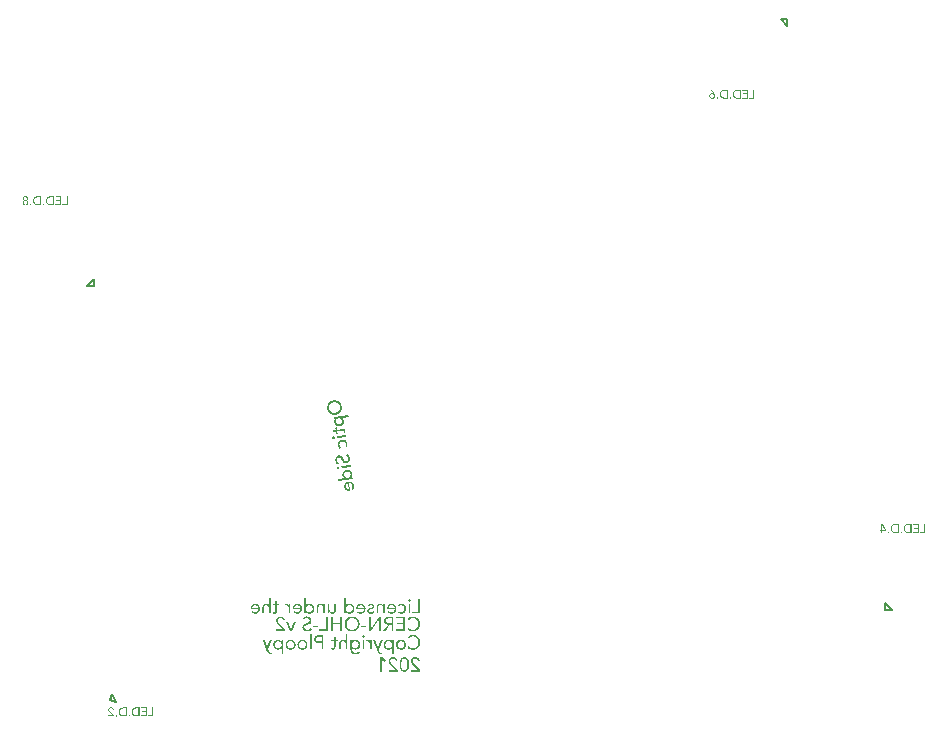
<source format=gbr>
%TF.GenerationSoftware,Altium Limited,Altium Designer,22.6.1 (34)*%
G04 Layer_Color=32896*
%FSLAX45Y45*%
%MOMM*%
%TF.SameCoordinates,EFAF5BE3-474D-4A98-89D0-AE48FBC3E593*%
%TF.FilePolarity,Positive*%
%TF.FileFunction,Legend,Bot*%
%TF.Part,Single*%
G01*
G75*
%TA.AperFunction,NonConductor*%
%ADD71C,0.20000*%
G36*
X3611305Y1353899D02*
X3612602Y1353714D01*
X3613713Y1353159D01*
X3614824Y1352603D01*
X3615564Y1352048D01*
X3616120Y1351677D01*
X3616490Y1351307D01*
X3616675Y1351122D01*
X3617601Y1350011D01*
X3618342Y1348900D01*
X3618712Y1347604D01*
X3619082Y1346678D01*
X3619268Y1345752D01*
X3619453Y1345011D01*
Y1344456D01*
Y1344271D01*
X3619268Y1342789D01*
X3619082Y1341308D01*
X3618712Y1340197D01*
X3618157Y1339086D01*
X3617601Y1338345D01*
X3617231Y1337790D01*
X3617046Y1337419D01*
X3616860Y1337234D01*
X3615749Y1336308D01*
X3614638Y1335753D01*
X3612231Y1335012D01*
X3611305Y1334827D01*
X3610565Y1334642D01*
X3609824D01*
X3608343Y1334827D01*
X3606861Y1335012D01*
X3605750Y1335383D01*
X3604639Y1335938D01*
X3603899Y1336494D01*
X3603343Y1336864D01*
X3602973Y1337049D01*
X3602788Y1337234D01*
X3601862Y1338345D01*
X3601121Y1339456D01*
X3600751Y1340752D01*
X3600381Y1341863D01*
X3600195Y1342789D01*
X3600010Y1343530D01*
Y1344085D01*
Y1344271D01*
X3600195Y1345752D01*
X3600381Y1347048D01*
X3601492Y1349085D01*
X3602047Y1350011D01*
X3602417Y1350566D01*
X3602788Y1350937D01*
X3602973Y1351122D01*
X3604084Y1352048D01*
X3605195Y1352788D01*
X3606306Y1353344D01*
X3607417Y1353714D01*
X3608343Y1353899D01*
X3609083Y1354084D01*
X3609824D01*
X3611305Y1353899D01*
D02*
G37*
G36*
X2434576Y1233912D02*
X2421244D01*
Y1272611D01*
Y1275019D01*
X2421058Y1277426D01*
X2420873Y1279463D01*
X2420503Y1281314D01*
X2420318Y1282796D01*
X2420133Y1283906D01*
X2419947Y1284647D01*
Y1284832D01*
X2419392Y1286869D01*
X2418651Y1288721D01*
X2417911Y1290387D01*
X2417170Y1291869D01*
X2416429Y1292980D01*
X2416059Y1293905D01*
X2415689Y1294461D01*
X2415503Y1294646D01*
X2413096Y1297424D01*
X2411800Y1298349D01*
X2410504Y1299275D01*
X2409578Y1300016D01*
X2408652Y1300571D01*
X2408097Y1300757D01*
X2407912Y1300942D01*
X2406060Y1301682D01*
X2404208Y1302238D01*
X2402357Y1302608D01*
X2400690Y1302979D01*
X2399024D01*
X2397913Y1303164D01*
X2396802D01*
X2393469Y1302979D01*
X2390691Y1302238D01*
X2388469Y1301312D01*
X2386432Y1300201D01*
X2384951Y1299090D01*
X2383840Y1298164D01*
X2383285Y1297424D01*
X2383099Y1297238D01*
X2381618Y1294831D01*
X2380507Y1292424D01*
X2379766Y1289832D01*
X2379211Y1287239D01*
X2378841Y1285017D01*
X2378655Y1283166D01*
Y1282425D01*
Y1281870D01*
Y1281685D01*
Y1281499D01*
Y1233912D01*
X2365323D01*
Y1282796D01*
Y1285388D01*
X2365694Y1287980D01*
X2365879Y1290202D01*
X2366249Y1292054D01*
X2366620Y1293720D01*
X2366805Y1294831D01*
X2367175Y1295757D01*
Y1295942D01*
X2367916Y1298164D01*
X2368842Y1300201D01*
X2369767Y1301868D01*
X2370693Y1303349D01*
X2371434Y1304645D01*
X2372175Y1305571D01*
X2372545Y1306126D01*
X2372730Y1306312D01*
X2374211Y1307793D01*
X2375693Y1309089D01*
X2377359Y1310385D01*
X2378841Y1311311D01*
X2380137Y1312052D01*
X2381248Y1312607D01*
X2381988Y1312792D01*
X2382174Y1312978D01*
X2384396Y1313718D01*
X2386618Y1314459D01*
X2388840Y1314829D01*
X2390876Y1315014D01*
X2392728Y1315200D01*
X2394209Y1315385D01*
X2395505D01*
X2398838Y1315200D01*
X2400320Y1315014D01*
X2401616Y1314829D01*
X2402727Y1314459D01*
X2403468Y1314274D01*
X2404023Y1314089D01*
X2404208D01*
X2406986Y1313163D01*
X2408282Y1312607D01*
X2409393Y1312237D01*
X2410319Y1311867D01*
X2411059Y1311496D01*
X2411430Y1311126D01*
X2411615D01*
X2413837Y1309645D01*
X2415689Y1308348D01*
X2416429Y1307793D01*
X2416985Y1307237D01*
X2417170Y1307052D01*
X2417355Y1306867D01*
X2418836Y1305201D01*
X2419947Y1303719D01*
X2420688Y1302608D01*
X2420873Y1302423D01*
Y1302238D01*
X2421244Y1302423D01*
Y1362232D01*
X2434576D01*
Y1233912D01*
D02*
G37*
G36*
X3543905Y1315200D02*
X3547053Y1314829D01*
X3549830Y1314459D01*
X3552237Y1313903D01*
X3554274Y1313163D01*
X3555941Y1312792D01*
X3556867Y1312422D01*
X3557237Y1312237D01*
X3560014Y1310941D01*
X3562422Y1309459D01*
X3564644Y1307978D01*
X3566495Y1306682D01*
X3568162Y1305386D01*
X3569273Y1304275D01*
X3570013Y1303534D01*
X3570199Y1303349D01*
X3572050Y1301127D01*
X3573717Y1298905D01*
X3575198Y1296683D01*
X3576309Y1294646D01*
X3577235Y1292980D01*
X3577976Y1291498D01*
X3578346Y1290572D01*
X3578531Y1290202D01*
X3579457Y1287239D01*
X3580198Y1284462D01*
X3580753Y1281685D01*
X3581123Y1279092D01*
X3581309Y1276870D01*
X3581494Y1275019D01*
Y1273908D01*
Y1273722D01*
Y1273537D01*
X3581309Y1270204D01*
X3580938Y1267056D01*
X3580568Y1264279D01*
X3580012Y1261687D01*
X3579457Y1259650D01*
X3578901Y1257983D01*
X3578716Y1257057D01*
X3578531Y1256687D01*
X3577235Y1253910D01*
X3575939Y1251502D01*
X3574643Y1249280D01*
X3573346Y1247244D01*
X3572235Y1245762D01*
X3571310Y1244466D01*
X3570569Y1243725D01*
X3570384Y1243540D01*
X3568347Y1241503D01*
X3566125Y1239837D01*
X3563903Y1238356D01*
X3561866Y1237060D01*
X3560014Y1236134D01*
X3558718Y1235393D01*
X3557792Y1235023D01*
X3557422Y1234838D01*
X3554459Y1233912D01*
X3551497Y1233171D01*
X3548719Y1232616D01*
X3546127Y1232245D01*
X3543905Y1232060D01*
X3542053Y1231875D01*
X3540572D01*
X3537424Y1232060D01*
X3534276Y1232430D01*
X3531499Y1232801D01*
X3529092Y1233356D01*
X3527055Y1233912D01*
X3525388Y1234467D01*
X3524463Y1234652D01*
X3524092Y1234838D01*
X3521130Y1236134D01*
X3518537Y1237615D01*
X3516315Y1239281D01*
X3514278Y1240763D01*
X3512612Y1242244D01*
X3511316Y1243355D01*
X3510575Y1244096D01*
X3510390Y1244466D01*
X3520204Y1253910D01*
X3521685Y1252243D01*
X3523166Y1250762D01*
X3524833Y1249280D01*
X3526499Y1248169D01*
X3529832Y1246503D01*
X3533165Y1245392D01*
X3535943Y1244651D01*
X3537239Y1244466D01*
X3538350Y1244281D01*
X3539276Y1244096D01*
X3540572D01*
X3542794Y1244281D01*
X3544831Y1244466D01*
X3546683Y1244836D01*
X3548349Y1245207D01*
X3549830Y1245577D01*
X3550756Y1245947D01*
X3551497Y1246318D01*
X3551682D01*
X3555015Y1248169D01*
X3556496Y1249280D01*
X3557607Y1250391D01*
X3558718Y1251132D01*
X3559459Y1251873D01*
X3559829Y1252428D01*
X3560014Y1252613D01*
X3562236Y1255761D01*
X3563162Y1257428D01*
X3563903Y1258909D01*
X3564644Y1260205D01*
X3565014Y1261131D01*
X3565199Y1261872D01*
X3565384Y1262057D01*
X3566495Y1266131D01*
X3566866Y1267982D01*
X3567051Y1269834D01*
Y1271315D01*
X3567236Y1272426D01*
Y1273352D01*
Y1273537D01*
X3567051Y1277981D01*
X3566680Y1279833D01*
X3566310Y1281499D01*
X3566125Y1282981D01*
X3565755Y1284092D01*
X3565569Y1284832D01*
Y1285017D01*
X3564829Y1287054D01*
X3564088Y1288721D01*
X3563162Y1290387D01*
X3562422Y1291683D01*
X3561681Y1292980D01*
X3561125Y1293720D01*
X3560755Y1294276D01*
X3560570Y1294461D01*
X3557792Y1297238D01*
X3556496Y1298164D01*
X3555200Y1299090D01*
X3553904Y1299831D01*
X3552978Y1300386D01*
X3552423Y1300571D01*
X3552237Y1300757D01*
X3550201Y1301497D01*
X3548164Y1302238D01*
X3546312Y1302608D01*
X3544461Y1302793D01*
X3542979Y1302979D01*
X3541683Y1303164D01*
X3540572D01*
X3538350Y1302979D01*
X3536313Y1302793D01*
X3534462Y1302423D01*
X3532795Y1302053D01*
X3531499Y1301497D01*
X3530573Y1301127D01*
X3529832Y1300942D01*
X3529647Y1300757D01*
X3527796Y1299831D01*
X3526129Y1298720D01*
X3524463Y1297424D01*
X3523166Y1296313D01*
X3522055Y1295202D01*
X3521130Y1294276D01*
X3520574Y1293535D01*
X3520389Y1293350D01*
X3510020Y1302793D01*
X3512242Y1305015D01*
X3514649Y1307052D01*
X3517056Y1308719D01*
X3519093Y1310015D01*
X3521130Y1310941D01*
X3522611Y1311681D01*
X3523537Y1312052D01*
X3523722Y1312237D01*
X3523907D01*
X3526870Y1313348D01*
X3529832Y1314089D01*
X3532610Y1314644D01*
X3535202Y1315014D01*
X3537424Y1315200D01*
X3539091Y1315385D01*
X3540572D01*
X3543905Y1315200D01*
D02*
G37*
G36*
X3462247D02*
X3465209Y1314829D01*
X3467987Y1314459D01*
X3470394Y1313903D01*
X3472431Y1313163D01*
X3474097Y1312792D01*
X3475023Y1312422D01*
X3475394Y1312237D01*
X3477986Y1310941D01*
X3480578Y1309645D01*
X3482615Y1308163D01*
X3484467Y1306867D01*
X3486133Y1305571D01*
X3487244Y1304645D01*
X3487985Y1303904D01*
X3488170Y1303719D01*
X3490022Y1301497D01*
X3491688Y1299275D01*
X3493170Y1297053D01*
X3494466Y1295016D01*
X3495392Y1293165D01*
X3496132Y1291683D01*
X3496503Y1290758D01*
X3496688Y1290387D01*
X3497614Y1287425D01*
X3498354Y1284647D01*
X3498910Y1281685D01*
X3499280Y1279092D01*
X3499465Y1276870D01*
X3499650Y1275019D01*
Y1273908D01*
Y1273722D01*
Y1273537D01*
X3499465Y1270389D01*
X3499280Y1267242D01*
X3498725Y1264649D01*
X3498169Y1262057D01*
X3497799Y1260020D01*
X3497243Y1258539D01*
X3497058Y1257613D01*
X3496873Y1257243D01*
X3495762Y1254465D01*
X3494466Y1251873D01*
X3493170Y1249651D01*
X3491873Y1247799D01*
X3490762Y1246133D01*
X3489837Y1245022D01*
X3489096Y1244096D01*
X3488911Y1243911D01*
X3486874Y1241874D01*
X3484837Y1240207D01*
X3482615Y1238726D01*
X3480578Y1237430D01*
X3478912Y1236319D01*
X3477616Y1235578D01*
X3476690Y1235208D01*
X3476319Y1235023D01*
X3473542Y1233912D01*
X3470579Y1233171D01*
X3467802Y1232616D01*
X3465024Y1232245D01*
X3462802Y1232060D01*
X3461136Y1231875D01*
X3459469D01*
X3455396Y1232060D01*
X3451692Y1232430D01*
X3448359Y1232986D01*
X3445397Y1233727D01*
X3443175Y1234282D01*
X3441323Y1234838D01*
X3440212Y1235208D01*
X3439842Y1235393D01*
X3436694Y1237060D01*
X3433731Y1238911D01*
X3431139Y1241133D01*
X3428732Y1243170D01*
X3426880Y1245022D01*
X3425399Y1246688D01*
X3424473Y1247799D01*
X3424103Y1247984D01*
Y1248169D01*
X3434287Y1256132D01*
X3436138Y1254095D01*
X3437805Y1252243D01*
X3439657Y1250577D01*
X3441323Y1249466D01*
X3442804Y1248355D01*
X3443915Y1247614D01*
X3444656Y1247244D01*
X3444841Y1247058D01*
X3447248Y1246133D01*
X3449656Y1245392D01*
X3452063Y1244836D01*
X3454285Y1244466D01*
X3456322Y1244281D01*
X3457988Y1244096D01*
X3459469D01*
X3463358Y1244466D01*
X3465209Y1244651D01*
X3466691Y1245022D01*
X3467802Y1245392D01*
X3468913Y1245577D01*
X3469468Y1245947D01*
X3469653D01*
X3472801Y1247614D01*
X3474097Y1248540D01*
X3475208Y1249466D01*
X3476319Y1250206D01*
X3477060Y1250947D01*
X3477430Y1251317D01*
X3477616Y1251502D01*
X3479838Y1254280D01*
X3481689Y1256872D01*
X3482245Y1257983D01*
X3482800Y1258909D01*
X3482985Y1259465D01*
X3483171Y1259650D01*
X3484282Y1263168D01*
X3484837Y1264834D01*
X3485022Y1266316D01*
X3485207Y1267612D01*
X3485393Y1268538D01*
Y1269278D01*
Y1269464D01*
X3421140D01*
Y1273537D01*
X3421325Y1277241D01*
X3421510Y1280574D01*
X3422066Y1283536D01*
X3422436Y1286128D01*
X3422992Y1288165D01*
X3423547Y1289832D01*
X3423732Y1290758D01*
X3423917Y1291128D01*
X3425028Y1293905D01*
X3426325Y1296498D01*
X3427621Y1298720D01*
X3428917Y1300571D01*
X3430028Y1302238D01*
X3430954Y1303349D01*
X3431509Y1304090D01*
X3431694Y1304275D01*
X3433731Y1306126D01*
X3435768Y1307793D01*
X3437620Y1309274D01*
X3439657Y1310385D01*
X3441323Y1311311D01*
X3442619Y1311867D01*
X3443360Y1312237D01*
X3443730Y1312422D01*
X3446323Y1313348D01*
X3448915Y1314089D01*
X3451507Y1314644D01*
X3453914Y1315014D01*
X3455951Y1315200D01*
X3457433Y1315385D01*
X3458914D01*
X3462247Y1315200D01*
D02*
G37*
G36*
X3200978D02*
X3203940Y1314829D01*
X3206718Y1314459D01*
X3209125Y1313903D01*
X3211162Y1313163D01*
X3212828Y1312792D01*
X3213754Y1312422D01*
X3214124Y1312237D01*
X3216717Y1310941D01*
X3219309Y1309645D01*
X3221346Y1308163D01*
X3223198Y1306867D01*
X3224864Y1305571D01*
X3225975Y1304645D01*
X3226716Y1303904D01*
X3226901Y1303719D01*
X3228752Y1301497D01*
X3230419Y1299275D01*
X3231900Y1297053D01*
X3233196Y1295016D01*
X3234122Y1293165D01*
X3234863Y1291683D01*
X3235233Y1290758D01*
X3235418Y1290387D01*
X3236344Y1287425D01*
X3237085Y1284647D01*
X3237640Y1281685D01*
X3238011Y1279092D01*
X3238196Y1276870D01*
X3238381Y1275019D01*
Y1273908D01*
Y1273722D01*
Y1273537D01*
X3238196Y1270389D01*
X3238011Y1267242D01*
X3237455Y1264649D01*
X3236900Y1262057D01*
X3236529Y1260020D01*
X3235974Y1258539D01*
X3235789Y1257613D01*
X3235604Y1257243D01*
X3234493Y1254465D01*
X3233196Y1251873D01*
X3231900Y1249651D01*
X3230604Y1247799D01*
X3229493Y1246133D01*
X3228567Y1245022D01*
X3227827Y1244096D01*
X3227641Y1243911D01*
X3225605Y1241874D01*
X3223568Y1240207D01*
X3221346Y1238726D01*
X3219309Y1237430D01*
X3217643Y1236319D01*
X3216346Y1235578D01*
X3215421Y1235208D01*
X3215050Y1235023D01*
X3212273Y1233912D01*
X3209310Y1233171D01*
X3206533Y1232616D01*
X3203755Y1232245D01*
X3201533Y1232060D01*
X3199867Y1231875D01*
X3198200D01*
X3194126Y1232060D01*
X3190423Y1232430D01*
X3187090Y1232986D01*
X3184127Y1233727D01*
X3181905Y1234282D01*
X3180054Y1234838D01*
X3178943Y1235208D01*
X3178573Y1235393D01*
X3175425Y1237060D01*
X3172462Y1238911D01*
X3169870Y1241133D01*
X3167463Y1243170D01*
X3165611Y1245022D01*
X3164130Y1246688D01*
X3163204Y1247799D01*
X3162833Y1247984D01*
Y1248169D01*
X3173018Y1256132D01*
X3174869Y1254095D01*
X3176536Y1252243D01*
X3178387Y1250577D01*
X3180054Y1249466D01*
X3181535Y1248355D01*
X3182646Y1247614D01*
X3183387Y1247244D01*
X3183572Y1247058D01*
X3185979Y1246133D01*
X3188386Y1245392D01*
X3190793Y1244836D01*
X3193015Y1244466D01*
X3195052Y1244281D01*
X3196719Y1244096D01*
X3198200D01*
X3202089Y1244466D01*
X3203940Y1244651D01*
X3205422Y1245022D01*
X3206533Y1245392D01*
X3207644Y1245577D01*
X3208199Y1245947D01*
X3208384D01*
X3211532Y1247614D01*
X3212828Y1248540D01*
X3213939Y1249466D01*
X3215050Y1250206D01*
X3215791Y1250947D01*
X3216161Y1251317D01*
X3216346Y1251502D01*
X3218568Y1254280D01*
X3220420Y1256872D01*
X3220976Y1257983D01*
X3221531Y1258909D01*
X3221716Y1259465D01*
X3221901Y1259650D01*
X3223012Y1263168D01*
X3223568Y1264834D01*
X3223753Y1266316D01*
X3223938Y1267612D01*
X3224123Y1268538D01*
Y1269278D01*
Y1269464D01*
X3159871D01*
Y1273537D01*
X3160056Y1277241D01*
X3160241Y1280574D01*
X3160797Y1283536D01*
X3161167Y1286128D01*
X3161722Y1288165D01*
X3162278Y1289832D01*
X3162463Y1290758D01*
X3162648Y1291128D01*
X3163759Y1293905D01*
X3165055Y1296498D01*
X3166352Y1298720D01*
X3167648Y1300571D01*
X3168759Y1302238D01*
X3169685Y1303349D01*
X3170240Y1304090D01*
X3170425Y1304275D01*
X3172462Y1306126D01*
X3174499Y1307793D01*
X3176351Y1309274D01*
X3178387Y1310385D01*
X3180054Y1311311D01*
X3181350Y1311867D01*
X3182091Y1312237D01*
X3182461Y1312422D01*
X3185053Y1313348D01*
X3187646Y1314089D01*
X3190238Y1314644D01*
X3192645Y1315014D01*
X3194682Y1315200D01*
X3196163Y1315385D01*
X3197645D01*
X3200978Y1315200D01*
D02*
G37*
G36*
X2988407Y1264279D02*
Y1261687D01*
X2988222Y1259094D01*
X2987852Y1256872D01*
X2987481Y1254835D01*
X2987296Y1253354D01*
X2986926Y1252058D01*
X2986741Y1251317D01*
Y1250947D01*
X2986000Y1248725D01*
X2985074Y1246873D01*
X2984148Y1245207D01*
X2983222Y1243725D01*
X2982482Y1242429D01*
X2981741Y1241503D01*
X2981371Y1240948D01*
X2981186Y1240763D01*
X2979704Y1239281D01*
X2978223Y1237985D01*
X2976556Y1236874D01*
X2975075Y1235763D01*
X2973964Y1235023D01*
X2972853Y1234467D01*
X2972112Y1234282D01*
X2971927Y1234097D01*
X2969705Y1233356D01*
X2967298Y1232801D01*
X2965076Y1232430D01*
X2963039Y1232245D01*
X2961188Y1232060D01*
X2959706Y1231875D01*
X2958410D01*
X2954892Y1232060D01*
X2953225Y1232245D01*
X2951929Y1232616D01*
X2950818Y1232801D01*
X2949892Y1232986D01*
X2949337Y1233171D01*
X2949152D01*
X2946189Y1234097D01*
X2944893Y1234652D01*
X2943782Y1235208D01*
X2942856Y1235578D01*
X2942116Y1235949D01*
X2941745Y1236319D01*
X2941560D01*
X2939338Y1237985D01*
X2937486Y1239652D01*
X2936746Y1240392D01*
X2936190Y1240948D01*
X2936005Y1241133D01*
X2935820Y1241318D01*
X2934153Y1243355D01*
X2932857Y1245207D01*
X2932487Y1245762D01*
X2932117Y1246318D01*
X2931931Y1246688D01*
Y1246873D01*
X2931376D01*
Y1244466D01*
Y1242244D01*
Y1241503D01*
Y1240763D01*
Y1240392D01*
Y1240207D01*
X2931191Y1237985D01*
Y1235949D01*
Y1235023D01*
Y1234467D01*
Y1234097D01*
Y1233912D01*
X2918414D01*
Y1236874D01*
X2918599Y1239652D01*
Y1240763D01*
X2918785Y1241689D01*
Y1242244D01*
Y1242429D01*
X2918970Y1246133D01*
Y1247799D01*
X2919155Y1249280D01*
Y1250577D01*
Y1251688D01*
Y1252428D01*
Y1252613D01*
Y1313348D01*
X2932487D01*
Y1274648D01*
Y1272056D01*
X2932672Y1269834D01*
X2932857Y1267612D01*
X2933228Y1265760D01*
X2933413Y1264279D01*
X2933783Y1262983D01*
X2933968Y1262242D01*
Y1262057D01*
X2934524Y1260020D01*
X2935264Y1258168D01*
X2936005Y1256502D01*
X2936746Y1255206D01*
X2937301Y1254095D01*
X2937857Y1253169D01*
X2938227Y1252613D01*
X2938412Y1252428D01*
X2940819Y1249651D01*
X2942116Y1248725D01*
X2943227Y1247799D01*
X2944338Y1247058D01*
X2945263Y1246503D01*
X2945819Y1246318D01*
X2946004Y1246133D01*
X2947856Y1245392D01*
X2949707Y1245022D01*
X2951559Y1244651D01*
X2953225Y1244281D01*
X2954892D01*
X2956003Y1244096D01*
X2957114D01*
X2960447Y1244281D01*
X2963224Y1245022D01*
X2965446Y1245947D01*
X2967483Y1247058D01*
X2968965Y1247984D01*
X2969890Y1248910D01*
X2970631Y1249651D01*
X2970816Y1249836D01*
X2972298Y1252243D01*
X2973223Y1254650D01*
X2973964Y1257428D01*
X2974520Y1259835D01*
X2974890Y1262057D01*
X2975075Y1263909D01*
Y1264649D01*
Y1265205D01*
Y1265390D01*
Y1265575D01*
Y1313348D01*
X2988407D01*
Y1264279D01*
D02*
G37*
G36*
X2663070Y1315200D02*
X2666033Y1314829D01*
X2668811Y1314459D01*
X2671218Y1313903D01*
X2673254Y1313163D01*
X2674921Y1312792D01*
X2675847Y1312422D01*
X2676217Y1312237D01*
X2678809Y1310941D01*
X2681402Y1309645D01*
X2683439Y1308163D01*
X2685290Y1306867D01*
X2686957Y1305571D01*
X2688068Y1304645D01*
X2688808Y1303904D01*
X2688994Y1303719D01*
X2690845Y1301497D01*
X2692512Y1299275D01*
X2693993Y1297053D01*
X2695289Y1295016D01*
X2696215Y1293165D01*
X2696956Y1291683D01*
X2697326Y1290758D01*
X2697511Y1290387D01*
X2698437Y1287425D01*
X2699178Y1284647D01*
X2699733Y1281685D01*
X2700104Y1279092D01*
X2700289Y1276870D01*
X2700474Y1275019D01*
Y1273908D01*
Y1273722D01*
Y1273537D01*
X2700289Y1270389D01*
X2700104Y1267242D01*
X2699548Y1264649D01*
X2698993Y1262057D01*
X2698622Y1260020D01*
X2698067Y1258539D01*
X2697882Y1257613D01*
X2697696Y1257243D01*
X2696585Y1254465D01*
X2695289Y1251873D01*
X2693993Y1249651D01*
X2692697Y1247799D01*
X2691586Y1246133D01*
X2690660Y1245022D01*
X2689919Y1244096D01*
X2689734Y1243911D01*
X2687697Y1241874D01*
X2685661Y1240207D01*
X2683439Y1238726D01*
X2681402Y1237430D01*
X2679735Y1236319D01*
X2678439Y1235578D01*
X2677513Y1235208D01*
X2677143Y1235023D01*
X2674365Y1233912D01*
X2671403Y1233171D01*
X2668625Y1232616D01*
X2665848Y1232245D01*
X2663626Y1232060D01*
X2661959Y1231875D01*
X2660293D01*
X2656219Y1232060D01*
X2652516Y1232430D01*
X2649183Y1232986D01*
X2646220Y1233727D01*
X2643998Y1234282D01*
X2642147Y1234838D01*
X2641036Y1235208D01*
X2640665Y1235393D01*
X2637517Y1237060D01*
X2634555Y1238911D01*
X2631962Y1241133D01*
X2629555Y1243170D01*
X2627704Y1245022D01*
X2626222Y1246688D01*
X2625297Y1247799D01*
X2624926Y1247984D01*
Y1248169D01*
X2635110Y1256132D01*
X2636962Y1254095D01*
X2638628Y1252243D01*
X2640480Y1250577D01*
X2642147Y1249466D01*
X2643628Y1248355D01*
X2644739Y1247614D01*
X2645480Y1247244D01*
X2645665Y1247058D01*
X2648072Y1246133D01*
X2650479Y1245392D01*
X2652886Y1244836D01*
X2655108Y1244466D01*
X2657145Y1244281D01*
X2658812Y1244096D01*
X2660293D01*
X2664181Y1244466D01*
X2666033Y1244651D01*
X2667514Y1245022D01*
X2668625Y1245392D01*
X2669736Y1245577D01*
X2670292Y1245947D01*
X2670477D01*
X2673625Y1247614D01*
X2674921Y1248540D01*
X2676032Y1249466D01*
X2677143Y1250206D01*
X2677884Y1250947D01*
X2678254Y1251317D01*
X2678439Y1251502D01*
X2680661Y1254280D01*
X2682513Y1256872D01*
X2683068Y1257983D01*
X2683624Y1258909D01*
X2683809Y1259465D01*
X2683994Y1259650D01*
X2685105Y1263168D01*
X2685661Y1264834D01*
X2685846Y1266316D01*
X2686031Y1267612D01*
X2686216Y1268538D01*
Y1269278D01*
Y1269464D01*
X2621964D01*
Y1273537D01*
X2622149Y1277241D01*
X2622334Y1280574D01*
X2622889Y1283536D01*
X2623260Y1286128D01*
X2623815Y1288165D01*
X2624371Y1289832D01*
X2624556Y1290758D01*
X2624741Y1291128D01*
X2625852Y1293905D01*
X2627148Y1296498D01*
X2628444Y1298720D01*
X2629740Y1300571D01*
X2630851Y1302238D01*
X2631777Y1303349D01*
X2632333Y1304090D01*
X2632518Y1304275D01*
X2634555Y1306126D01*
X2636592Y1307793D01*
X2638443Y1309274D01*
X2640480Y1310385D01*
X2642147Y1311311D01*
X2643443Y1311867D01*
X2644183Y1312237D01*
X2644554Y1312422D01*
X2647146Y1313348D01*
X2649738Y1314089D01*
X2652331Y1314644D01*
X2654738Y1315014D01*
X2656775Y1315200D01*
X2658256Y1315385D01*
X2659737D01*
X2663070Y1315200D01*
D02*
G37*
G36*
X2487718Y1313348D02*
X2505124D01*
Y1302053D01*
X2487718D01*
Y1258354D01*
Y1256132D01*
X2487533Y1254095D01*
Y1252243D01*
X2487348Y1250577D01*
X2487163Y1249095D01*
Y1248169D01*
X2486978Y1247429D01*
Y1247244D01*
X2486607Y1245392D01*
X2486237Y1243911D01*
X2485681Y1242429D01*
X2485126Y1241133D01*
X2484570Y1240207D01*
X2484200Y1239467D01*
X2484015Y1239096D01*
X2483830Y1238911D01*
X2481793Y1236689D01*
X2479571Y1235023D01*
X2478645Y1234467D01*
X2477904Y1234097D01*
X2477349Y1233727D01*
X2477164D01*
X2475497Y1233171D01*
X2473646Y1232616D01*
X2471794Y1232245D01*
X2469942Y1232060D01*
X2468276D01*
X2466980Y1231875D01*
X2465869D01*
X2463091Y1232060D01*
X2460499Y1232245D01*
X2459573Y1232430D01*
X2458832D01*
X2458277Y1232616D01*
X2458092D01*
X2455129Y1233171D01*
X2453833Y1233541D01*
X2452537Y1233912D01*
X2451611Y1234282D01*
X2450870Y1234467D01*
X2450500Y1234652D01*
X2450315D01*
X2450870Y1246688D01*
X2452907Y1245762D01*
X2454944Y1245207D01*
X2455684Y1245022D01*
X2456240Y1244836D01*
X2456610Y1244651D01*
X2456795D01*
X2459017Y1244281D01*
X2460684Y1244096D01*
X2464017D01*
X2465498Y1244281D01*
X2466609Y1244466D01*
X2467535Y1244836D01*
X2468461Y1245022D01*
X2469016Y1245207D01*
X2469202Y1245392D01*
X2469387D01*
X2471053Y1246688D01*
X2472164Y1247984D01*
X2472905Y1248910D01*
X2473090Y1249095D01*
Y1249280D01*
X2473831Y1251317D01*
X2474201Y1253169D01*
Y1253910D01*
X2474386Y1254465D01*
Y1254835D01*
Y1255021D01*
Y1257613D01*
Y1259835D01*
Y1260761D01*
Y1261501D01*
Y1262057D01*
Y1262242D01*
Y1302053D01*
X2451055D01*
Y1313348D01*
X2474386D01*
Y1335938D01*
X2487718D01*
Y1313348D01*
D02*
G37*
G36*
X2307366Y1315200D02*
X2310329Y1314829D01*
X2313107Y1314459D01*
X2315514Y1313903D01*
X2317551Y1313163D01*
X2319217Y1312792D01*
X2320143Y1312422D01*
X2320513Y1312237D01*
X2323106Y1310941D01*
X2325698Y1309645D01*
X2327735Y1308163D01*
X2329586Y1306867D01*
X2331253Y1305571D01*
X2332364Y1304645D01*
X2333105Y1303904D01*
X2333290Y1303719D01*
X2335141Y1301497D01*
X2336808Y1299275D01*
X2338289Y1297053D01*
X2339585Y1295016D01*
X2340511Y1293165D01*
X2341252Y1291683D01*
X2341622Y1290758D01*
X2341807Y1290387D01*
X2342733Y1287425D01*
X2343474Y1284647D01*
X2344029Y1281685D01*
X2344400Y1279092D01*
X2344585Y1276870D01*
X2344770Y1275019D01*
Y1273908D01*
Y1273722D01*
Y1273537D01*
X2344585Y1270389D01*
X2344400Y1267242D01*
X2343844Y1264649D01*
X2343289Y1262057D01*
X2342918Y1260020D01*
X2342363Y1258539D01*
X2342178Y1257613D01*
X2341993Y1257243D01*
X2340882Y1254465D01*
X2339585Y1251873D01*
X2338289Y1249651D01*
X2336993Y1247799D01*
X2335882Y1246133D01*
X2334956Y1245022D01*
X2334216Y1244096D01*
X2334030Y1243911D01*
X2331994Y1241874D01*
X2329957Y1240207D01*
X2327735Y1238726D01*
X2325698Y1237430D01*
X2324031Y1236319D01*
X2322735Y1235578D01*
X2321809Y1235208D01*
X2321439Y1235023D01*
X2318662Y1233912D01*
X2315699Y1233171D01*
X2312921Y1232616D01*
X2310144Y1232245D01*
X2307922Y1232060D01*
X2306255Y1231875D01*
X2304589D01*
X2300515Y1232060D01*
X2296812Y1232430D01*
X2293479Y1232986D01*
X2290516Y1233727D01*
X2288294Y1234282D01*
X2286443Y1234838D01*
X2285332Y1235208D01*
X2284961Y1235393D01*
X2281814Y1237060D01*
X2278851Y1238911D01*
X2276259Y1241133D01*
X2273851Y1243170D01*
X2272000Y1245022D01*
X2270518Y1246688D01*
X2269593Y1247799D01*
X2269222Y1247984D01*
Y1248169D01*
X2279406Y1256132D01*
X2281258Y1254095D01*
X2282925Y1252243D01*
X2284776Y1250577D01*
X2286443Y1249466D01*
X2287924Y1248355D01*
X2289035Y1247614D01*
X2289776Y1247244D01*
X2289961Y1247058D01*
X2292368Y1246133D01*
X2294775Y1245392D01*
X2297182Y1244836D01*
X2299404Y1244466D01*
X2301441Y1244281D01*
X2303108Y1244096D01*
X2304589D01*
X2308477Y1244466D01*
X2310329Y1244651D01*
X2311810Y1245022D01*
X2312921Y1245392D01*
X2314032Y1245577D01*
X2314588Y1245947D01*
X2314773D01*
X2317921Y1247614D01*
X2319217Y1248540D01*
X2320328Y1249466D01*
X2321439Y1250206D01*
X2322180Y1250947D01*
X2322550Y1251317D01*
X2322735Y1251502D01*
X2324957Y1254280D01*
X2326809Y1256872D01*
X2327364Y1257983D01*
X2327920Y1258909D01*
X2328105Y1259465D01*
X2328290Y1259650D01*
X2329401Y1263168D01*
X2329957Y1264834D01*
X2330142Y1266316D01*
X2330327Y1267612D01*
X2330512Y1268538D01*
Y1269278D01*
Y1269464D01*
X2266260D01*
Y1273537D01*
X2266445Y1277241D01*
X2266630Y1280574D01*
X2267185Y1283536D01*
X2267556Y1286128D01*
X2268111Y1288165D01*
X2268667Y1289832D01*
X2268852Y1290758D01*
X2269037Y1291128D01*
X2270148Y1293905D01*
X2271444Y1296498D01*
X2272740Y1298720D01*
X2274037Y1300571D01*
X2275148Y1302238D01*
X2276073Y1303349D01*
X2276629Y1304090D01*
X2276814Y1304275D01*
X2278851Y1306126D01*
X2280888Y1307793D01*
X2282739Y1309274D01*
X2284776Y1310385D01*
X2286443Y1311311D01*
X2287739Y1311867D01*
X2288480Y1312237D01*
X2288850Y1312422D01*
X2291442Y1313348D01*
X2294035Y1314089D01*
X2296627Y1314644D01*
X2299034Y1315014D01*
X2301071Y1315200D01*
X2302552Y1315385D01*
X2304033D01*
X2307366Y1315200D01*
D02*
G37*
G36*
X3700000Y1233912D02*
X3630748D01*
Y1247244D01*
X3685742D01*
Y1354084D01*
X3700000D01*
Y1233912D01*
D02*
G37*
G36*
X3616305D02*
X3602973D01*
Y1313348D01*
X3616305D01*
Y1233912D01*
D02*
G37*
G36*
X3365035Y1315200D02*
X3366701Y1315014D01*
X3367997Y1314829D01*
X3369108Y1314459D01*
X3370034Y1314274D01*
X3370590Y1314089D01*
X3370775D01*
X3373737Y1312978D01*
X3375034Y1312422D01*
X3376145Y1311867D01*
X3377070Y1311311D01*
X3377811Y1310941D01*
X3378181Y1310756D01*
X3378367Y1310570D01*
X3380774Y1308904D01*
X3382625Y1307423D01*
X3383366Y1306682D01*
X3383736Y1306312D01*
X3384107Y1305941D01*
X3384292Y1305756D01*
X3385958Y1303719D01*
X3387069Y1302053D01*
X3387440Y1301312D01*
X3387810Y1300757D01*
X3387995Y1300386D01*
Y1300201D01*
X3388180Y1300386D01*
Y1302793D01*
Y1304830D01*
X3388366Y1305756D01*
Y1306312D01*
Y1306682D01*
Y1306867D01*
X3388551Y1309274D01*
Y1311311D01*
Y1312052D01*
Y1312792D01*
Y1313163D01*
Y1313348D01*
X3401327D01*
Y1310200D01*
X3401142Y1308719D01*
Y1307423D01*
Y1306126D01*
X3400957Y1305201D01*
Y1304645D01*
Y1304460D01*
X3400772Y1300942D01*
X3400587Y1299275D01*
Y1297794D01*
Y1296498D01*
Y1295387D01*
Y1294646D01*
Y1294461D01*
Y1233912D01*
X3387255D01*
Y1272611D01*
Y1275019D01*
X3387069Y1277426D01*
X3386884Y1279463D01*
X3386514Y1281314D01*
X3386329Y1282796D01*
X3386144Y1283906D01*
X3385958Y1284647D01*
Y1284832D01*
X3385403Y1286869D01*
X3384662Y1288721D01*
X3383922Y1290387D01*
X3383181Y1291869D01*
X3382440Y1292980D01*
X3382070Y1293905D01*
X3381700Y1294461D01*
X3381514Y1294646D01*
X3379107Y1297424D01*
X3377811Y1298349D01*
X3376515Y1299275D01*
X3375589Y1300016D01*
X3374663Y1300571D01*
X3374108Y1300757D01*
X3373923Y1300942D01*
X3372071Y1301682D01*
X3370219Y1302238D01*
X3368368Y1302608D01*
X3366701Y1302979D01*
X3365035D01*
X3363924Y1303164D01*
X3362813D01*
X3359480Y1302979D01*
X3356702Y1302238D01*
X3354480Y1301312D01*
X3352443Y1300201D01*
X3350962Y1299090D01*
X3349851Y1298164D01*
X3349296Y1297424D01*
X3349110Y1297238D01*
X3347629Y1294831D01*
X3346518Y1292424D01*
X3345777Y1289832D01*
X3345222Y1287239D01*
X3344852Y1285017D01*
X3344666Y1283166D01*
Y1282425D01*
Y1281870D01*
Y1281685D01*
Y1281499D01*
Y1233912D01*
X3331334D01*
Y1282796D01*
Y1285388D01*
X3331705Y1287980D01*
X3331890Y1290202D01*
X3332260Y1292054D01*
X3332631Y1293720D01*
X3332816Y1294831D01*
X3333186Y1295757D01*
Y1295942D01*
X3333927Y1298164D01*
X3334853Y1300201D01*
X3335778Y1301868D01*
X3336704Y1303349D01*
X3337445Y1304645D01*
X3338186Y1305571D01*
X3338556Y1306126D01*
X3338741Y1306312D01*
X3340222Y1307793D01*
X3341704Y1309089D01*
X3343370Y1310385D01*
X3344852Y1311311D01*
X3346148Y1312052D01*
X3347259Y1312607D01*
X3347999Y1312792D01*
X3348185Y1312978D01*
X3350407Y1313718D01*
X3352629Y1314459D01*
X3354851Y1314829D01*
X3356887Y1315014D01*
X3358739Y1315200D01*
X3360220Y1315385D01*
X3361517D01*
X3365035Y1315200D01*
D02*
G37*
G36*
X2858420D02*
X2860087Y1315014D01*
X2861383Y1314829D01*
X2862494Y1314459D01*
X2863420Y1314274D01*
X2863975Y1314089D01*
X2864161D01*
X2867123Y1312978D01*
X2868419Y1312422D01*
X2869530Y1311867D01*
X2870456Y1311311D01*
X2871197Y1310941D01*
X2871567Y1310756D01*
X2871752Y1310570D01*
X2874160Y1308904D01*
X2876011Y1307423D01*
X2876752Y1306682D01*
X2877122Y1306312D01*
X2877493Y1305941D01*
X2877678Y1305756D01*
X2879344Y1303719D01*
X2880455Y1302053D01*
X2880826Y1301312D01*
X2881196Y1300757D01*
X2881381Y1300386D01*
Y1300201D01*
X2881566Y1300386D01*
Y1302793D01*
Y1304830D01*
X2881751Y1305756D01*
Y1306312D01*
Y1306682D01*
Y1306867D01*
X2881937Y1309274D01*
Y1311311D01*
Y1312052D01*
Y1312792D01*
Y1313163D01*
Y1313348D01*
X2894713D01*
Y1310200D01*
X2894528Y1308719D01*
Y1307423D01*
Y1306126D01*
X2894343Y1305201D01*
Y1304645D01*
Y1304460D01*
X2894158Y1300942D01*
X2893972Y1299275D01*
Y1297794D01*
Y1296498D01*
Y1295387D01*
Y1294646D01*
Y1294461D01*
Y1233912D01*
X2880640D01*
Y1272611D01*
Y1275019D01*
X2880455Y1277426D01*
X2880270Y1279463D01*
X2879900Y1281314D01*
X2879715Y1282796D01*
X2879529Y1283906D01*
X2879344Y1284647D01*
Y1284832D01*
X2878789Y1286869D01*
X2878048Y1288721D01*
X2877307Y1290387D01*
X2876567Y1291869D01*
X2875826Y1292980D01*
X2875456Y1293905D01*
X2875085Y1294461D01*
X2874900Y1294646D01*
X2872493Y1297424D01*
X2871197Y1298349D01*
X2869901Y1299275D01*
X2868975Y1300016D01*
X2868049Y1300571D01*
X2867494Y1300757D01*
X2867308Y1300942D01*
X2865457Y1301682D01*
X2863605Y1302238D01*
X2861753Y1302608D01*
X2860087Y1302979D01*
X2858420D01*
X2857310Y1303164D01*
X2856199D01*
X2852866Y1302979D01*
X2850088Y1302238D01*
X2847866Y1301312D01*
X2845829Y1300201D01*
X2844348Y1299090D01*
X2843237Y1298164D01*
X2842681Y1297424D01*
X2842496Y1297238D01*
X2841015Y1294831D01*
X2839904Y1292424D01*
X2839163Y1289832D01*
X2838608Y1287239D01*
X2838237Y1285017D01*
X2838052Y1283166D01*
Y1282425D01*
Y1281870D01*
Y1281685D01*
Y1281499D01*
Y1233912D01*
X2824720D01*
Y1282796D01*
Y1285388D01*
X2825091Y1287980D01*
X2825276Y1290202D01*
X2825646Y1292054D01*
X2826016Y1293720D01*
X2826202Y1294831D01*
X2826572Y1295757D01*
Y1295942D01*
X2827313Y1298164D01*
X2828238Y1300201D01*
X2829164Y1301868D01*
X2830090Y1303349D01*
X2830831Y1304645D01*
X2831571Y1305571D01*
X2831942Y1306126D01*
X2832127Y1306312D01*
X2833608Y1307793D01*
X2835090Y1309089D01*
X2836756Y1310385D01*
X2838237Y1311311D01*
X2839534Y1312052D01*
X2840645Y1312607D01*
X2841385Y1312792D01*
X2841570Y1312978D01*
X2843792Y1313718D01*
X2846014Y1314459D01*
X2848236Y1314829D01*
X2850273Y1315014D01*
X2852125Y1315200D01*
X2853606Y1315385D01*
X2854902D01*
X2858420Y1315200D01*
D02*
G37*
G36*
X2565858D02*
X2567525Y1315014D01*
X2568821Y1314829D01*
X2569932Y1314459D01*
X2570858Y1314274D01*
X2571413Y1314089D01*
X2571598D01*
X2574561Y1312978D01*
X2575857Y1312422D01*
X2576968Y1311867D01*
X2577894Y1311311D01*
X2578635Y1310941D01*
X2579005Y1310756D01*
X2579190Y1310570D01*
X2581597Y1308904D01*
X2583449Y1307423D01*
X2584190Y1306682D01*
X2584560Y1306312D01*
X2584930Y1305941D01*
X2585115Y1305756D01*
X2586782Y1303719D01*
X2587893Y1302053D01*
X2588263Y1301312D01*
X2588634Y1300757D01*
X2588819Y1300386D01*
Y1300201D01*
X2589004Y1300386D01*
Y1302793D01*
Y1304830D01*
X2589189Y1305756D01*
Y1306312D01*
Y1306682D01*
Y1306867D01*
X2589374Y1309274D01*
Y1311311D01*
Y1312052D01*
Y1312792D01*
Y1313163D01*
Y1313348D01*
X2602151D01*
Y1310200D01*
X2601966Y1308719D01*
Y1307423D01*
Y1306126D01*
X2601780Y1305201D01*
Y1304645D01*
Y1304460D01*
X2601595Y1300942D01*
X2601410Y1299275D01*
Y1297794D01*
Y1296498D01*
Y1295387D01*
Y1294646D01*
Y1294461D01*
Y1233912D01*
X2588078D01*
Y1272426D01*
X2587893Y1277241D01*
X2587152Y1281685D01*
X2586412Y1285388D01*
X2585301Y1288350D01*
X2584375Y1290943D01*
X2583449Y1292609D01*
X2582893Y1293720D01*
X2582708Y1294091D01*
X2581597Y1295572D01*
X2580301Y1296683D01*
X2577524Y1298720D01*
X2574561Y1300201D01*
X2571784Y1301127D01*
X2569006Y1301682D01*
X2566969Y1301868D01*
X2566043Y1302053D01*
X2564932D01*
X2562155Y1301868D01*
X2559933Y1301682D01*
X2559007Y1301497D01*
X2558266Y1301312D01*
X2557896Y1301127D01*
X2557711D01*
X2556970Y1314644D01*
X2557896Y1314829D01*
X2558822Y1315014D01*
X2559563Y1315200D01*
X2559748D01*
X2560674Y1315385D01*
X2562340D01*
X2565858Y1315200D01*
D02*
G37*
G36*
X3285969D02*
X3287820Y1314829D01*
X3289487Y1314644D01*
X3290783Y1314274D01*
X3291894Y1313903D01*
X3292635Y1313718D01*
X3292820D01*
X3296523Y1312422D01*
X3298005Y1311681D01*
X3299486Y1310941D01*
X3300597Y1310385D01*
X3301523Y1309830D01*
X3302078Y1309459D01*
X3302263Y1309274D01*
X3305041Y1307052D01*
X3306337Y1305756D01*
X3307263Y1304645D01*
X3308004Y1303534D01*
X3308559Y1302793D01*
X3308929Y1302238D01*
X3309115Y1302053D01*
X3309855Y1300386D01*
X3310411Y1298535D01*
X3310966Y1296868D01*
X3311151Y1295387D01*
X3311337Y1293905D01*
X3311522Y1292794D01*
Y1292054D01*
Y1291869D01*
X3311337Y1289647D01*
X3311151Y1287795D01*
X3310781Y1285943D01*
X3310411Y1284647D01*
X3310040Y1283351D01*
X3309670Y1282610D01*
X3309300Y1282055D01*
Y1281870D01*
X3307448Y1279277D01*
X3305411Y1277241D01*
X3304485Y1276500D01*
X3303745Y1275944D01*
X3303374Y1275574D01*
X3303189Y1275389D01*
X3300227Y1273722D01*
X3297264Y1272611D01*
X3296153Y1272056D01*
X3295227Y1271686D01*
X3294486Y1271500D01*
X3294301D01*
X3290413Y1270389D01*
X3288561Y1270019D01*
X3286895Y1269649D01*
X3285598Y1269278D01*
X3284487Y1268908D01*
X3283747Y1268723D01*
X3283562D01*
X3281340Y1268353D01*
X3279303Y1267797D01*
X3278562Y1267612D01*
X3278007Y1267427D01*
X3277636Y1267242D01*
X3277451D01*
X3275229Y1266501D01*
X3273563Y1265945D01*
X3272822Y1265575D01*
X3272267Y1265205D01*
X3272081Y1265020D01*
X3271896D01*
X3270230Y1263909D01*
X3269119Y1262798D01*
X3268193Y1261872D01*
X3268008Y1261687D01*
Y1261501D01*
X3267082Y1259835D01*
X3266712Y1258168D01*
X3266526Y1257428D01*
Y1256872D01*
Y1256502D01*
Y1256317D01*
X3266712Y1254095D01*
X3267267Y1252243D01*
X3267637Y1251502D01*
X3268008Y1250947D01*
X3268193Y1250762D01*
Y1250577D01*
X3269489Y1249095D01*
X3270785Y1247984D01*
X3271896Y1247058D01*
X3272081Y1246873D01*
X3272267D01*
X3274303Y1245947D01*
X3276155Y1245207D01*
X3276896Y1245022D01*
X3277451Y1244836D01*
X3277821Y1244651D01*
X3278007D01*
X3280229Y1244281D01*
X3282080Y1244096D01*
X3284117D01*
X3286709Y1244281D01*
X3288931Y1244466D01*
X3290968Y1245022D01*
X3292635Y1245577D01*
X3294116Y1245947D01*
X3295042Y1246503D01*
X3295783Y1246688D01*
X3295968Y1246873D01*
X3299301Y1249280D01*
X3300782Y1250577D01*
X3301893Y1251873D01*
X3303004Y1252984D01*
X3303745Y1253910D01*
X3304300Y1254465D01*
X3304485Y1254650D01*
X3315040Y1246503D01*
X3312818Y1243540D01*
X3310411Y1241133D01*
X3308189Y1239096D01*
X3306152Y1237430D01*
X3304300Y1236319D01*
X3303004Y1235393D01*
X3302078Y1235023D01*
X3301708Y1234838D01*
X3298745Y1233912D01*
X3295783Y1233171D01*
X3292820Y1232616D01*
X3290042Y1232245D01*
X3287635Y1232060D01*
X3285784Y1231875D01*
X3284117D01*
X3279858Y1232060D01*
X3277821Y1232245D01*
X3275970Y1232616D01*
X3274488Y1232801D01*
X3273378Y1232986D01*
X3272637Y1233171D01*
X3272452D01*
X3270415Y1233727D01*
X3268378Y1234467D01*
X3266712Y1235023D01*
X3265230Y1235763D01*
X3263934Y1236504D01*
X3263008Y1236874D01*
X3262453Y1237245D01*
X3262268Y1237430D01*
X3259305Y1239837D01*
X3258009Y1241133D01*
X3256898Y1242429D01*
X3256157Y1243540D01*
X3255602Y1244466D01*
X3255231Y1245022D01*
X3255046Y1245207D01*
X3254120Y1247058D01*
X3253380Y1249095D01*
X3253009Y1250947D01*
X3252639Y1252799D01*
X3252454Y1254280D01*
X3252269Y1255576D01*
Y1256317D01*
Y1256687D01*
Y1258909D01*
X3252639Y1260761D01*
X3252824Y1262427D01*
X3253194Y1263909D01*
X3253565Y1265020D01*
X3253935Y1265945D01*
X3254120Y1266501D01*
X3254305Y1266686D01*
X3255972Y1269464D01*
X3257083Y1270575D01*
X3258009Y1271686D01*
X3258749Y1272426D01*
X3259490Y1272982D01*
X3259860Y1273352D01*
X3260046Y1273537D01*
X3262823Y1275389D01*
X3265601Y1276685D01*
X3266712Y1277241D01*
X3267637Y1277611D01*
X3268193Y1277796D01*
X3268378D01*
X3271896Y1278907D01*
X3273563Y1279463D01*
X3275044Y1279833D01*
X3276340Y1280203D01*
X3277451Y1280388D01*
X3278192Y1280574D01*
X3278377D01*
X3281154Y1281129D01*
X3283562Y1281499D01*
X3284673Y1281685D01*
X3285413Y1281870D01*
X3285784Y1282055D01*
X3285969D01*
X3288376Y1282981D01*
X3290413Y1283721D01*
X3291153Y1284092D01*
X3291709Y1284277D01*
X3292079Y1284462D01*
X3292264D01*
X3294116Y1285573D01*
X3295597Y1286684D01*
X3296338Y1287425D01*
X3296708Y1287610D01*
X3297634Y1289091D01*
X3298005Y1290572D01*
X3298190Y1291683D01*
Y1291869D01*
Y1292054D01*
X3298005Y1293905D01*
X3297449Y1295572D01*
X3297079Y1296498D01*
X3296894Y1296868D01*
X3295597Y1298349D01*
X3294486Y1299460D01*
X3293561Y1300201D01*
X3293190Y1300386D01*
X3291524Y1301312D01*
X3289857Y1301868D01*
X3288561Y1302238D01*
X3288376Y1302423D01*
X3288191D01*
X3286154Y1302793D01*
X3284302Y1303164D01*
X3282636D01*
X3280414Y1302979D01*
X3278562Y1302793D01*
X3276896Y1302238D01*
X3275414Y1301868D01*
X3274303Y1301312D01*
X3273378Y1300757D01*
X3272822Y1300571D01*
X3272637Y1300386D01*
X3269674Y1298164D01*
X3268563Y1297053D01*
X3267637Y1295942D01*
X3266897Y1295016D01*
X3266341Y1294276D01*
X3265971Y1293720D01*
X3265786Y1293535D01*
X3254861Y1300942D01*
X3256527Y1303534D01*
X3258379Y1305941D01*
X3260231Y1307793D01*
X3262082Y1309274D01*
X3263564Y1310385D01*
X3265045Y1311311D01*
X3265786Y1311681D01*
X3266156Y1311867D01*
X3268934Y1312978D01*
X3271711Y1313903D01*
X3274303Y1314459D01*
X3276710Y1315014D01*
X3278747Y1315200D01*
X3280414Y1315385D01*
X3281895D01*
X3285969Y1315200D01*
D02*
G37*
G36*
X3073398Y1301682D02*
X3073769Y1301868D01*
X3075991Y1304090D01*
X3078027Y1306126D01*
X3080249Y1307793D01*
X3082286Y1309089D01*
X3083953Y1310200D01*
X3085249Y1311126D01*
X3086175Y1311496D01*
X3086545Y1311681D01*
X3089322Y1312978D01*
X3092100Y1313903D01*
X3094692Y1314459D01*
X3097099Y1315014D01*
X3099136Y1315200D01*
X3100803Y1315385D01*
X3102284D01*
X3105802Y1315200D01*
X3108950Y1314829D01*
X3111913Y1314459D01*
X3114505Y1313903D01*
X3116542Y1313163D01*
X3118208Y1312792D01*
X3119134Y1312422D01*
X3119505Y1312237D01*
X3122282Y1310941D01*
X3124689Y1309459D01*
X3126911Y1307978D01*
X3128948Y1306682D01*
X3130429Y1305386D01*
X3131726Y1304275D01*
X3132466Y1303534D01*
X3132651Y1303349D01*
X3134503Y1301127D01*
X3136169Y1298905D01*
X3137651Y1296683D01*
X3138762Y1294646D01*
X3139688Y1292980D01*
X3140428Y1291498D01*
X3140799Y1290572D01*
X3140984Y1290202D01*
X3141910Y1287239D01*
X3142650Y1284462D01*
X3143206Y1281685D01*
X3143576Y1279092D01*
X3143761Y1276870D01*
X3143946Y1275019D01*
Y1273908D01*
Y1273722D01*
Y1273537D01*
X3143761Y1270204D01*
X3143391Y1267056D01*
X3143021Y1264279D01*
X3142465Y1261872D01*
X3141910Y1259835D01*
X3141354Y1258168D01*
X3141169Y1257243D01*
X3140984Y1256872D01*
X3139688Y1254095D01*
X3138391Y1251502D01*
X3137095Y1249280D01*
X3135614Y1247429D01*
X3134503Y1245762D01*
X3133577Y1244651D01*
X3132837Y1243725D01*
X3132651Y1243540D01*
X3130615Y1241503D01*
X3128393Y1239837D01*
X3126356Y1238356D01*
X3124319Y1237060D01*
X3122652Y1236134D01*
X3121356Y1235393D01*
X3120430Y1235023D01*
X3120060Y1234838D01*
X3117283Y1233912D01*
X3114505Y1233171D01*
X3111728Y1232616D01*
X3109320Y1232245D01*
X3107284Y1232060D01*
X3105802Y1231875D01*
X3104321D01*
X3100432Y1232060D01*
X3096914Y1232616D01*
X3093766Y1233356D01*
X3091174Y1234282D01*
X3088952Y1235023D01*
X3087286Y1235763D01*
X3086175Y1236319D01*
X3085804Y1236504D01*
X3083027Y1238356D01*
X3080435Y1240207D01*
X3078398Y1242244D01*
X3076731Y1243911D01*
X3075435Y1245577D01*
X3074509Y1246873D01*
X3073954Y1247614D01*
X3073769Y1247984D01*
X3073398D01*
Y1233912D01*
X3060066D01*
Y1362232D01*
X3073398D01*
Y1301682D01*
D02*
G37*
G36*
X2733619D02*
X2733989Y1301868D01*
X2736211Y1304090D01*
X2738248Y1306126D01*
X2740470Y1307793D01*
X2742507Y1309089D01*
X2744173Y1310200D01*
X2745469Y1311126D01*
X2746395Y1311496D01*
X2746765Y1311681D01*
X2749543Y1312978D01*
X2752320Y1313903D01*
X2754913Y1314459D01*
X2757320Y1315014D01*
X2759357Y1315200D01*
X2761023Y1315385D01*
X2762505D01*
X2766023Y1315200D01*
X2769170Y1314829D01*
X2772133Y1314459D01*
X2774725Y1313903D01*
X2776762Y1313163D01*
X2778429Y1312792D01*
X2779355Y1312422D01*
X2779725Y1312237D01*
X2782502Y1310941D01*
X2784910Y1309459D01*
X2787132Y1307978D01*
X2789168Y1306682D01*
X2790650Y1305386D01*
X2791946Y1304275D01*
X2792687Y1303534D01*
X2792872Y1303349D01*
X2794723Y1301127D01*
X2796390Y1298905D01*
X2797871Y1296683D01*
X2798982Y1294646D01*
X2799908Y1292980D01*
X2800649Y1291498D01*
X2801019Y1290572D01*
X2801204Y1290202D01*
X2802130Y1287239D01*
X2802871Y1284462D01*
X2803426Y1281685D01*
X2803797Y1279092D01*
X2803982Y1276870D01*
X2804167Y1275019D01*
Y1273908D01*
Y1273722D01*
Y1273537D01*
X2803982Y1270204D01*
X2803611Y1267056D01*
X2803241Y1264279D01*
X2802686Y1261872D01*
X2802130Y1259835D01*
X2801575Y1258168D01*
X2801389Y1257243D01*
X2801204Y1256872D01*
X2799908Y1254095D01*
X2798612Y1251502D01*
X2797316Y1249280D01*
X2795834Y1247429D01*
X2794723Y1245762D01*
X2793798Y1244651D01*
X2793057Y1243725D01*
X2792872Y1243540D01*
X2790835Y1241503D01*
X2788613Y1239837D01*
X2786576Y1238356D01*
X2784539Y1237060D01*
X2782873Y1236134D01*
X2781577Y1235393D01*
X2780651Y1235023D01*
X2780280Y1234838D01*
X2777503Y1233912D01*
X2774725Y1233171D01*
X2771948Y1232616D01*
X2769541Y1232245D01*
X2767504Y1232060D01*
X2766023Y1231875D01*
X2764541D01*
X2760653Y1232060D01*
X2757135Y1232616D01*
X2753987Y1233356D01*
X2751395Y1234282D01*
X2749173Y1235023D01*
X2747506Y1235763D01*
X2746395Y1236319D01*
X2746025Y1236504D01*
X2743247Y1238356D01*
X2740655Y1240207D01*
X2738618Y1242244D01*
X2736952Y1243911D01*
X2735655Y1245577D01*
X2734730Y1246873D01*
X2734174Y1247614D01*
X2733989Y1247984D01*
X2733619D01*
Y1233912D01*
X2720287D01*
Y1362232D01*
X2733619D01*
Y1301682D01*
D02*
G37*
G36*
X2523640Y1206359D02*
X2525862Y1206174D01*
X2527899Y1205804D01*
X2529566Y1205433D01*
X2530862Y1205063D01*
X2531603Y1204878D01*
X2531973Y1204693D01*
X2534195Y1203952D01*
X2536417Y1203026D01*
X2538268Y1201915D01*
X2539935Y1200989D01*
X2541416Y1200249D01*
X2542342Y1199508D01*
X2543083Y1199138D01*
X2543268Y1198952D01*
X2545120Y1197471D01*
X2546601Y1195990D01*
X2548082Y1194323D01*
X2549378Y1192842D01*
X2550304Y1191546D01*
X2551045Y1190435D01*
X2551415Y1189694D01*
X2551600Y1189509D01*
X2552711Y1187287D01*
X2553637Y1185065D01*
X2554378Y1183028D01*
X2555119Y1180991D01*
X2555489Y1179140D01*
X2555859Y1177843D01*
X2556044Y1176918D01*
Y1176547D01*
X2540676Y1175251D01*
X2539750Y1178399D01*
X2538639Y1181176D01*
X2537343Y1183398D01*
X2536046Y1185435D01*
X2534935Y1187102D01*
X2533824Y1188213D01*
X2533084Y1188953D01*
X2532899Y1189139D01*
X2530492Y1190990D01*
X2528084Y1192286D01*
X2525492Y1193212D01*
X2523085Y1193768D01*
X2521048Y1194323D01*
X2519382Y1194508D01*
X2517900D01*
X2514567Y1194323D01*
X2513086Y1194138D01*
X2511975Y1193768D01*
X2510864Y1193583D01*
X2510123Y1193212D01*
X2509568Y1193027D01*
X2509383D01*
X2506605Y1191731D01*
X2505309Y1191175D01*
X2504383Y1190435D01*
X2503457Y1189879D01*
X2502902Y1189324D01*
X2502531Y1189139D01*
X2502346Y1188953D01*
X2500309Y1186917D01*
X2498828Y1184695D01*
X2498458Y1183769D01*
X2498087Y1183213D01*
X2497717Y1182658D01*
Y1182473D01*
X2496606Y1179695D01*
X2496051Y1176918D01*
X2495865Y1175807D01*
Y1174881D01*
Y1174325D01*
Y1174140D01*
X2496051Y1170992D01*
X2496236Y1169696D01*
X2496421Y1168400D01*
X2496606Y1167474D01*
X2496791Y1166734D01*
X2496976Y1166178D01*
Y1165993D01*
X2497902Y1163401D01*
X2498828Y1161179D01*
X2499384Y1160438D01*
X2499754Y1159697D01*
X2499939Y1159327D01*
X2500124Y1159142D01*
X2501791Y1156735D01*
X2503642Y1154513D01*
X2504383Y1153587D01*
X2504939Y1152846D01*
X2505309Y1152476D01*
X2505494Y1152291D01*
X2507901Y1149698D01*
X2510308Y1147291D01*
X2511419Y1146365D01*
X2512160Y1145625D01*
X2512716Y1145069D01*
X2512901Y1144884D01*
X2558266Y1100814D01*
Y1084520D01*
X2480682D01*
Y1097852D01*
X2542157D01*
Y1098037D01*
X2505124Y1132848D01*
X2501791Y1135996D01*
X2500309Y1137477D01*
X2499013Y1138773D01*
X2497902Y1139884D01*
X2497162Y1140625D01*
X2496606Y1141181D01*
X2496421Y1141366D01*
X2493458Y1144699D01*
X2492162Y1146180D01*
X2491051Y1147661D01*
X2490310Y1148958D01*
X2489570Y1149883D01*
X2489199Y1150439D01*
X2489014Y1150624D01*
X2486792Y1154327D01*
X2485867Y1155994D01*
X2485126Y1157660D01*
X2484385Y1159142D01*
X2484015Y1160253D01*
X2483645Y1160993D01*
Y1161179D01*
X2482904Y1163401D01*
X2482534Y1165623D01*
X2482163Y1167845D01*
X2481793Y1169881D01*
Y1171548D01*
X2481608Y1172844D01*
Y1173770D01*
Y1174140D01*
X2481793Y1177103D01*
X2482163Y1179695D01*
X2482534Y1182102D01*
X2483089Y1184139D01*
X2483830Y1185806D01*
X2484200Y1187102D01*
X2484570Y1188028D01*
X2484756Y1188213D01*
X2485867Y1190435D01*
X2487163Y1192472D01*
X2488644Y1194138D01*
X2489755Y1195619D01*
X2491051Y1196730D01*
X2491792Y1197656D01*
X2492532Y1198212D01*
X2492718Y1198397D01*
X2494569Y1199878D01*
X2496606Y1200989D01*
X2498643Y1202100D01*
X2500495Y1203026D01*
X2501976Y1203582D01*
X2503272Y1204137D01*
X2504013Y1204507D01*
X2504383D01*
X2506790Y1205248D01*
X2509383Y1205804D01*
X2511605Y1206174D01*
X2513827Y1206544D01*
X2515678D01*
X2517160Y1206729D01*
X2521048D01*
X2523640Y1206359D01*
D02*
G37*
G36*
X3038957Y1084520D02*
X3024700D01*
Y1140440D01*
X2960632D01*
Y1084520D01*
X2946374D01*
Y1204693D01*
X2960632D01*
Y1153772D01*
X3024700D01*
Y1204693D01*
X3038957D01*
Y1084520D01*
D02*
G37*
G36*
X3244677Y1119146D02*
X3203014D01*
Y1131367D01*
X3244677D01*
Y1119146D01*
D02*
G37*
G36*
X2839163D02*
X2797501D01*
Y1131367D01*
X2839163D01*
Y1119146D01*
D02*
G37*
G36*
X3369108Y1084520D02*
X3354851D01*
Y1184324D01*
X3354665D01*
X3285043Y1084520D01*
X3267082D01*
Y1204693D01*
X3281340D01*
Y1104888D01*
X3281710D01*
X3351147Y1204693D01*
X3369108D01*
Y1084520D01*
D02*
G37*
G36*
X2614372D02*
X2599744D01*
X2568451Y1163956D01*
X2582708D01*
X2606224Y1101555D01*
X2606595Y1101740D01*
X2631407Y1163956D01*
X2646776D01*
X2614372Y1084520D01*
D02*
G37*
G36*
X3643710Y1207655D02*
X3648339Y1207100D01*
X3652597Y1206174D01*
X3656116Y1205433D01*
X3659263Y1204507D01*
X3660560Y1203952D01*
X3661485Y1203582D01*
X3662411Y1203396D01*
X3662967Y1203026D01*
X3663337Y1202841D01*
X3663522D01*
X3667596Y1200804D01*
X3671299Y1198582D01*
X3674632Y1196360D01*
X3677410Y1194138D01*
X3679817Y1192286D01*
X3681483Y1190805D01*
X3682594Y1189694D01*
X3682780Y1189509D01*
X3682965Y1189324D01*
X3685927Y1185991D01*
X3688335Y1182658D01*
X3690556Y1179325D01*
X3692223Y1176177D01*
X3693704Y1173399D01*
X3694815Y1171177D01*
X3695000Y1170437D01*
X3695371Y1169881D01*
X3695556Y1169511D01*
Y1169326D01*
X3697037Y1164882D01*
X3698148Y1160623D01*
X3698889Y1156364D01*
X3699444Y1152661D01*
X3699815Y1149328D01*
Y1148032D01*
X3700000Y1146736D01*
Y1145810D01*
Y1145069D01*
Y1144699D01*
Y1144514D01*
X3699815Y1139514D01*
X3699259Y1134700D01*
X3698519Y1130441D01*
X3697593Y1126738D01*
X3697222Y1125071D01*
X3696852Y1123590D01*
X3696482Y1122294D01*
X3696111Y1121183D01*
X3695741Y1120257D01*
X3695556Y1119701D01*
X3695371Y1119331D01*
Y1119146D01*
X3693519Y1115072D01*
X3691482Y1111184D01*
X3689260Y1107851D01*
X3687224Y1104888D01*
X3685372Y1102481D01*
X3683891Y1100629D01*
X3682965Y1099518D01*
X3682594Y1099333D01*
Y1099148D01*
X3679447Y1096185D01*
X3676114Y1093593D01*
X3672781Y1091371D01*
X3669818Y1089519D01*
X3667040Y1088038D01*
X3665004Y1086927D01*
X3664263Y1086557D01*
X3663707Y1086186D01*
X3663337Y1086001D01*
X3663152D01*
X3658893Y1084520D01*
X3654634Y1083409D01*
X3650561Y1082483D01*
X3646857Y1081927D01*
X3643524Y1081557D01*
X3642228D01*
X3641117Y1081372D01*
X3638895D01*
X3633711Y1081557D01*
X3628711Y1082113D01*
X3624267Y1083038D01*
X3620564Y1083964D01*
X3618897Y1084335D01*
X3617416Y1084705D01*
X3616120Y1085260D01*
X3615009Y1085631D01*
X3614083Y1086001D01*
X3613527Y1086186D01*
X3613157Y1086371D01*
X3612972D01*
X3608898Y1088593D01*
X3605010Y1091001D01*
X3601677Y1093778D01*
X3598899Y1096370D01*
X3596492Y1098778D01*
X3594826Y1100629D01*
X3594085Y1101370D01*
X3593715Y1101925D01*
X3593344Y1102296D01*
Y1102481D01*
X3604084Y1111369D01*
X3606676Y1108591D01*
X3609269Y1105999D01*
X3611676Y1103777D01*
X3614083Y1102111D01*
X3616120Y1100814D01*
X3617786Y1099703D01*
X3618897Y1099148D01*
X3619082Y1098963D01*
X3619268D01*
X3622601Y1097481D01*
X3625934Y1096556D01*
X3629267Y1095815D01*
X3632229Y1095259D01*
X3635007Y1094889D01*
X3637044Y1094704D01*
X3638895D01*
X3642599Y1094889D01*
X3646117Y1095259D01*
X3649264Y1096000D01*
X3652042Y1096741D01*
X3654449Y1097296D01*
X3656116Y1098037D01*
X3657227Y1098407D01*
X3657412Y1098592D01*
X3657597D01*
X3660560Y1100259D01*
X3663337Y1101925D01*
X3665744Y1103592D01*
X3667966Y1105258D01*
X3669633Y1106925D01*
X3670929Y1108036D01*
X3671670Y1108777D01*
X3672040Y1109147D01*
X3674077Y1111739D01*
X3675928Y1114517D01*
X3677595Y1117109D01*
X3678891Y1119516D01*
X3680002Y1121738D01*
X3680743Y1123405D01*
X3681113Y1124516D01*
X3681298Y1124701D01*
Y1124886D01*
X3682409Y1128404D01*
X3683150Y1131737D01*
X3683891Y1135070D01*
X3684261Y1138033D01*
X3684446Y1140625D01*
X3684631Y1142662D01*
Y1143403D01*
Y1143958D01*
Y1144328D01*
Y1144514D01*
X3684446Y1148217D01*
X3684076Y1151550D01*
X3683520Y1154883D01*
X3682965Y1157660D01*
X3682409Y1160068D01*
X3681854Y1161919D01*
X3681669Y1162475D01*
X3681483Y1163030D01*
X3681298Y1163215D01*
Y1163401D01*
X3680002Y1166734D01*
X3678336Y1169696D01*
X3676854Y1172474D01*
X3675373Y1174696D01*
X3673892Y1176732D01*
X3672781Y1178029D01*
X3672040Y1178954D01*
X3671855Y1179325D01*
X3669448Y1181917D01*
X3667040Y1183954D01*
X3664633Y1185991D01*
X3662411Y1187472D01*
X3660374Y1188768D01*
X3658893Y1189694D01*
X3657782Y1190250D01*
X3657412Y1190435D01*
X3654079Y1191731D01*
X3650931Y1192842D01*
X3647783Y1193583D01*
X3645006Y1193953D01*
X3642413Y1194323D01*
X3640562Y1194508D01*
X3638895D01*
X3635747Y1194323D01*
X3632600Y1193953D01*
X3629822Y1193397D01*
X3627230Y1192657D01*
X3625193Y1191916D01*
X3623526Y1191361D01*
X3622601Y1190990D01*
X3622230Y1190805D01*
X3619453Y1189324D01*
X3616860Y1187472D01*
X3614453Y1185806D01*
X3612602Y1183954D01*
X3610935Y1182287D01*
X3609824Y1180991D01*
X3609083Y1180251D01*
X3608898Y1179880D01*
X3596492Y1188768D01*
X3599455Y1192286D01*
X3602603Y1195434D01*
X3605750Y1197841D01*
X3608713Y1199878D01*
X3611491Y1201545D01*
X3613527Y1202471D01*
X3614268Y1202841D01*
X3614824Y1203211D01*
X3615194Y1203396D01*
X3615379D01*
X3619638Y1204878D01*
X3623897Y1205989D01*
X3627785Y1206729D01*
X3631303Y1207285D01*
X3634451Y1207655D01*
X3635747D01*
X3636858Y1207840D01*
X3638895D01*
X3643710Y1207655D01*
D02*
G37*
G36*
X3573532Y1084520D02*
X3495021D01*
Y1097852D01*
X3559274D01*
Y1140440D01*
X3502058D01*
Y1153772D01*
X3559274D01*
Y1191361D01*
X3497984D01*
Y1204693D01*
X3573532D01*
Y1084520D01*
D02*
G37*
G36*
X3472801D02*
X3458544D01*
Y1138403D01*
X3440397D01*
X3407808Y1084520D01*
X3390217D01*
X3424473Y1139699D01*
X3419473Y1140810D01*
X3415029Y1142292D01*
X3411326Y1143958D01*
X3408178Y1145810D01*
X3405771Y1147291D01*
X3403920Y1148772D01*
X3402809Y1149698D01*
X3402438Y1150069D01*
X3400957Y1151735D01*
X3399661Y1153402D01*
X3397809Y1156920D01*
X3396328Y1160438D01*
X3395217Y1163956D01*
X3394661Y1166919D01*
X3394476Y1168215D01*
Y1169326D01*
X3394291Y1170252D01*
Y1170992D01*
Y1171363D01*
Y1171548D01*
X3394476Y1175436D01*
X3395032Y1178954D01*
X3395587Y1181917D01*
X3396328Y1184509D01*
X3397254Y1186546D01*
X3397809Y1188028D01*
X3398365Y1188768D01*
X3398550Y1189139D01*
X3400216Y1191546D01*
X3402068Y1193583D01*
X3403920Y1195249D01*
X3405771Y1196730D01*
X3407253Y1197656D01*
X3408549Y1198582D01*
X3409289Y1198952D01*
X3409660Y1199138D01*
X3412252Y1200249D01*
X3415029Y1201174D01*
X3417437Y1202100D01*
X3419844Y1202656D01*
X3421881Y1203026D01*
X3423547Y1203396D01*
X3424658Y1203582D01*
X3425028D01*
X3428176Y1203952D01*
X3431324Y1204322D01*
X3434287Y1204507D01*
X3436879D01*
X3439101Y1204693D01*
X3472801D01*
Y1084520D01*
D02*
G37*
G36*
X2916377D02*
X2847125D01*
Y1097852D01*
X2902120D01*
Y1204693D01*
X2916377D01*
Y1084520D01*
D02*
G37*
G36*
X3129874Y1207655D02*
X3134503Y1207100D01*
X3138947Y1206359D01*
X3142650Y1205433D01*
X3144317Y1205063D01*
X3145613Y1204507D01*
X3146909Y1204137D01*
X3148020Y1203767D01*
X3148946Y1203396D01*
X3149501Y1203211D01*
X3149872Y1203026D01*
X3150057D01*
X3154131Y1200989D01*
X3158019Y1198952D01*
X3161352Y1196730D01*
X3164315Y1194508D01*
X3166722Y1192657D01*
X3168574Y1191175D01*
X3169685Y1190064D01*
X3169870Y1189879D01*
X3170055Y1189694D01*
X3173018Y1186361D01*
X3175610Y1183028D01*
X3177832Y1179695D01*
X3179684Y1176547D01*
X3181165Y1173770D01*
X3181720Y1172659D01*
X3182091Y1171733D01*
X3182461Y1170807D01*
X3182831Y1170252D01*
X3183016Y1169881D01*
Y1169696D01*
X3184498Y1165252D01*
X3185609Y1160808D01*
X3186535Y1156549D01*
X3187090Y1152661D01*
X3187460Y1149328D01*
Y1148032D01*
X3187646Y1146736D01*
Y1145810D01*
Y1145069D01*
Y1144699D01*
Y1144514D01*
X3187460Y1139514D01*
X3186905Y1134885D01*
X3186164Y1130626D01*
X3185238Y1126923D01*
X3184868Y1125256D01*
X3184498Y1123775D01*
X3184127Y1122479D01*
X3183757Y1121368D01*
X3183387Y1120442D01*
X3183202Y1119887D01*
X3183016Y1119516D01*
Y1119331D01*
X3181165Y1115072D01*
X3178943Y1111184D01*
X3176906Y1107851D01*
X3174869Y1104888D01*
X3173018Y1102481D01*
X3171351Y1100629D01*
X3170425Y1099518D01*
X3170055Y1099333D01*
Y1099148D01*
X3166722Y1096185D01*
X3163389Y1093593D01*
X3160056Y1091371D01*
X3156908Y1089519D01*
X3154131Y1088038D01*
X3151909Y1086927D01*
X3151168Y1086557D01*
X3150612Y1086186D01*
X3150242Y1086001D01*
X3150057D01*
X3145613Y1084520D01*
X3141354Y1083409D01*
X3137095Y1082483D01*
X3133207Y1081927D01*
X3129874Y1081557D01*
X3128393D01*
X3127096Y1081372D01*
X3124874D01*
X3119875Y1081557D01*
X3115061Y1082113D01*
X3110802Y1082853D01*
X3107098Y1083779D01*
X3105432Y1084149D01*
X3103951Y1084520D01*
X3102840Y1084890D01*
X3101729Y1085260D01*
X3100803Y1085631D01*
X3100247Y1085816D01*
X3099877Y1086001D01*
X3099692D01*
X3095618Y1088038D01*
X3091730Y1090075D01*
X3088397Y1092297D01*
X3085434Y1094334D01*
X3083027Y1096185D01*
X3081360Y1097852D01*
X3080249Y1098778D01*
X3079879Y1099148D01*
X3076916Y1102481D01*
X3074139Y1105814D01*
X3071917Y1109332D01*
X3070065Y1112480D01*
X3068584Y1115257D01*
X3068028Y1116368D01*
X3067658Y1117294D01*
X3067288Y1118220D01*
X3066917Y1118776D01*
X3066732Y1119146D01*
Y1119331D01*
X3065066Y1123775D01*
X3063955Y1128219D01*
X3063029Y1132478D01*
X3062473Y1136366D01*
X3062103Y1139699D01*
Y1140995D01*
X3061918Y1142292D01*
Y1143217D01*
Y1143958D01*
Y1144328D01*
Y1144514D01*
X3062103Y1149513D01*
X3062659Y1154142D01*
X3063399Y1158401D01*
X3064325Y1162104D01*
X3064695Y1163771D01*
X3065251Y1165252D01*
X3065621Y1166548D01*
X3065992Y1167659D01*
X3066362Y1168585D01*
X3066547Y1169141D01*
X3066732Y1169511D01*
Y1169696D01*
X3068584Y1173955D01*
X3070806Y1177658D01*
X3072843Y1181176D01*
X3075065Y1184139D01*
X3076916Y1186361D01*
X3078398Y1188213D01*
X3079509Y1189324D01*
X3079694Y1189694D01*
X3079879D01*
X3083027Y1192657D01*
X3086545Y1195434D01*
X3089878Y1197656D01*
X3092841Y1199508D01*
X3095618Y1200989D01*
X3097840Y1202100D01*
X3098581Y1202471D01*
X3099136Y1202841D01*
X3099507Y1203026D01*
X3099692D01*
X3104136Y1204693D01*
X3108395Y1205804D01*
X3112653Y1206729D01*
X3116542Y1207285D01*
X3119875Y1207655D01*
X3121356D01*
X3122467Y1207840D01*
X3124874D01*
X3129874Y1207655D01*
D02*
G37*
G36*
X2745654Y1207470D02*
X2748247Y1207100D01*
X2750654Y1206729D01*
X2752506Y1206359D01*
X2753987Y1205989D01*
X2754913Y1205804D01*
X2755283Y1205618D01*
X2757875Y1204693D01*
X2760468Y1203582D01*
X2762690Y1202471D01*
X2764541Y1201545D01*
X2766208Y1200434D01*
X2767319Y1199693D01*
X2768245Y1199138D01*
X2768430Y1198952D01*
X2770467Y1197286D01*
X2772318Y1195434D01*
X2773800Y1193768D01*
X2775096Y1191916D01*
X2776207Y1190435D01*
X2776947Y1189324D01*
X2777318Y1188583D01*
X2777503Y1188213D01*
X2778614Y1185620D01*
X2779355Y1183028D01*
X2780095Y1180621D01*
X2780466Y1178214D01*
X2780651Y1176177D01*
X2780836Y1174510D01*
Y1173399D01*
Y1173214D01*
Y1173029D01*
X2780651Y1170437D01*
X2780466Y1167845D01*
X2780095Y1165808D01*
X2779725Y1163956D01*
X2779355Y1162290D01*
X2778984Y1161179D01*
X2778614Y1160438D01*
Y1160253D01*
X2777688Y1158401D01*
X2776762Y1156549D01*
X2775651Y1154883D01*
X2774725Y1153587D01*
X2773800Y1152476D01*
X2773059Y1151735D01*
X2772689Y1151180D01*
X2772503Y1150994D01*
X2769356Y1148402D01*
X2767689Y1147291D01*
X2766208Y1146365D01*
X2764912Y1145625D01*
X2763986Y1145069D01*
X2763245Y1144699D01*
X2763060Y1144514D01*
X2758801Y1142662D01*
X2756950Y1141921D01*
X2755098Y1141181D01*
X2753431Y1140625D01*
X2752320Y1140255D01*
X2751395Y1140070D01*
X2751209Y1139884D01*
X2748247Y1138959D01*
X2745654Y1138033D01*
X2743247Y1137292D01*
X2741210Y1136551D01*
X2739544Y1135996D01*
X2738433Y1135626D01*
X2737507Y1135440D01*
X2737322Y1135255D01*
X2735285Y1134515D01*
X2733248Y1133589D01*
X2731582Y1132848D01*
X2730100Y1132107D01*
X2728989Y1131552D01*
X2728249Y1130996D01*
X2727693Y1130811D01*
X2727508Y1130626D01*
X2726212Y1129700D01*
X2724916Y1128589D01*
X2723990Y1127478D01*
X2723249Y1126552D01*
X2722509Y1125812D01*
X2722138Y1125071D01*
X2721768Y1124701D01*
Y1124516D01*
X2721027Y1123219D01*
X2720657Y1121738D01*
X2719916Y1118776D01*
Y1117479D01*
X2719731Y1116368D01*
Y1115628D01*
Y1115443D01*
X2719916Y1113591D01*
X2720101Y1111924D01*
X2720472Y1110443D01*
X2720842Y1109147D01*
X2721398Y1108036D01*
X2721768Y1107295D01*
X2721953Y1106740D01*
X2722138Y1106555D01*
X2724175Y1103962D01*
X2726212Y1101740D01*
X2727138Y1101000D01*
X2727693Y1100444D01*
X2728249Y1100074D01*
X2728434Y1099889D01*
X2731211Y1098222D01*
X2733989Y1096926D01*
X2735100Y1096556D01*
X2736026Y1096185D01*
X2736581Y1096000D01*
X2736766D01*
X2740099Y1095259D01*
X2741766Y1095074D01*
X2743062Y1094889D01*
X2744358Y1094704D01*
X2746025D01*
X2748802Y1094889D01*
X2751580Y1095259D01*
X2754172Y1095815D01*
X2756394Y1096370D01*
X2758246Y1096926D01*
X2759542Y1097481D01*
X2760468Y1097852D01*
X2760838Y1098037D01*
X2763245Y1099518D01*
X2765467Y1101000D01*
X2767319Y1102666D01*
X2768800Y1104333D01*
X2769911Y1105814D01*
X2770837Y1106925D01*
X2771392Y1107666D01*
X2771578Y1108036D01*
X2783799Y1098037D01*
X2781391Y1094889D01*
X2780280Y1093593D01*
X2778984Y1092482D01*
X2778058Y1091556D01*
X2777318Y1090815D01*
X2776762Y1090445D01*
X2776577Y1090260D01*
X2773429Y1088223D01*
X2771763Y1087297D01*
X2770467Y1086557D01*
X2769170Y1086001D01*
X2768245Y1085631D01*
X2767689Y1085260D01*
X2767504D01*
X2763986Y1083964D01*
X2762134Y1083594D01*
X2760653Y1083224D01*
X2759357Y1082853D01*
X2758431Y1082668D01*
X2757690Y1082483D01*
X2757505D01*
X2753617Y1081927D01*
X2751765Y1081557D01*
X2750098D01*
X2748802Y1081372D01*
X2746765D01*
X2743803Y1081557D01*
X2740840Y1081742D01*
X2738248Y1082113D01*
X2735841Y1082483D01*
X2733804Y1082853D01*
X2732322Y1083038D01*
X2731397Y1083409D01*
X2731026D01*
X2728249Y1084335D01*
X2725656Y1085260D01*
X2723434Y1086371D01*
X2721398Y1087297D01*
X2719731Y1088223D01*
X2718620Y1088964D01*
X2717694Y1089519D01*
X2717509Y1089704D01*
X2715472Y1091556D01*
X2713436Y1093408D01*
X2711954Y1095259D01*
X2710473Y1096926D01*
X2709547Y1098407D01*
X2708621Y1099703D01*
X2708251Y1100444D01*
X2708066Y1100814D01*
X2706770Y1103407D01*
X2705844Y1105999D01*
X2705288Y1108591D01*
X2704733Y1111184D01*
X2704548Y1113221D01*
X2704362Y1114887D01*
Y1115998D01*
Y1116183D01*
Y1116368D01*
X2704548Y1119516D01*
X2704733Y1122479D01*
X2705288Y1124886D01*
X2705844Y1127108D01*
X2706399Y1128774D01*
X2706770Y1129885D01*
X2707140Y1130811D01*
X2707325Y1130996D01*
X2708436Y1133033D01*
X2709732Y1135070D01*
X2711214Y1136737D01*
X2712325Y1138218D01*
X2713621Y1139329D01*
X2714361Y1140070D01*
X2715102Y1140625D01*
X2715287Y1140810D01*
X2719176Y1143588D01*
X2721212Y1144699D01*
X2723064Y1145625D01*
X2724545Y1146365D01*
X2725842Y1146921D01*
X2726582Y1147106D01*
X2726953Y1147291D01*
X2731767Y1149143D01*
X2733989Y1149883D01*
X2736026Y1150624D01*
X2737692Y1151180D01*
X2739174Y1151735D01*
X2739914Y1151920D01*
X2740285Y1152105D01*
X2742877Y1153031D01*
X2745284Y1153772D01*
X2747321Y1154513D01*
X2749173Y1155253D01*
X2750469Y1155809D01*
X2751580Y1156179D01*
X2752320Y1156364D01*
X2752506Y1156549D01*
X2754172Y1157475D01*
X2755653Y1158216D01*
X2757135Y1158957D01*
X2758246Y1159697D01*
X2759172Y1160253D01*
X2759727Y1160808D01*
X2760097Y1160993D01*
X2760283Y1161179D01*
X2762134Y1163215D01*
X2763430Y1165067D01*
X2763801Y1165808D01*
X2764171Y1166363D01*
X2764356Y1166734D01*
Y1166919D01*
X2764912Y1169326D01*
X2765282Y1171733D01*
X2765467Y1172659D01*
Y1173399D01*
Y1173955D01*
Y1174140D01*
X2765282Y1176177D01*
X2765097Y1177843D01*
X2764726Y1179510D01*
X2764356Y1180806D01*
X2763986Y1181917D01*
X2763801Y1182658D01*
X2763430Y1183213D01*
Y1183398D01*
X2761579Y1185991D01*
X2759542Y1188028D01*
X2758801Y1188768D01*
X2758061Y1189324D01*
X2757690Y1189509D01*
X2757505Y1189694D01*
X2754728Y1191175D01*
X2751950Y1192286D01*
X2751024Y1192657D01*
X2750098Y1193027D01*
X2749543Y1193212D01*
X2749358D01*
X2745840Y1193953D01*
X2744358Y1194138D01*
X2742877Y1194323D01*
X2741766Y1194508D01*
X2739914D01*
X2737507Y1194323D01*
X2735285Y1194138D01*
X2733063Y1193583D01*
X2731211Y1193212D01*
X2729730Y1192657D01*
X2728619Y1192101D01*
X2727693Y1191916D01*
X2727508Y1191731D01*
X2725471Y1190620D01*
X2723434Y1189324D01*
X2721953Y1188028D01*
X2720472Y1186546D01*
X2719546Y1185435D01*
X2718620Y1184324D01*
X2718250Y1183584D01*
X2718065Y1183398D01*
X2706214Y1193583D01*
X2708806Y1196360D01*
X2711399Y1198582D01*
X2713991Y1200434D01*
X2716213Y1201915D01*
X2718435Y1203026D01*
X2719916Y1203952D01*
X2721027Y1204322D01*
X2721212Y1204507D01*
X2721398D01*
X2724545Y1205618D01*
X2727878Y1206359D01*
X2730841Y1207100D01*
X2733804Y1207470D01*
X2736211Y1207655D01*
X2738248Y1207840D01*
X2742877D01*
X2745654Y1207470D01*
D02*
G37*
G36*
X3223383Y1049005D02*
X3224679Y1048820D01*
X3225790Y1048264D01*
X3226901Y1047709D01*
X3227641Y1047153D01*
X3228197Y1046783D01*
X3228567Y1046413D01*
X3228752Y1046228D01*
X3229678Y1045117D01*
X3230419Y1044006D01*
X3230789Y1042709D01*
X3231160Y1041784D01*
X3231345Y1040858D01*
X3231530Y1040117D01*
Y1039562D01*
Y1039376D01*
X3231345Y1037895D01*
X3231160Y1036414D01*
X3230789Y1035303D01*
X3230234Y1034192D01*
X3229678Y1033451D01*
X3229308Y1032896D01*
X3229123Y1032525D01*
X3228938Y1032340D01*
X3227827Y1031414D01*
X3226716Y1030859D01*
X3224309Y1030118D01*
X3223383Y1029933D01*
X3222642Y1029748D01*
X3221901D01*
X3220420Y1029933D01*
X3218939Y1030118D01*
X3217828Y1030488D01*
X3216717Y1031044D01*
X3215976Y1031599D01*
X3215421Y1031970D01*
X3215050Y1032155D01*
X3214865Y1032340D01*
X3213939Y1033451D01*
X3213199Y1034562D01*
X3212828Y1035858D01*
X3212458Y1036969D01*
X3212273Y1037895D01*
X3212088Y1038636D01*
Y1039191D01*
Y1039376D01*
X3212273Y1040858D01*
X3212458Y1042154D01*
X3213569Y1044191D01*
X3214124Y1045117D01*
X3214495Y1045672D01*
X3214865Y1046042D01*
X3215050Y1046228D01*
X3216161Y1047153D01*
X3217272Y1047894D01*
X3218383Y1048450D01*
X3219494Y1048820D01*
X3220420Y1049005D01*
X3221161Y1049190D01*
X3221901D01*
X3223383Y1049005D01*
D02*
G37*
G36*
X3085249Y929017D02*
X3071917D01*
Y967717D01*
Y970124D01*
X3071732Y972531D01*
X3071547Y974568D01*
X3071176Y976420D01*
X3070991Y977901D01*
X3070806Y979012D01*
X3070621Y979753D01*
Y979938D01*
X3070065Y981975D01*
X3069325Y983827D01*
X3068584Y985493D01*
X3067843Y986974D01*
X3067103Y988085D01*
X3066732Y989011D01*
X3066362Y989567D01*
X3066177Y989752D01*
X3063770Y992529D01*
X3062473Y993455D01*
X3061177Y994381D01*
X3060251Y995122D01*
X3059326Y995677D01*
X3058770Y995862D01*
X3058585Y996048D01*
X3056733Y996788D01*
X3054882Y997344D01*
X3053030Y997714D01*
X3051363Y998084D01*
X3049697D01*
X3048586Y998270D01*
X3047475D01*
X3044142Y998084D01*
X3041365Y997344D01*
X3039143Y996418D01*
X3037106Y995307D01*
X3035624Y994196D01*
X3034513Y993270D01*
X3033958Y992529D01*
X3033773Y992344D01*
X3032291Y989937D01*
X3031180Y987530D01*
X3030440Y984938D01*
X3029884Y982345D01*
X3029514Y980123D01*
X3029329Y978272D01*
Y977531D01*
Y976975D01*
Y976790D01*
Y976605D01*
Y929017D01*
X3015997D01*
Y977901D01*
Y980494D01*
X3016367Y983086D01*
X3016552Y985308D01*
X3016923Y987160D01*
X3017293Y988826D01*
X3017478Y989937D01*
X3017848Y990863D01*
Y991048D01*
X3018589Y993270D01*
X3019515Y995307D01*
X3020441Y996973D01*
X3021367Y998455D01*
X3022107Y999751D01*
X3022848Y1000677D01*
X3023218Y1001232D01*
X3023403Y1001417D01*
X3024885Y1002899D01*
X3026366Y1004195D01*
X3028033Y1005491D01*
X3029514Y1006417D01*
X3030810Y1007157D01*
X3031921Y1007713D01*
X3032662Y1007898D01*
X3032847Y1008083D01*
X3035069Y1008824D01*
X3037291Y1009565D01*
X3039513Y1009935D01*
X3041550Y1010120D01*
X3043401Y1010305D01*
X3044883Y1010490D01*
X3046179D01*
X3049512Y1010305D01*
X3050993Y1010120D01*
X3052289Y1009935D01*
X3053400Y1009565D01*
X3054141Y1009379D01*
X3054696Y1009194D01*
X3054882D01*
X3057659Y1008268D01*
X3058955Y1007713D01*
X3060066Y1007343D01*
X3060992Y1006972D01*
X3061733Y1006602D01*
X3062103Y1006232D01*
X3062288D01*
X3064510Y1004750D01*
X3066362Y1003454D01*
X3067103Y1002899D01*
X3067658Y1002343D01*
X3067843Y1002158D01*
X3068028Y1001973D01*
X3069510Y1000306D01*
X3070621Y998825D01*
X3071361Y997714D01*
X3071547Y997529D01*
Y997344D01*
X3071917Y997529D01*
Y1057337D01*
X3085249D01*
Y929017D01*
D02*
G37*
G36*
X3155056Y1010305D02*
X3158204Y1010120D01*
X3161167Y1009565D01*
X3163759Y1009009D01*
X3165796Y1008454D01*
X3167463Y1008083D01*
X3168388Y1007713D01*
X3168759Y1007528D01*
X3171536Y1006417D01*
X3174129Y1004936D01*
X3176351Y1003639D01*
X3178387Y1002343D01*
X3179869Y1001047D01*
X3181165Y1000121D01*
X3181905Y999381D01*
X3182091Y999195D01*
X3184127Y997159D01*
X3185794Y994937D01*
X3187275Y992715D01*
X3188386Y990678D01*
X3189312Y988826D01*
X3190053Y987345D01*
X3190423Y986419D01*
X3190608Y986049D01*
X3191534Y983086D01*
X3192275Y980123D01*
X3192830Y977161D01*
X3193201Y974383D01*
X3193386Y972161D01*
X3193571Y970309D01*
Y969569D01*
Y969013D01*
Y968828D01*
Y968643D01*
X3193386Y965310D01*
X3193015Y962347D01*
X3192645Y959570D01*
X3192090Y957163D01*
X3191534Y955126D01*
X3190979Y953459D01*
X3190793Y952534D01*
X3190608Y952163D01*
X3189312Y949571D01*
X3188016Y946979D01*
X3186535Y944942D01*
X3185238Y943090D01*
X3183942Y941424D01*
X3183016Y940313D01*
X3182276Y939572D01*
X3182091Y939387D01*
X3179869Y937535D01*
X3177462Y935869D01*
X3175240Y934387D01*
X3173203Y933091D01*
X3171351Y932165D01*
X3169870Y931425D01*
X3168944Y931054D01*
X3168574Y930869D01*
X3165611Y929943D01*
X3162648Y929203D01*
X3159686Y928647D01*
X3157093Y928277D01*
X3154871Y928092D01*
X3153020Y927906D01*
X3151538D01*
X3148576Y928092D01*
X3145798Y928462D01*
X3143021Y929017D01*
X3140799Y929758D01*
X3138762Y930314D01*
X3137280Y930869D01*
X3136355Y931239D01*
X3135984Y931425D01*
X3133207Y932906D01*
X3130800Y934758D01*
X3128578Y936609D01*
X3126726Y938461D01*
X3125245Y940127D01*
X3124319Y941424D01*
X3123578Y942349D01*
X3123393Y942720D01*
X3123023D01*
Y932536D01*
X3123208Y928092D01*
X3123393Y926055D01*
X3123763Y924388D01*
X3123949Y922907D01*
X3124319Y921611D01*
X3124504Y920870D01*
Y920685D01*
X3125060Y918463D01*
X3125800Y916611D01*
X3126541Y914760D01*
X3127467Y913278D01*
X3128207Y911982D01*
X3128763Y911056D01*
X3129133Y910501D01*
X3129318Y910316D01*
X3130615Y908834D01*
X3132096Y907353D01*
X3133762Y906057D01*
X3135244Y905131D01*
X3136540Y904390D01*
X3137651Y903835D01*
X3138391Y903465D01*
X3138577Y903279D01*
X3140799Y902354D01*
X3143206Y901613D01*
X3145798Y901243D01*
X3148020Y900872D01*
X3150057Y900687D01*
X3151723Y900502D01*
X3153205D01*
X3156538Y900687D01*
X3159500Y901057D01*
X3162278Y901613D01*
X3164685Y902354D01*
X3166537Y902909D01*
X3168018Y903465D01*
X3168944Y903835D01*
X3169314Y904020D01*
X3171907Y905501D01*
X3174314Y907168D01*
X3176536Y908834D01*
X3178573Y910501D01*
X3180239Y911982D01*
X3181535Y913278D01*
X3182276Y914019D01*
X3182646Y914389D01*
X3192275Y903465D01*
X3189127Y900502D01*
X3185794Y898095D01*
X3182831Y896058D01*
X3180054Y894577D01*
X3177832Y893280D01*
X3175980Y892540D01*
X3175240Y892169D01*
X3174684Y891984D01*
X3174499Y891799D01*
X3174314D01*
X3170610Y890688D01*
X3167092Y889762D01*
X3163389Y889207D01*
X3160241Y888651D01*
X3157464Y888466D01*
X3156167D01*
X3155242Y888281D01*
X3153205D01*
X3149316Y888466D01*
X3145798Y888836D01*
X3142465Y889392D01*
X3139317Y890133D01*
X3136355Y890873D01*
X3133762Y891799D01*
X3131355Y892910D01*
X3129133Y894021D01*
X3127282Y894947D01*
X3125615Y896058D01*
X3124134Y896984D01*
X3123023Y897910D01*
X3122097Y898465D01*
X3121541Y899021D01*
X3121171Y899391D01*
X3120986Y899576D01*
X3118949Y901798D01*
X3117283Y904205D01*
X3115801Y906798D01*
X3114505Y909575D01*
X3113394Y912167D01*
X3112468Y914945D01*
X3111172Y920315D01*
X3110617Y922722D01*
X3110246Y925129D01*
X3110061Y927166D01*
X3109876Y929017D01*
X3109691Y930499D01*
Y931610D01*
Y932350D01*
Y932536D01*
Y1008454D01*
X3123023D01*
Y994751D01*
X3123393Y994937D01*
X3125060Y997714D01*
X3126726Y999751D01*
X3127467Y1000492D01*
X3128022Y1001047D01*
X3128393Y1001417D01*
X3128578Y1001603D01*
X3130800Y1003639D01*
X3133022Y1005121D01*
X3133948Y1005676D01*
X3134688Y1006047D01*
X3135244Y1006417D01*
X3135429D01*
X3138391Y1007713D01*
X3140799Y1008639D01*
X3141910Y1009009D01*
X3142650Y1009194D01*
X3143206Y1009379D01*
X3143391D01*
X3146354Y1010120D01*
X3147835Y1010305D01*
X3148946D01*
X3150057Y1010490D01*
X3151538D01*
X3155056Y1010305D01*
D02*
G37*
G36*
X3349296Y928647D02*
X3354851Y913649D01*
X3355776Y911612D01*
X3356702Y909760D01*
X3357443Y908094D01*
X3358369Y906798D01*
X3359109Y905687D01*
X3359665Y904946D01*
X3360035Y904390D01*
X3360220Y904205D01*
X3361517Y902909D01*
X3362998Y901983D01*
X3364479Y901428D01*
X3365961Y901057D01*
X3367442Y900687D01*
X3368553Y900502D01*
X3371701D01*
X3373182Y900687D01*
X3374293Y900872D01*
X3374663D01*
X3376330Y901057D01*
X3377626Y901428D01*
X3378552Y901798D01*
X3378737Y901983D01*
X3378922D01*
X3380589Y890318D01*
X3378552Y889577D01*
X3376700Y889022D01*
X3375959Y888836D01*
X3375404Y888651D01*
X3374848D01*
X3372626Y888466D01*
X3370590Y888281D01*
X3366516D01*
X3364664Y888466D01*
X3362998Y888836D01*
X3361517Y889207D01*
X3360406Y889392D01*
X3359480Y889762D01*
X3358924Y889947D01*
X3358739D01*
X3355776Y891429D01*
X3354665Y892169D01*
X3353554Y892910D01*
X3352629Y893466D01*
X3352073Y894021D01*
X3351703Y894391D01*
X3351518Y894577D01*
X3349481Y896984D01*
X3347814Y899391D01*
X3347259Y900317D01*
X3346888Y901057D01*
X3346518Y901613D01*
Y901798D01*
X3344852Y904946D01*
X3344111Y906427D01*
X3343555Y907909D01*
X3343000Y909020D01*
X3342630Y909945D01*
X3342259Y910686D01*
Y910871D01*
X3303930Y1008454D01*
X3318373D01*
X3341889Y946053D01*
X3342259Y946238D01*
X3366886Y1008454D01*
X3382255D01*
X3349296Y928647D01*
D02*
G37*
G36*
X2414763D02*
X2420318Y913649D01*
X2421244Y911612D01*
X2422169Y909760D01*
X2422910Y908094D01*
X2423836Y906798D01*
X2424577Y905687D01*
X2425132Y904946D01*
X2425502Y904390D01*
X2425688Y904205D01*
X2426984Y902909D01*
X2428465Y901983D01*
X2429946Y901428D01*
X2431428Y901057D01*
X2432909Y900687D01*
X2434020Y900502D01*
X2437168D01*
X2438649Y900687D01*
X2439760Y900872D01*
X2440131D01*
X2441797Y901057D01*
X2443093Y901428D01*
X2444019Y901798D01*
X2444204Y901983D01*
X2444389D01*
X2446056Y890318D01*
X2444019Y889577D01*
X2442167Y889022D01*
X2441427Y888836D01*
X2440871Y888651D01*
X2440316D01*
X2438094Y888466D01*
X2436057Y888281D01*
X2431983D01*
X2430132Y888466D01*
X2428465Y888836D01*
X2426984Y889207D01*
X2425873Y889392D01*
X2424947Y889762D01*
X2424391Y889947D01*
X2424206D01*
X2421244Y891429D01*
X2420133Y892169D01*
X2419022Y892910D01*
X2418096Y893466D01*
X2417540Y894021D01*
X2417170Y894391D01*
X2416985Y894577D01*
X2414948Y896984D01*
X2413281Y899391D01*
X2412726Y900317D01*
X2412356Y901057D01*
X2411985Y901613D01*
Y901798D01*
X2410319Y904946D01*
X2409578Y906427D01*
X2409023Y907909D01*
X2408467Y909020D01*
X2408097Y909945D01*
X2407726Y910686D01*
Y910871D01*
X2369397Y1008454D01*
X2383840D01*
X2407356Y946053D01*
X2407726Y946238D01*
X2432354Y1008454D01*
X2447722D01*
X2414763Y928647D01*
D02*
G37*
G36*
X3643710Y1052153D02*
X3648339Y1051597D01*
X3652597Y1050672D01*
X3656116Y1049931D01*
X3659263Y1049005D01*
X3660560Y1048450D01*
X3661485Y1048079D01*
X3662411Y1047894D01*
X3662967Y1047524D01*
X3663337Y1047339D01*
X3663522D01*
X3667596Y1045302D01*
X3671299Y1043080D01*
X3674632Y1040858D01*
X3677410Y1038636D01*
X3679817Y1036784D01*
X3681483Y1035303D01*
X3682594Y1034192D01*
X3682780Y1034007D01*
X3682965Y1033821D01*
X3685927Y1030488D01*
X3688335Y1027155D01*
X3690556Y1023822D01*
X3692223Y1020675D01*
X3693704Y1017897D01*
X3694815Y1015675D01*
X3695000Y1014934D01*
X3695371Y1014379D01*
X3695556Y1014009D01*
Y1013823D01*
X3697037Y1009379D01*
X3698148Y1005121D01*
X3698889Y1000862D01*
X3699444Y997159D01*
X3699815Y993826D01*
Y992529D01*
X3700000Y991233D01*
Y990307D01*
Y989567D01*
Y989196D01*
Y989011D01*
X3699815Y984012D01*
X3699259Y979197D01*
X3698519Y974939D01*
X3697593Y971235D01*
X3697222Y969569D01*
X3696852Y968087D01*
X3696482Y966791D01*
X3696111Y965680D01*
X3695741Y964754D01*
X3695556Y964199D01*
X3695371Y963829D01*
Y963643D01*
X3693519Y959570D01*
X3691482Y955681D01*
X3689260Y952348D01*
X3687224Y949386D01*
X3685372Y946979D01*
X3683891Y945127D01*
X3682965Y944016D01*
X3682594Y943831D01*
Y943646D01*
X3679447Y940683D01*
X3676114Y938091D01*
X3672781Y935869D01*
X3669818Y934017D01*
X3667040Y932536D01*
X3665004Y931425D01*
X3664263Y931054D01*
X3663707Y930684D01*
X3663337Y930499D01*
X3663152D01*
X3658893Y929017D01*
X3654634Y927906D01*
X3650561Y926981D01*
X3646857Y926425D01*
X3643524Y926055D01*
X3642228D01*
X3641117Y925870D01*
X3638895D01*
X3633711Y926055D01*
X3628711Y926610D01*
X3624267Y927536D01*
X3620564Y928462D01*
X3618897Y928832D01*
X3617416Y929203D01*
X3616120Y929758D01*
X3615009Y930128D01*
X3614083Y930499D01*
X3613527Y930684D01*
X3613157Y930869D01*
X3612972D01*
X3608898Y933091D01*
X3605010Y935498D01*
X3601677Y938276D01*
X3598899Y940868D01*
X3596492Y943275D01*
X3594826Y945127D01*
X3594085Y945868D01*
X3593715Y946423D01*
X3593344Y946793D01*
Y946979D01*
X3604084Y955867D01*
X3606676Y953089D01*
X3609269Y950497D01*
X3611676Y948275D01*
X3614083Y946608D01*
X3616120Y945312D01*
X3617786Y944201D01*
X3618897Y943646D01*
X3619082Y943460D01*
X3619268D01*
X3622601Y941979D01*
X3625934Y941053D01*
X3629267Y940313D01*
X3632229Y939757D01*
X3635007Y939387D01*
X3637044Y939202D01*
X3638895D01*
X3642599Y939387D01*
X3646117Y939757D01*
X3649264Y940498D01*
X3652042Y941238D01*
X3654449Y941794D01*
X3656116Y942535D01*
X3657227Y942905D01*
X3657412Y943090D01*
X3657597D01*
X3660560Y944757D01*
X3663337Y946423D01*
X3665744Y948090D01*
X3667966Y949756D01*
X3669633Y951423D01*
X3670929Y952534D01*
X3671670Y953274D01*
X3672040Y953645D01*
X3674077Y956237D01*
X3675928Y959014D01*
X3677595Y961607D01*
X3678891Y964014D01*
X3680002Y966236D01*
X3680743Y967902D01*
X3681113Y969013D01*
X3681298Y969198D01*
Y969384D01*
X3682409Y972902D01*
X3683150Y976235D01*
X3683891Y979568D01*
X3684261Y982530D01*
X3684446Y985123D01*
X3684631Y987160D01*
Y987900D01*
Y988456D01*
Y988826D01*
Y989011D01*
X3684446Y992715D01*
X3684076Y996048D01*
X3683520Y999381D01*
X3682965Y1002158D01*
X3682409Y1004565D01*
X3681854Y1006417D01*
X3681669Y1006972D01*
X3681483Y1007528D01*
X3681298Y1007713D01*
Y1007898D01*
X3680002Y1011231D01*
X3678336Y1014194D01*
X3676854Y1016971D01*
X3675373Y1019193D01*
X3673892Y1021230D01*
X3672781Y1022526D01*
X3672040Y1023452D01*
X3671855Y1023822D01*
X3669448Y1026415D01*
X3667040Y1028452D01*
X3664633Y1030488D01*
X3662411Y1031970D01*
X3660374Y1033266D01*
X3658893Y1034192D01*
X3657782Y1034747D01*
X3657412Y1034932D01*
X3654079Y1036229D01*
X3650931Y1037340D01*
X3647783Y1038080D01*
X3645006Y1038451D01*
X3642413Y1038821D01*
X3640562Y1039006D01*
X3638895D01*
X3635747Y1038821D01*
X3632600Y1038451D01*
X3629822Y1037895D01*
X3627230Y1037154D01*
X3625193Y1036414D01*
X3623526Y1035858D01*
X3622601Y1035488D01*
X3622230Y1035303D01*
X3619453Y1033821D01*
X3616860Y1031970D01*
X3614453Y1030303D01*
X3612602Y1028452D01*
X3610935Y1026785D01*
X3609824Y1025489D01*
X3609083Y1024748D01*
X3608898Y1024378D01*
X3596492Y1033266D01*
X3599455Y1036784D01*
X3602603Y1039932D01*
X3605750Y1042339D01*
X3608713Y1044376D01*
X3611491Y1046042D01*
X3613527Y1046968D01*
X3614268Y1047339D01*
X3614824Y1047709D01*
X3615194Y1047894D01*
X3615379D01*
X3619638Y1049375D01*
X3623897Y1050486D01*
X3627785Y1051227D01*
X3631303Y1051783D01*
X3634451Y1052153D01*
X3635747D01*
X3636858Y1052338D01*
X3638895D01*
X3643710Y1052153D01*
D02*
G37*
G36*
X2984148Y1008454D02*
X3001554D01*
Y997159D01*
X2984148D01*
Y953459D01*
Y951237D01*
X2983963Y949201D01*
Y947349D01*
X2983778Y945682D01*
X2983593Y944201D01*
Y943275D01*
X2983408Y942535D01*
Y942349D01*
X2983037Y940498D01*
X2982667Y939016D01*
X2982111Y937535D01*
X2981556Y936239D01*
X2981000Y935313D01*
X2980630Y934572D01*
X2980445Y934202D01*
X2980260Y934017D01*
X2978223Y931795D01*
X2976001Y930128D01*
X2975075Y929573D01*
X2974334Y929203D01*
X2973779Y928832D01*
X2973594D01*
X2971927Y928277D01*
X2970076Y927721D01*
X2968224Y927351D01*
X2966372Y927166D01*
X2964706D01*
X2963410Y926981D01*
X2962299D01*
X2959521Y927166D01*
X2956929Y927351D01*
X2956003Y927536D01*
X2955262D01*
X2954707Y927721D01*
X2954522D01*
X2951559Y928277D01*
X2950263Y928647D01*
X2948967Y929017D01*
X2948041Y929388D01*
X2947300Y929573D01*
X2946930Y929758D01*
X2946745D01*
X2947300Y941794D01*
X2949337Y940868D01*
X2951374Y940313D01*
X2952114Y940127D01*
X2952670Y939942D01*
X2953040Y939757D01*
X2953225D01*
X2955447Y939387D01*
X2957114Y939202D01*
X2960447D01*
X2961928Y939387D01*
X2963039Y939572D01*
X2963965Y939942D01*
X2964891Y940127D01*
X2965446Y940313D01*
X2965632Y940498D01*
X2965817D01*
X2967483Y941794D01*
X2968594Y943090D01*
X2969335Y944016D01*
X2969520Y944201D01*
Y944386D01*
X2970261Y946423D01*
X2970631Y948275D01*
Y949015D01*
X2970816Y949571D01*
Y949941D01*
Y950126D01*
Y952719D01*
Y954941D01*
Y955867D01*
Y956607D01*
Y957163D01*
Y957348D01*
Y997159D01*
X2947485D01*
Y1008454D01*
X2970816D01*
Y1031044D01*
X2984148D01*
Y1008454D01*
D02*
G37*
G36*
X3253935Y1010305D02*
X3255602Y1010120D01*
X3256898Y1009935D01*
X3258009Y1009565D01*
X3258935Y1009379D01*
X3259490Y1009194D01*
X3259675D01*
X3262638Y1008083D01*
X3263934Y1007528D01*
X3265045Y1006972D01*
X3265971Y1006417D01*
X3266712Y1006047D01*
X3267082Y1005861D01*
X3267267Y1005676D01*
X3269674Y1004010D01*
X3271526Y1002528D01*
X3272267Y1001788D01*
X3272637Y1001417D01*
X3273007Y1001047D01*
X3273192Y1000862D01*
X3274859Y998825D01*
X3275970Y997159D01*
X3276340Y996418D01*
X3276710Y995862D01*
X3276896Y995492D01*
Y995307D01*
X3277081Y995492D01*
Y997899D01*
Y999936D01*
X3277266Y1000862D01*
Y1001417D01*
Y1001788D01*
Y1001973D01*
X3277451Y1004380D01*
Y1006417D01*
Y1007157D01*
Y1007898D01*
Y1008268D01*
Y1008454D01*
X3290228D01*
Y1005306D01*
X3290042Y1003825D01*
Y1002528D01*
Y1001232D01*
X3289857Y1000306D01*
Y999751D01*
Y999566D01*
X3289672Y996048D01*
X3289487Y994381D01*
Y992900D01*
Y991604D01*
Y990493D01*
Y989752D01*
Y989567D01*
Y929017D01*
X3276155D01*
Y967532D01*
X3275970Y972346D01*
X3275229Y976790D01*
X3274488Y980494D01*
X3273378Y983456D01*
X3272452Y986049D01*
X3271526Y987715D01*
X3270970Y988826D01*
X3270785Y989196D01*
X3269674Y990678D01*
X3268378Y991789D01*
X3265601Y993826D01*
X3262638Y995307D01*
X3259860Y996233D01*
X3257083Y996788D01*
X3255046Y996973D01*
X3254120Y997159D01*
X3253009D01*
X3250232Y996973D01*
X3248010Y996788D01*
X3247084Y996603D01*
X3246343Y996418D01*
X3245973Y996233D01*
X3245788D01*
X3245047Y1009750D01*
X3245973Y1009935D01*
X3246899Y1010120D01*
X3247639Y1010305D01*
X3247825D01*
X3248750Y1010490D01*
X3250417D01*
X3253935Y1010305D01*
D02*
G37*
G36*
X3228382Y929017D02*
X3215050D01*
Y1008454D01*
X3228382D01*
Y929017D01*
D02*
G37*
G36*
X2881381D02*
X2867123D01*
Y982901D01*
X2843052D01*
X2838423Y983086D01*
X2836201Y983456D01*
X2834164Y983641D01*
X2832312Y984012D01*
X2831016Y984197D01*
X2830275Y984382D01*
X2829905D01*
X2827313Y985123D01*
X2824905Y985863D01*
X2822683Y986604D01*
X2820832Y987530D01*
X2819350Y988271D01*
X2818054Y989011D01*
X2817314Y989382D01*
X2817128Y989567D01*
X2815092Y991048D01*
X2813055Y992715D01*
X2811388Y994381D01*
X2810092Y996048D01*
X2808981Y997529D01*
X2808241Y998640D01*
X2807685Y999381D01*
X2807500Y999751D01*
X2806204Y1002343D01*
X2805278Y1005121D01*
X2804537Y1007713D01*
X2804167Y1010305D01*
X2803797Y1012527D01*
X2803611Y1014379D01*
Y1015120D01*
Y1015675D01*
Y1015860D01*
Y1016045D01*
X2803797Y1019378D01*
X2804167Y1022526D01*
X2804722Y1025119D01*
X2805278Y1027526D01*
X2806019Y1029377D01*
X2806574Y1030674D01*
X2806944Y1031414D01*
X2807130Y1031785D01*
X2808611Y1034007D01*
X2810092Y1036043D01*
X2811573Y1037895D01*
X2813240Y1039376D01*
X2814536Y1040487D01*
X2815647Y1041228D01*
X2816388Y1041784D01*
X2816573Y1041969D01*
X2818795Y1043265D01*
X2821017Y1044561D01*
X2823239Y1045487D01*
X2825461Y1046228D01*
X2827127Y1046783D01*
X2828609Y1047153D01*
X2829535Y1047524D01*
X2829905D01*
X2835645Y1048450D01*
X2838237Y1048820D01*
X2840645Y1049005D01*
X2842867Y1049190D01*
X2881381D01*
Y929017D01*
D02*
G37*
G36*
X2781947D02*
X2768615D01*
Y1057337D01*
X2781947D01*
Y929017D01*
D02*
G37*
G36*
X3541498Y1010305D02*
X3544646Y1009935D01*
X3547608Y1009565D01*
X3550201Y1009009D01*
X3552237Y1008268D01*
X3553904Y1007898D01*
X3554830Y1007528D01*
X3555200Y1007343D01*
X3557978Y1006047D01*
X3560570Y1004750D01*
X3562977Y1003269D01*
X3564829Y1001973D01*
X3566495Y1000677D01*
X3567606Y999751D01*
X3568532Y999010D01*
X3568717Y998825D01*
X3570754Y996603D01*
X3572421Y994381D01*
X3573902Y992159D01*
X3575198Y990122D01*
X3576124Y988271D01*
X3576865Y986789D01*
X3577235Y985863D01*
X3577420Y985493D01*
X3578531Y982530D01*
X3579272Y979753D01*
X3579827Y976790D01*
X3580198Y974198D01*
X3580383Y971976D01*
X3580568Y970124D01*
Y969013D01*
Y968828D01*
Y968643D01*
X3580383Y965310D01*
X3580012Y962162D01*
X3579642Y959200D01*
X3578901Y956607D01*
X3578346Y954570D01*
X3577976Y952904D01*
X3577605Y951978D01*
X3577420Y951608D01*
X3576124Y948830D01*
X3574643Y946423D01*
X3573346Y944201D01*
X3571865Y942164D01*
X3570569Y940683D01*
X3569643Y939387D01*
X3568902Y938646D01*
X3568717Y938461D01*
X3566495Y936609D01*
X3564088Y934943D01*
X3561866Y933461D01*
X3559829Y932165D01*
X3557978Y931239D01*
X3556496Y930499D01*
X3555570Y930128D01*
X3555200Y929943D01*
X3552237Y929017D01*
X3549275Y928277D01*
X3546312Y927721D01*
X3543720Y927351D01*
X3541498Y927166D01*
X3539646Y926981D01*
X3538165D01*
X3534832Y927166D01*
X3531499Y927536D01*
X3528721Y927906D01*
X3526129Y928462D01*
X3524092Y929017D01*
X3522426Y929573D01*
X3521500Y929758D01*
X3521130Y929943D01*
X3518352Y931239D01*
X3515760Y932536D01*
X3513538Y934017D01*
X3511501Y935313D01*
X3510020Y936609D01*
X3508723Y937535D01*
X3507983Y938276D01*
X3507798Y938461D01*
X3505761Y940683D01*
X3503909Y942905D01*
X3502428Y945127D01*
X3501132Y947164D01*
X3500206Y948830D01*
X3499465Y950312D01*
X3499095Y951237D01*
X3498910Y951608D01*
X3497799Y954570D01*
X3497058Y957533D01*
X3496317Y960496D01*
X3495947Y963088D01*
X3495762Y965310D01*
X3495577Y967162D01*
Y967717D01*
Y968273D01*
Y968458D01*
Y968643D01*
X3495762Y971976D01*
X3496132Y975124D01*
X3496688Y978086D01*
X3497243Y980494D01*
X3497799Y982530D01*
X3498354Y984197D01*
X3498725Y985123D01*
X3498910Y985493D01*
X3500206Y988271D01*
X3501687Y990863D01*
X3503169Y993085D01*
X3504465Y995122D01*
X3505761Y996603D01*
X3506872Y997899D01*
X3507612Y998640D01*
X3507798Y998825D01*
X3510020Y1000862D01*
X3512242Y1002528D01*
X3514464Y1004010D01*
X3516500Y1005121D01*
X3518352Y1006047D01*
X3519833Y1006787D01*
X3520759Y1007157D01*
X3521130Y1007343D01*
X3524092Y1008454D01*
X3527055Y1009194D01*
X3530018Y1009750D01*
X3532610Y1010120D01*
X3534832Y1010305D01*
X3536498Y1010490D01*
X3538165D01*
X3541498Y1010305D01*
D02*
G37*
G36*
X2707881D02*
X2711028Y1009935D01*
X2713991Y1009565D01*
X2716583Y1009009D01*
X2718620Y1008268D01*
X2720287Y1007898D01*
X2721212Y1007528D01*
X2721583Y1007343D01*
X2724360Y1006047D01*
X2726953Y1004750D01*
X2729360Y1003269D01*
X2731211Y1001973D01*
X2732878Y1000677D01*
X2733989Y999751D01*
X2734915Y999010D01*
X2735100Y998825D01*
X2737137Y996603D01*
X2738803Y994381D01*
X2740285Y992159D01*
X2741581Y990122D01*
X2742507Y988271D01*
X2743247Y986789D01*
X2743618Y985863D01*
X2743803Y985493D01*
X2744914Y982530D01*
X2745654Y979753D01*
X2746210Y976790D01*
X2746580Y974198D01*
X2746765Y971976D01*
X2746951Y970124D01*
Y969013D01*
Y968828D01*
Y968643D01*
X2746765Y965310D01*
X2746395Y962162D01*
X2746025Y959200D01*
X2745284Y956607D01*
X2744729Y954570D01*
X2744358Y952904D01*
X2743988Y951978D01*
X2743803Y951608D01*
X2742507Y948830D01*
X2741025Y946423D01*
X2739729Y944201D01*
X2738248Y942164D01*
X2736952Y940683D01*
X2736026Y939387D01*
X2735285Y938646D01*
X2735100Y938461D01*
X2732878Y936609D01*
X2730471Y934943D01*
X2728249Y933461D01*
X2726212Y932165D01*
X2724360Y931239D01*
X2722879Y930499D01*
X2721953Y930128D01*
X2721583Y929943D01*
X2718620Y929017D01*
X2715658Y928277D01*
X2712695Y927721D01*
X2710103Y927351D01*
X2707881Y927166D01*
X2706029Y926981D01*
X2704548D01*
X2701215Y927166D01*
X2697882Y927536D01*
X2695104Y927906D01*
X2692512Y928462D01*
X2690475Y929017D01*
X2688808Y929573D01*
X2687883Y929758D01*
X2687512Y929943D01*
X2684735Y931239D01*
X2682142Y932536D01*
X2679920Y934017D01*
X2677884Y935313D01*
X2676402Y936609D01*
X2675106Y937535D01*
X2674365Y938276D01*
X2674180Y938461D01*
X2672143Y940683D01*
X2670292Y942905D01*
X2668811Y945127D01*
X2667514Y947164D01*
X2666589Y948830D01*
X2665848Y950312D01*
X2665478Y951237D01*
X2665292Y951608D01*
X2664181Y954570D01*
X2663441Y957533D01*
X2662700Y960496D01*
X2662330Y963088D01*
X2662145Y965310D01*
X2661959Y967162D01*
Y967717D01*
Y968273D01*
Y968458D01*
Y968643D01*
X2662145Y971976D01*
X2662515Y975124D01*
X2663070Y978086D01*
X2663626Y980494D01*
X2664181Y982530D01*
X2664737Y984197D01*
X2665107Y985123D01*
X2665292Y985493D01*
X2666589Y988271D01*
X2668070Y990863D01*
X2669551Y993085D01*
X2670847Y995122D01*
X2672143Y996603D01*
X2673254Y997899D01*
X2673995Y998640D01*
X2674180Y998825D01*
X2676402Y1000862D01*
X2678624Y1002528D01*
X2680846Y1004010D01*
X2682883Y1005121D01*
X2684735Y1006047D01*
X2686216Y1006787D01*
X2687142Y1007157D01*
X2687512Y1007343D01*
X2690475Y1008454D01*
X2693438Y1009194D01*
X2696400Y1009750D01*
X2698993Y1010120D01*
X2701215Y1010305D01*
X2702881Y1010490D01*
X2704548D01*
X2707881Y1010305D01*
D02*
G37*
G36*
X2606965D02*
X2610113Y1009935D01*
X2613076Y1009565D01*
X2615668Y1009009D01*
X2617705Y1008268D01*
X2619371Y1007898D01*
X2620297Y1007528D01*
X2620667Y1007343D01*
X2623445Y1006047D01*
X2626037Y1004750D01*
X2628444Y1003269D01*
X2630296Y1001973D01*
X2631962Y1000677D01*
X2633073Y999751D01*
X2633999Y999010D01*
X2634184Y998825D01*
X2636221Y996603D01*
X2637888Y994381D01*
X2639369Y992159D01*
X2640665Y990122D01*
X2641591Y988271D01*
X2642332Y986789D01*
X2642702Y985863D01*
X2642887Y985493D01*
X2643998Y982530D01*
X2644739Y979753D01*
X2645294Y976790D01*
X2645665Y974198D01*
X2645850Y971976D01*
X2646035Y970124D01*
Y969013D01*
Y968828D01*
Y968643D01*
X2645850Y965310D01*
X2645480Y962162D01*
X2645109Y959200D01*
X2644369Y956607D01*
X2643813Y954570D01*
X2643443Y952904D01*
X2643072Y951978D01*
X2642887Y951608D01*
X2641591Y948830D01*
X2640110Y946423D01*
X2638814Y944201D01*
X2637332Y942164D01*
X2636036Y940683D01*
X2635110Y939387D01*
X2634370Y938646D01*
X2634184Y938461D01*
X2631962Y936609D01*
X2629555Y934943D01*
X2627333Y933461D01*
X2625297Y932165D01*
X2623445Y931239D01*
X2621964Y930499D01*
X2621038Y930128D01*
X2620667Y929943D01*
X2617705Y929017D01*
X2614742Y928277D01*
X2611779Y927721D01*
X2609187Y927351D01*
X2606965Y927166D01*
X2605113Y926981D01*
X2603632D01*
X2600299Y927166D01*
X2596966Y927536D01*
X2594189Y927906D01*
X2591596Y928462D01*
X2589559Y929017D01*
X2587893Y929573D01*
X2586967Y929758D01*
X2586597Y929943D01*
X2583819Y931239D01*
X2581227Y932536D01*
X2579005Y934017D01*
X2576968Y935313D01*
X2575487Y936609D01*
X2574191Y937535D01*
X2573450Y938276D01*
X2573265Y938461D01*
X2571228Y940683D01*
X2569376Y942905D01*
X2567895Y945127D01*
X2566599Y947164D01*
X2565673Y948830D01*
X2564932Y950312D01*
X2564562Y951237D01*
X2564377Y951608D01*
X2563266Y954570D01*
X2562525Y957533D01*
X2561785Y960496D01*
X2561414Y963088D01*
X2561229Y965310D01*
X2561044Y967162D01*
Y967717D01*
Y968273D01*
Y968458D01*
Y968643D01*
X2561229Y971976D01*
X2561599Y975124D01*
X2562155Y978086D01*
X2562710Y980494D01*
X2563266Y982530D01*
X2563821Y984197D01*
X2564192Y985123D01*
X2564377Y985493D01*
X2565673Y988271D01*
X2567154Y990863D01*
X2568636Y993085D01*
X2569932Y995122D01*
X2571228Y996603D01*
X2572339Y997899D01*
X2573080Y998640D01*
X2573265Y998825D01*
X2575487Y1000862D01*
X2577709Y1002528D01*
X2579931Y1004010D01*
X2581968Y1005121D01*
X2583819Y1006047D01*
X2585301Y1006787D01*
X2586226Y1007157D01*
X2586597Y1007343D01*
X2589559Y1008454D01*
X2592522Y1009194D01*
X2595485Y1009750D01*
X2598077Y1010120D01*
X2600299Y1010305D01*
X2601966Y1010490D01*
X2603632D01*
X2606965Y1010305D01*
D02*
G37*
G36*
X3436879D02*
X3439842Y1009935D01*
X3442434Y1009379D01*
X3444841Y1008639D01*
X3446693Y1007898D01*
X3448174Y1007343D01*
X3449100Y1006972D01*
X3449470Y1006787D01*
X3452063Y1005306D01*
X3454470Y1003825D01*
X3456692Y1002158D01*
X3458544Y1000492D01*
X3460025Y999010D01*
X3461136Y997899D01*
X3461876Y997159D01*
X3462062Y996788D01*
X3462432Y996973D01*
Y1008454D01*
X3475764D01*
Y890318D01*
X3462432D01*
X3462617Y943090D01*
X3462062D01*
X3460580Y940683D01*
X3458729Y938461D01*
X3456692Y936424D01*
X3454840Y934758D01*
X3453174Y933461D01*
X3451692Y932536D01*
X3450767Y931795D01*
X3450396Y931610D01*
X3447248Y930128D01*
X3444101Y929017D01*
X3440953Y928092D01*
X3437990Y927536D01*
X3435398Y927166D01*
X3433546Y926981D01*
X3431694D01*
X3428547Y927166D01*
X3425769Y927536D01*
X3423177Y927906D01*
X3420770Y928462D01*
X3418918Y929017D01*
X3417437Y929573D01*
X3416511Y929758D01*
X3416140Y929943D01*
X3413548Y931239D01*
X3410956Y932721D01*
X3408919Y934017D01*
X3406882Y935498D01*
X3405401Y936794D01*
X3404290Y937720D01*
X3403549Y938461D01*
X3403364Y938646D01*
X3401512Y940868D01*
X3399846Y943090D01*
X3398365Y945312D01*
X3397254Y947534D01*
X3396328Y949201D01*
X3395587Y950682D01*
X3395217Y951608D01*
X3395032Y951978D01*
X3393921Y954941D01*
X3393180Y957718D01*
X3392624Y960681D01*
X3392254Y963088D01*
X3392069Y965310D01*
X3391884Y967162D01*
Y968273D01*
Y968458D01*
Y968643D01*
X3392069Y971976D01*
X3392439Y975124D01*
X3392810Y977901D01*
X3393365Y980308D01*
X3394106Y982345D01*
X3394476Y984012D01*
X3394846Y984938D01*
X3395032Y985308D01*
X3396328Y988085D01*
X3397624Y990493D01*
X3399105Y992900D01*
X3400401Y994751D01*
X3401698Y996233D01*
X3402623Y997529D01*
X3403364Y998270D01*
X3403549Y998455D01*
X3405586Y1000492D01*
X3407808Y1002343D01*
X3410030Y1003825D01*
X3412067Y1005121D01*
X3413918Y1006047D01*
X3415400Y1006787D01*
X3416326Y1007157D01*
X3416696Y1007343D01*
X3419659Y1008454D01*
X3422621Y1009194D01*
X3425399Y1009750D01*
X3427991Y1010120D01*
X3430398Y1010305D01*
X3432065Y1010490D01*
X3433731D01*
X3436879Y1010305D01*
D02*
G37*
G36*
X2502346D02*
X2505309Y1009935D01*
X2507901Y1009379D01*
X2510308Y1008639D01*
X2512160Y1007898D01*
X2513641Y1007343D01*
X2514567Y1006972D01*
X2514938Y1006787D01*
X2517530Y1005306D01*
X2519937Y1003825D01*
X2522159Y1002158D01*
X2524011Y1000492D01*
X2525492Y999010D01*
X2526603Y997899D01*
X2527344Y997159D01*
X2527529Y996788D01*
X2527899Y996973D01*
Y1008454D01*
X2541231D01*
Y890318D01*
X2527899D01*
X2528084Y943090D01*
X2527529D01*
X2526048Y940683D01*
X2524196Y938461D01*
X2522159Y936424D01*
X2520307Y934758D01*
X2518641Y933461D01*
X2517160Y932536D01*
X2516234Y931795D01*
X2515863Y931610D01*
X2512716Y930128D01*
X2509568Y929017D01*
X2506420Y928092D01*
X2503457Y927536D01*
X2500865Y927166D01*
X2499013Y926981D01*
X2497162D01*
X2494014Y927166D01*
X2491236Y927536D01*
X2488644Y927906D01*
X2486237Y928462D01*
X2484385Y929017D01*
X2482904Y929573D01*
X2481978Y929758D01*
X2481608Y929943D01*
X2479015Y931239D01*
X2476423Y932721D01*
X2474386Y934017D01*
X2472349Y935498D01*
X2470868Y936794D01*
X2469757Y937720D01*
X2469016Y938461D01*
X2468831Y938646D01*
X2466980Y940868D01*
X2465313Y943090D01*
X2463832Y945312D01*
X2462721Y947534D01*
X2461795Y949201D01*
X2461054Y950682D01*
X2460684Y951608D01*
X2460499Y951978D01*
X2459388Y954941D01*
X2458647Y957718D01*
X2458092Y960681D01*
X2457721Y963088D01*
X2457536Y965310D01*
X2457351Y967162D01*
Y968273D01*
Y968458D01*
Y968643D01*
X2457536Y971976D01*
X2457906Y975124D01*
X2458277Y977901D01*
X2458832Y980308D01*
X2459573Y982345D01*
X2459943Y984012D01*
X2460314Y984938D01*
X2460499Y985308D01*
X2461795Y988085D01*
X2463091Y990493D01*
X2464572Y992900D01*
X2465869Y994751D01*
X2467165Y996233D01*
X2468091Y997529D01*
X2468831Y998270D01*
X2469016Y998455D01*
X2471053Y1000492D01*
X2473275Y1002343D01*
X2475497Y1003825D01*
X2477534Y1005121D01*
X2479386Y1006047D01*
X2480867Y1006787D01*
X2481793Y1007157D01*
X2482163Y1007343D01*
X2485126Y1008454D01*
X2488088Y1009194D01*
X2490866Y1009750D01*
X2493458Y1010120D01*
X2495865Y1010305D01*
X2497532Y1010490D01*
X2499198D01*
X2502346Y1010305D01*
D02*
G37*
G36*
X3665374Y863876D02*
X3667596Y863691D01*
X3669633Y863321D01*
X3671299Y862950D01*
X3672595Y862580D01*
X3673336Y862395D01*
X3673706Y862210D01*
X3675928Y861469D01*
X3678150Y860543D01*
X3680002Y859432D01*
X3681669Y858506D01*
X3683150Y857766D01*
X3684076Y857025D01*
X3684816Y856655D01*
X3685002Y856469D01*
X3686853Y854988D01*
X3688335Y853507D01*
X3689816Y851840D01*
X3691112Y850359D01*
X3692038Y849063D01*
X3692778Y847952D01*
X3693149Y847211D01*
X3693334Y847026D01*
X3694445Y844804D01*
X3695371Y842582D01*
X3696111Y840545D01*
X3696852Y838508D01*
X3697222Y836657D01*
X3697593Y835361D01*
X3697778Y834435D01*
Y834064D01*
X3682409Y832768D01*
X3681483Y835916D01*
X3680372Y838694D01*
X3679076Y840916D01*
X3677780Y842952D01*
X3676669Y844619D01*
X3675558Y845730D01*
X3674817Y846470D01*
X3674632Y846656D01*
X3672225Y848507D01*
X3669818Y849803D01*
X3667226Y850729D01*
X3664818Y851285D01*
X3662782Y851840D01*
X3661115Y852025D01*
X3659634D01*
X3656301Y851840D01*
X3654819Y851655D01*
X3653708Y851285D01*
X3652597Y851100D01*
X3651857Y850729D01*
X3651301Y850544D01*
X3651116D01*
X3648339Y849248D01*
X3647042Y848692D01*
X3646117Y847952D01*
X3645191Y847396D01*
X3644635Y846841D01*
X3644265Y846656D01*
X3644080Y846470D01*
X3642043Y844434D01*
X3640562Y842212D01*
X3640191Y841286D01*
X3639821Y840730D01*
X3639451Y840175D01*
Y839990D01*
X3638340Y837212D01*
X3637784Y834435D01*
X3637599Y833324D01*
Y832398D01*
Y831842D01*
Y831657D01*
X3637784Y828509D01*
X3637969Y827213D01*
X3638155Y825917D01*
X3638340Y824991D01*
X3638525Y824251D01*
X3638710Y823695D01*
Y823510D01*
X3639636Y820918D01*
X3640562Y818696D01*
X3641117Y817955D01*
X3641488Y817214D01*
X3641673Y816844D01*
X3641858Y816659D01*
X3643524Y814252D01*
X3645376Y812030D01*
X3646117Y811104D01*
X3646672Y810363D01*
X3647042Y809993D01*
X3647228Y809808D01*
X3649635Y807215D01*
X3652042Y804808D01*
X3653153Y803882D01*
X3653894Y803142D01*
X3654449Y802586D01*
X3654634Y802401D01*
X3700000Y758331D01*
Y742037D01*
X3622415D01*
Y755369D01*
X3683891D01*
Y755554D01*
X3646857Y790365D01*
X3643524Y793513D01*
X3642043Y794994D01*
X3640747Y796291D01*
X3639636Y797402D01*
X3638895Y798142D01*
X3638340Y798698D01*
X3638155Y798883D01*
X3635192Y802216D01*
X3633896Y803697D01*
X3632785Y805178D01*
X3632044Y806475D01*
X3631303Y807400D01*
X3630933Y807956D01*
X3630748Y808141D01*
X3628526Y811844D01*
X3627600Y813511D01*
X3626859Y815177D01*
X3626119Y816659D01*
X3625748Y817770D01*
X3625378Y818510D01*
Y818696D01*
X3624637Y820918D01*
X3624267Y823140D01*
X3623897Y825362D01*
X3623526Y827398D01*
Y829065D01*
X3623341Y830361D01*
Y831287D01*
Y831657D01*
X3623526Y834620D01*
X3623897Y837212D01*
X3624267Y839619D01*
X3624823Y841656D01*
X3625563Y843323D01*
X3625934Y844619D01*
X3626304Y845545D01*
X3626489Y845730D01*
X3627600Y847952D01*
X3628896Y849989D01*
X3630378Y851655D01*
X3631489Y853136D01*
X3632785Y854247D01*
X3633525Y855173D01*
X3634266Y855729D01*
X3634451Y855914D01*
X3636303Y857395D01*
X3638340Y858506D01*
X3640377Y859617D01*
X3642228Y860543D01*
X3643710Y861099D01*
X3645006Y861654D01*
X3645746Y862024D01*
X3646117D01*
X3648524Y862765D01*
X3651116Y863321D01*
X3653338Y863691D01*
X3655560Y864061D01*
X3657412D01*
X3658893Y864246D01*
X3662782D01*
X3665374Y863876D01*
D02*
G37*
G36*
X3476505D02*
X3478727Y863691D01*
X3480763Y863321D01*
X3482430Y862950D01*
X3483726Y862580D01*
X3484467Y862395D01*
X3484837Y862210D01*
X3487059Y861469D01*
X3489281Y860543D01*
X3491133Y859432D01*
X3492799Y858506D01*
X3494281Y857766D01*
X3495206Y857025D01*
X3495947Y856655D01*
X3496132Y856469D01*
X3497984Y854988D01*
X3499465Y853507D01*
X3500947Y851840D01*
X3502243Y850359D01*
X3503169Y849063D01*
X3503909Y847952D01*
X3504280Y847211D01*
X3504465Y847026D01*
X3505576Y844804D01*
X3506501Y842582D01*
X3507242Y840545D01*
X3507983Y838508D01*
X3508353Y836657D01*
X3508723Y835361D01*
X3508909Y834435D01*
Y834064D01*
X3493540Y832768D01*
X3492614Y835916D01*
X3491503Y838694D01*
X3490207Y840916D01*
X3488911Y842952D01*
X3487800Y844619D01*
X3486689Y845730D01*
X3485948Y846470D01*
X3485763Y846656D01*
X3483356Y848507D01*
X3480949Y849803D01*
X3478356Y850729D01*
X3475949Y851285D01*
X3473912Y851840D01*
X3472246Y852025D01*
X3470764D01*
X3467431Y851840D01*
X3465950Y851655D01*
X3464839Y851285D01*
X3463728Y851100D01*
X3462987Y850729D01*
X3462432Y850544D01*
X3462247D01*
X3459469Y849248D01*
X3458173Y848692D01*
X3457247Y847952D01*
X3456322Y847396D01*
X3455766Y846841D01*
X3455396Y846656D01*
X3455211Y846470D01*
X3453174Y844434D01*
X3451692Y842212D01*
X3451322Y841286D01*
X3450952Y840730D01*
X3450581Y840175D01*
Y839990D01*
X3449470Y837212D01*
X3448915Y834435D01*
X3448730Y833324D01*
Y832398D01*
Y831842D01*
Y831657D01*
X3448915Y828509D01*
X3449100Y827213D01*
X3449285Y825917D01*
X3449470Y824991D01*
X3449656Y824251D01*
X3449841Y823695D01*
Y823510D01*
X3450767Y820918D01*
X3451692Y818696D01*
X3452248Y817955D01*
X3452618Y817214D01*
X3452803Y816844D01*
X3452989Y816659D01*
X3454655Y814252D01*
X3456507Y812030D01*
X3457247Y811104D01*
X3457803Y810363D01*
X3458173Y809993D01*
X3458358Y809808D01*
X3460765Y807215D01*
X3463173Y804808D01*
X3464284Y803882D01*
X3465024Y803142D01*
X3465580Y802586D01*
X3465765Y802401D01*
X3511131Y758331D01*
Y742037D01*
X3433546D01*
Y755369D01*
X3495021D01*
Y755554D01*
X3457988Y790365D01*
X3454655Y793513D01*
X3453174Y794994D01*
X3451878Y796291D01*
X3450767Y797402D01*
X3450026Y798142D01*
X3449470Y798698D01*
X3449285Y798883D01*
X3446323Y802216D01*
X3445026Y803697D01*
X3443915Y805178D01*
X3443175Y806475D01*
X3442434Y807400D01*
X3442064Y807956D01*
X3441879Y808141D01*
X3439657Y811844D01*
X3438731Y813511D01*
X3437990Y815177D01*
X3437249Y816659D01*
X3436879Y817770D01*
X3436509Y818510D01*
Y818696D01*
X3435768Y820918D01*
X3435398Y823140D01*
X3435027Y825362D01*
X3434657Y827398D01*
Y829065D01*
X3434472Y830361D01*
Y831287D01*
Y831657D01*
X3434657Y834620D01*
X3435027Y837212D01*
X3435398Y839619D01*
X3435953Y841656D01*
X3436694Y843323D01*
X3437064Y844619D01*
X3437435Y845545D01*
X3437620Y845730D01*
X3438731Y847952D01*
X3440027Y849989D01*
X3441508Y851655D01*
X3442619Y853136D01*
X3443915Y854247D01*
X3444656Y855173D01*
X3445397Y855729D01*
X3445582Y855914D01*
X3447434Y857395D01*
X3449470Y858506D01*
X3451507Y859617D01*
X3453359Y860543D01*
X3454840Y861099D01*
X3456136Y861654D01*
X3456877Y862024D01*
X3457247D01*
X3459654Y862765D01*
X3462247Y863321D01*
X3464469Y863691D01*
X3466691Y864061D01*
X3468542D01*
X3470024Y864246D01*
X3473912D01*
X3476505Y863876D01*
D02*
G37*
G36*
X3408734Y835916D02*
X3400216Y825547D01*
X3378552Y843878D01*
X3378181D01*
Y742037D01*
X3363924D01*
Y862210D01*
X3376330D01*
X3408734Y835916D01*
D02*
G37*
G36*
X3571124Y864061D02*
X3575013Y863321D01*
X3578531Y862395D01*
X3581494Y861284D01*
X3583901Y860173D01*
X3585567Y859247D01*
X3586678Y858506D01*
X3586864Y858321D01*
X3587049D01*
X3589826Y855914D01*
X3592419Y853507D01*
X3594455Y850914D01*
X3596307Y848692D01*
X3597788Y846470D01*
X3598714Y844804D01*
X3599455Y843693D01*
X3599640Y843508D01*
Y843323D01*
X3601121Y839805D01*
X3602417Y836286D01*
X3603528Y832953D01*
X3604269Y829806D01*
X3605010Y827213D01*
X3605380Y824991D01*
X3605565Y824251D01*
X3605750Y823695D01*
Y823325D01*
Y823140D01*
X3606306Y819066D01*
X3606676Y815177D01*
X3607047Y811659D01*
X3607232Y808511D01*
Y805919D01*
X3607417Y803882D01*
Y802956D01*
Y802586D01*
Y802216D01*
Y802031D01*
Y798142D01*
X3607232Y794439D01*
X3606861Y790736D01*
X3606491Y787588D01*
X3606306Y784810D01*
X3606121Y783699D01*
X3605936Y782588D01*
Y781848D01*
X3605750Y781292D01*
Y780922D01*
Y780737D01*
X3605010Y776663D01*
X3604084Y772960D01*
X3603158Y769627D01*
X3602047Y766664D01*
X3601121Y764257D01*
X3600381Y762405D01*
X3600010Y761664D01*
X3599825Y761109D01*
X3599640Y760924D01*
Y760739D01*
X3597788Y757406D01*
X3595752Y754628D01*
X3593530Y752036D01*
X3591678Y749814D01*
X3589826Y748147D01*
X3588345Y746851D01*
X3587419Y746111D01*
X3587049Y745740D01*
X3583901Y743889D01*
X3580568Y742407D01*
X3577050Y741481D01*
X3573902Y740741D01*
X3570939Y740370D01*
X3569828Y740185D01*
X3568717D01*
X3567791Y740000D01*
X3566680D01*
X3562236Y740185D01*
X3558348Y740926D01*
X3554830Y741852D01*
X3552052Y742963D01*
X3549645Y743889D01*
X3547979Y744814D01*
X3546868Y745555D01*
X3546497Y745740D01*
X3543720Y748147D01*
X3541128Y750555D01*
X3539091Y753147D01*
X3537239Y755554D01*
X3535943Y757591D01*
X3534832Y759257D01*
X3534276Y760368D01*
X3534091Y760553D01*
Y760739D01*
X3532425Y764257D01*
X3531129Y767775D01*
X3530018Y771108D01*
X3529277Y774071D01*
X3528536Y776848D01*
X3528166Y778885D01*
X3527981Y779626D01*
X3527796Y780181D01*
Y780551D01*
Y780737D01*
X3527240Y784810D01*
X3526685Y788699D01*
X3526314Y792402D01*
X3526129Y795550D01*
X3525944Y798142D01*
Y800364D01*
Y801105D01*
Y801660D01*
Y801845D01*
Y802031D01*
Y805919D01*
X3526314Y809622D01*
X3526499Y813141D01*
X3526870Y816474D01*
X3527240Y819066D01*
X3527425Y820362D01*
Y821288D01*
X3527610Y822029D01*
X3527796Y822584D01*
Y822954D01*
Y823140D01*
X3528536Y827213D01*
X3529462Y830917D01*
X3530573Y834435D01*
X3531499Y837397D01*
X3532610Y839805D01*
X3533351Y841656D01*
X3533721Y842397D01*
X3533906Y842952D01*
X3534091Y843138D01*
Y843323D01*
X3535943Y846656D01*
X3537980Y849433D01*
X3540017Y852025D01*
X3541868Y854247D01*
X3543720Y855914D01*
X3545201Y857210D01*
X3546127Y858136D01*
X3546312Y858321D01*
X3546497D01*
X3549645Y860358D01*
X3552978Y861839D01*
X3556311Y862765D01*
X3559644Y863506D01*
X3562422Y863876D01*
X3563533Y864061D01*
X3564644Y864246D01*
X3566680D01*
X3571124Y864061D01*
D02*
G37*
G36*
X2979638Y3038219D02*
X2983411Y3038059D01*
X2986452Y3037785D01*
X2987790Y3037620D01*
X2988762Y3037397D01*
X2989734Y3037174D01*
X2990312Y3037077D01*
X2990706Y3036951D01*
X2990889Y3036979D01*
X2995200Y3035780D01*
X2999173Y3034339D01*
X3002810Y3032659D01*
X3006023Y3031287D01*
X3008687Y3029829D01*
X3010562Y3028623D01*
X3011803Y3027880D01*
X3012043Y3027543D01*
X3012226Y3027572D01*
X3015640Y3024919D01*
X3018533Y3021998D01*
X3021214Y3019231D01*
X3023530Y3016407D01*
X3025394Y3014075D01*
X3026806Y3012234D01*
X3027287Y3011560D01*
X3027738Y3011068D01*
X3027979Y3010731D01*
X3028007Y3010548D01*
X3030129Y3006569D01*
X3031913Y3002350D01*
X3033457Y2998468D01*
X3034606Y2994712D01*
X3035487Y2991477D01*
X3035687Y2990196D01*
X3036071Y2988944D01*
X3036414Y2986749D01*
X3037003Y2981781D01*
X3037170Y2977121D01*
X3037067Y2972982D01*
X3036724Y2969180D01*
X3036450Y2966139D01*
X3036285Y2964801D01*
X3036090Y2963646D01*
X3035839Y2962857D01*
X3035742Y2962280D01*
X3035616Y2961885D01*
X3035645Y2961702D01*
X3034262Y2957363D01*
X3032821Y2953389D01*
X3031141Y2949753D01*
X3029558Y2946694D01*
X3028072Y2944213D01*
X3026865Y2942338D01*
X3026122Y2941097D01*
X3025814Y2940674D01*
X3022978Y2937232D01*
X3020057Y2934339D01*
X3017291Y2931657D01*
X3014467Y2929341D01*
X3012134Y2927477D01*
X3010082Y2926219D01*
X3009407Y2925739D01*
X3008916Y2925287D01*
X3008578Y2925047D01*
X3008396Y2925018D01*
X3004417Y2922897D01*
X3000381Y2921141D01*
X2996316Y2919569D01*
X2992743Y2918448D01*
X2989690Y2917596D01*
X2988227Y2917367D01*
X2987158Y2917012D01*
X2986243Y2916869D01*
X2985511Y2916755D01*
X2985145Y2916697D01*
X2984962Y2916669D01*
X2980177Y2916108D01*
X2975518Y2915942D01*
X2971379Y2916044D01*
X2967605Y2916204D01*
X2964535Y2916661D01*
X2963197Y2916827D01*
X2962225Y2917050D01*
X2961253Y2917272D01*
X2960676Y2917369D01*
X2960282Y2917495D01*
X2960098Y2917467D01*
X2955788Y2918667D01*
X2951814Y2920107D01*
X2948178Y2921787D01*
X2945119Y2923371D01*
X2942455Y2924828D01*
X2940580Y2926034D01*
X2939339Y2926777D01*
X2938944Y2926903D01*
X2938916Y2927086D01*
X2935502Y2929738D01*
X2932455Y2932448D01*
X2929745Y2935398D01*
X2927458Y2938039D01*
X2925594Y2940371D01*
X2924153Y2942395D01*
X2923672Y2943069D01*
X2923221Y2943561D01*
X2922980Y2943898D01*
X2922952Y2944081D01*
X2920647Y2948031D01*
X2918892Y2952068D01*
X2917348Y2955949D01*
X2916198Y2959705D01*
X2915318Y2962941D01*
X2915117Y2964222D01*
X2914734Y2965474D01*
X2914391Y2967669D01*
X2913801Y2972637D01*
X2913635Y2977296D01*
X2913738Y2981435D01*
X2914080Y2985237D01*
X2914509Y2988490D01*
X2914674Y2989828D01*
X2914897Y2990800D01*
X2915120Y2991772D01*
X2915217Y2992350D01*
X2915343Y2992744D01*
X2915314Y2992927D01*
X2916514Y2997238D01*
X2918138Y3001240D01*
X2919847Y3004693D01*
X2921430Y3007752D01*
X2922887Y3010416D01*
X2924277Y3012320D01*
X2925020Y3013561D01*
X2925174Y3013772D01*
X2925328Y3013984D01*
X2928009Y3017214D01*
X2930902Y3020291D01*
X2933880Y3022818D01*
X2936521Y3025105D01*
X2938853Y3026969D01*
X2940906Y3028227D01*
X2941580Y3028707D01*
X2942072Y3029159D01*
X2942409Y3029399D01*
X2942592Y3029428D01*
X2946571Y3031549D01*
X2950607Y3033305D01*
X2954700Y3034694D01*
X2958273Y3035815D01*
X2961326Y3036668D01*
X2962790Y3036896D01*
X2963859Y3037251D01*
X2964773Y3037394D01*
X2965505Y3037509D01*
X2965871Y3037566D01*
X2966054Y3037594D01*
X2970839Y3038155D01*
X2975498Y3038321D01*
X2979638Y3038219D01*
D02*
G37*
G36*
X3094503Y2899312D02*
X3037213Y2890542D01*
X3037299Y2889993D01*
X3039752Y2888690D01*
X3041839Y2887330D01*
X3043800Y2885574D01*
X3045338Y2884128D01*
X3046693Y2882653D01*
X3047625Y2881487D01*
X3048317Y2880658D01*
X3048557Y2880321D01*
X3050084Y2877748D01*
X3051428Y2875147D01*
X3052406Y2872489D01*
X3053326Y2870197D01*
X3053824Y2868213D01*
X3054264Y2866595D01*
X3054493Y2865131D01*
X3054825Y2861810D01*
X3054945Y2858642D01*
X3055009Y2855841D01*
X3054649Y2853349D01*
X3054415Y2851250D01*
X3054278Y2849730D01*
X3054055Y2848758D01*
X3053929Y2848363D01*
X3053049Y2845602D01*
X3051986Y2842812D01*
X3051020Y2840599D01*
X3049842Y2838541D01*
X3048790Y2836877D01*
X3048047Y2835636D01*
X3047430Y2834790D01*
X3047276Y2834579D01*
X3045367Y2832406D01*
X3043429Y2830416D01*
X3041616Y2828821D01*
X3039776Y2827409D01*
X3038089Y2826208D01*
X3036895Y2825459D01*
X3036037Y2824950D01*
X3035700Y2824710D01*
X3032916Y2823337D01*
X3030286Y2822176D01*
X3027628Y2821199D01*
X3025124Y2820432D01*
X3022957Y2819906D01*
X3021339Y2819466D01*
X3020241Y2819294D01*
X3020058Y2819265D01*
X3019876Y2819237D01*
X3016737Y2818933D01*
X3013781Y2818659D01*
X3010951Y2818778D01*
X3008487Y2818955D01*
X3006389Y2819189D01*
X3004868Y2819327D01*
X3003896Y2819549D01*
X3003502Y2819675D01*
X3000586Y2820344D01*
X2998007Y2821252D01*
X2995429Y2822161D01*
X2993399Y2823156D01*
X2991764Y2824025D01*
X2990340Y2824739D01*
X2989494Y2825356D01*
X2989283Y2825511D01*
X2986956Y2827208D01*
X2984995Y2828963D01*
X2983188Y2830930D01*
X2981621Y2832559D01*
X2980421Y2834245D01*
X2979488Y2835412D01*
X2978980Y2836269D01*
X2978739Y2836606D01*
X2977212Y2839179D01*
X2976023Y2841992D01*
X2974862Y2844621D01*
X2974125Y2846942D01*
X2973598Y2849109D01*
X2973129Y2850910D01*
X2972901Y2852374D01*
X2972626Y2855329D01*
X2972563Y2858130D01*
X2972711Y2860777D01*
X2972888Y2863242D01*
X2973305Y2865368D01*
X2973625Y2866918D01*
X2973848Y2867890D01*
X2973973Y2868284D01*
X2975037Y2871074D01*
X2976128Y2873681D01*
X2977489Y2875768D01*
X2978878Y2877672D01*
X2979930Y2879336D01*
X2980884Y2880422D01*
X2981530Y2881085D01*
X2981867Y2881326D01*
X2981627Y2881663D01*
X2970468Y2879918D01*
X2968151Y2894736D01*
X3092186Y2914131D01*
X3094503Y2899312D01*
D02*
G37*
G36*
X2997491Y2790998D02*
X3038104Y2797348D01*
X3041580Y2797892D01*
X3043255Y2797966D01*
X3044719Y2798195D01*
X3045816Y2798367D01*
X3046759Y2798327D01*
X3047491Y2798441D01*
X3047674Y2798470D01*
X3051053Y2798436D01*
X3052574Y2798299D01*
X3053757Y2797922D01*
X3054912Y2797727D01*
X3055701Y2797476D01*
X3056307Y2797196D01*
X3056490Y2797224D01*
X3057914Y2796510D01*
X3059366Y2795612D01*
X3061567Y2793520D01*
X3062442Y2792720D01*
X3063134Y2791891D01*
X3063403Y2791371D01*
X3063614Y2791216D01*
X3064661Y2789319D01*
X3065524Y2787392D01*
X3066416Y2785282D01*
X3066942Y2783116D01*
X3067411Y2781315D01*
X3067823Y2779880D01*
X3068052Y2778416D01*
X3068184Y2776375D01*
X3068315Y2774334D01*
X3068276Y2773391D01*
X3068390Y2772659D01*
X3068293Y2772082D01*
X3068322Y2771899D01*
X3068230Y2768886D01*
X3068036Y2767731D01*
X3068025Y2766605D01*
X3067773Y2765816D01*
X3067676Y2765239D01*
X3067550Y2764844D01*
X3067579Y2764661D01*
X3054224Y2762573D01*
X3054670Y2764517D01*
X3055144Y2766278D01*
X3055213Y2767038D01*
X3055155Y2767404D01*
X3055281Y2767798D01*
X3055253Y2767981D01*
X3055121Y2770022D01*
X3055018Y2771880D01*
X3054532Y2774990D01*
X3054148Y2776242D01*
X3053611Y2777283D01*
X3053285Y2778169D01*
X3052805Y2778844D01*
X3052536Y2779364D01*
X3052324Y2779518D01*
X3052296Y2779701D01*
X3050786Y2780964D01*
X3049363Y2781679D01*
X3048151Y2782239D01*
X3047939Y2782393D01*
X3047756Y2782365D01*
X3045629Y2782782D01*
X3043743Y2782862D01*
X3043011Y2782747D01*
X3042433Y2782844D01*
X3042068Y2782787D01*
X3041884Y2782758D01*
X3039506Y2782387D01*
X3037311Y2782043D01*
X3036579Y2781929D01*
X3035847Y2781815D01*
X3035482Y2781757D01*
X3035298Y2781729D01*
X2999808Y2776179D01*
X3003097Y2755141D01*
X2990291Y2753139D01*
X2987002Y2774177D01*
X2965231Y2770773D01*
X2962914Y2785591D01*
X2984685Y2788995D01*
X2982024Y2806009D01*
X2994830Y2808011D01*
X2997491Y2790998D01*
D02*
G37*
G36*
X3073534Y2730171D02*
X2995783Y2718013D01*
X2993466Y2732832D01*
X3071217Y2744989D01*
X3073534Y2730171D01*
D02*
G37*
G36*
X2968311Y2731897D02*
X2969649Y2731731D01*
X2970861Y2731171D01*
X2971862Y2730765D01*
X2972651Y2730514D01*
X2973074Y2730205D01*
X2973285Y2730051D01*
X2974583Y2728942D01*
X2975515Y2727776D01*
X2976265Y2726581D01*
X2976802Y2725541D01*
X2977157Y2724472D01*
X2977482Y2723585D01*
X2977597Y2722854D01*
X2977671Y2721179D01*
X2977534Y2719658D01*
X2977369Y2718320D01*
X2976809Y2717108D01*
X2976374Y2716290D01*
X2976123Y2715501D01*
X2975814Y2715078D01*
X2975660Y2714867D01*
X2974551Y2713569D01*
X2973384Y2712637D01*
X2972218Y2711705D01*
X2971178Y2711167D01*
X2970109Y2710813D01*
X2969223Y2710487D01*
X2968674Y2710401D01*
X2968491Y2710372D01*
X2966816Y2710298D01*
X2965295Y2710435D01*
X2963929Y2710784D01*
X2962745Y2711161D01*
X2961928Y2711595D01*
X2961110Y2712029D01*
X2960687Y2712338D01*
X2960475Y2712492D01*
X2959177Y2713601D01*
X2958246Y2714768D01*
X2957342Y2715751D01*
X2956776Y2716974D01*
X2956450Y2717860D01*
X2956124Y2718746D01*
X2956010Y2719478D01*
X2955935Y2721153D01*
X2956072Y2722674D01*
X2956421Y2724041D01*
X2956798Y2725224D01*
X2957204Y2726225D01*
X2957638Y2727042D01*
X2957947Y2727465D01*
X2958101Y2727677D01*
X2959210Y2728975D01*
X2960376Y2729907D01*
X2961388Y2730627D01*
X2962612Y2731193D01*
X2963498Y2731519D01*
X2964384Y2731845D01*
X2964933Y2731931D01*
X2965115Y2731960D01*
X2966791Y2732034D01*
X2968311Y2731897D01*
D02*
G37*
G36*
X3049903Y2705110D02*
X3052001Y2704876D01*
X3053733Y2704585D01*
X3054676Y2704545D01*
X3055071Y2704419D01*
X3058015Y2703567D01*
X3060594Y2702659D01*
X3062989Y2701721D01*
X3065048Y2700544D01*
X3066866Y2699704D01*
X3068106Y2698961D01*
X3068953Y2698343D01*
X3069164Y2698189D01*
X3071337Y2696280D01*
X3073327Y2694342D01*
X3075105Y2692558D01*
X3076517Y2690718D01*
X3077718Y2689031D01*
X3078650Y2687865D01*
X3079159Y2687007D01*
X3079399Y2686670D01*
X3080771Y2683886D01*
X3081961Y2681073D01*
X3082939Y2678415D01*
X3083705Y2675911D01*
X3084231Y2673744D01*
X3084700Y2671943D01*
X3084929Y2670480D01*
X3085233Y2667341D01*
X3085507Y2664386D01*
X3085388Y2661556D01*
X3085210Y2659091D01*
X3085159Y2657022D01*
X3084868Y2655290D01*
X3084828Y2654346D01*
X3084702Y2653952D01*
X3084034Y2651036D01*
X3082971Y2648246D01*
X3081879Y2645639D01*
X3080519Y2643552D01*
X3079495Y2641705D01*
X3078598Y2640253D01*
X3077981Y2639407D01*
X3077643Y2639167D01*
X3065585Y2647964D01*
X3066820Y2649656D01*
X3067871Y2651320D01*
X3068769Y2652772D01*
X3069484Y2654196D01*
X3070044Y2655408D01*
X3070449Y2656409D01*
X3070547Y2656986D01*
X3070701Y2657198D01*
X3071175Y2658959D01*
X3071438Y2660874D01*
X3071518Y2662760D01*
X3071443Y2664436D01*
X3071397Y2665928D01*
X3071409Y2667054D01*
X3071237Y2668152D01*
X3070711Y2670318D01*
X3070242Y2672119D01*
X3069590Y2673891D01*
X3068995Y2675298D01*
X3068429Y2676521D01*
X3068074Y2677590D01*
X3067623Y2678082D01*
X3067594Y2678265D01*
X3065278Y2681089D01*
X3064135Y2682409D01*
X3063048Y2683364D01*
X3062174Y2684164D01*
X3061328Y2684782D01*
X3060904Y2685090D01*
X3060693Y2685245D01*
X3057423Y2686982D01*
X3054421Y2688200D01*
X3053237Y2688577D01*
X3052266Y2688800D01*
X3051660Y2689080D01*
X3051476Y2689051D01*
X3047675Y2689394D01*
X3045788Y2689473D01*
X3044296Y2689428D01*
X3043015Y2689227D01*
X3041889Y2689239D01*
X3041157Y2689124D01*
X3040974Y2689096D01*
X3036978Y2688283D01*
X3035389Y2687660D01*
X3033771Y2687220D01*
X3032548Y2686654D01*
X3031661Y2686328D01*
X3030958Y2686030D01*
X3030775Y2686001D01*
X3027345Y2683966D01*
X3025996Y2683005D01*
X3024830Y2682073D01*
X3023818Y2681353D01*
X3023172Y2680690D01*
X3022681Y2680238D01*
X3022526Y2680026D01*
X3020366Y2677065D01*
X3018908Y2674400D01*
X3018348Y2673188D01*
X3017913Y2672371D01*
X3017816Y2671793D01*
X3017662Y2671582D01*
X3017216Y2669638D01*
X3016771Y2667694D01*
X3016662Y2665990D01*
X3016737Y2664315D01*
X3016783Y2662823D01*
X3016771Y2661697D01*
X3016943Y2660599D01*
X3017469Y2658432D01*
X3017967Y2656449D01*
X3018619Y2654676D01*
X3019242Y2653087D01*
X3019991Y2651892D01*
X3020500Y2651035D01*
X3020769Y2650515D01*
X3020980Y2650360D01*
X3022152Y2648857D01*
X3023325Y2647353D01*
X3024651Y2646062D01*
X3025949Y2644953D01*
X3027035Y2643998D01*
X3027910Y2643198D01*
X3028545Y2642735D01*
X3028756Y2642580D01*
X3020256Y2629819D01*
X3017718Y2631671D01*
X3015516Y2633763D01*
X3013681Y2635912D01*
X3012086Y2637724D01*
X3010673Y2639565D01*
X3009713Y2640914D01*
X3009204Y2641772D01*
X3008992Y2641926D01*
X3008964Y2642109D01*
X3007409Y2644865D01*
X3006248Y2647494D01*
X3005270Y2650153D01*
X3004504Y2652657D01*
X3004006Y2654641D01*
X3003565Y2656258D01*
X3003337Y2657722D01*
X3003005Y2661043D01*
X3002884Y2664211D01*
X3002792Y2667195D01*
X3002969Y2669659D01*
X3003386Y2671786D01*
X3003495Y2673490D01*
X3003718Y2674462D01*
X3003844Y2674856D01*
X3004695Y2677800D01*
X3005604Y2680379D01*
X3006724Y2682803D01*
X3007902Y2684861D01*
X3008925Y2686708D01*
X3009668Y2687949D01*
X3010285Y2688795D01*
X3010439Y2689007D01*
X3012166Y2691151D01*
X3014104Y2693140D01*
X3016070Y2694947D01*
X3017911Y2696360D01*
X3019414Y2697532D01*
X3020764Y2698492D01*
X3021621Y2699001D01*
X3021958Y2699241D01*
X3024742Y2700614D01*
X3027372Y2701775D01*
X3030213Y2702781D01*
X3032717Y2703548D01*
X3034884Y2704074D01*
X3036685Y2704543D01*
X3037783Y2704714D01*
X3037965Y2704743D01*
X3038148Y2704772D01*
X3041470Y2705104D01*
X3044637Y2705224D01*
X3047439Y2705287D01*
X3049903Y2705110D01*
D02*
G37*
G36*
X3085859Y2584226D02*
X3088638Y2582037D01*
X3091262Y2579636D01*
X3093309Y2577333D01*
X3095116Y2575366D01*
X3096317Y2573680D01*
X3096797Y2573005D01*
X3097066Y2572485D01*
X3097277Y2572331D01*
X3097306Y2572148D01*
X3099187Y2568506D01*
X3100674Y2564990D01*
X3101978Y2561446D01*
X3102830Y2558393D01*
X3103625Y2555706D01*
X3103797Y2554608D01*
X3104151Y2553539D01*
X3104437Y2551710D01*
X3104741Y2548571D01*
X3105015Y2545616D01*
X3105050Y2542997D01*
X3104873Y2540533D01*
X3104822Y2538464D01*
X3104685Y2536943D01*
X3104645Y2535999D01*
X3104519Y2535605D01*
X3104033Y2532718D01*
X3103308Y2530168D01*
X3102370Y2527772D01*
X3101559Y2525771D01*
X3100902Y2523982D01*
X3100158Y2522741D01*
X3099724Y2521924D01*
X3099570Y2521712D01*
X3098055Y2519414D01*
X3096300Y2517452D01*
X3094699Y2515703D01*
X3093070Y2514136D01*
X3091750Y2512992D01*
X3090584Y2512061D01*
X3089909Y2511580D01*
X3089572Y2511340D01*
X3087182Y2509842D01*
X3084552Y2508681D01*
X3082106Y2507549D01*
X3079967Y2506840D01*
X3077801Y2506314D01*
X3076366Y2505902D01*
X3075268Y2505730D01*
X3074902Y2505673D01*
X3071215Y2505284D01*
X3067836Y2505318D01*
X3064977Y2505620D01*
X3062485Y2505980D01*
X3060541Y2506426D01*
X3059146Y2506957D01*
X3058145Y2507363D01*
X3057934Y2507518D01*
X3055481Y2508821D01*
X3053365Y2510364D01*
X3051462Y2511753D01*
X3049895Y2513382D01*
X3048568Y2514674D01*
X3047482Y2515629D01*
X3047002Y2516304D01*
X3046762Y2516641D01*
X3043640Y2521025D01*
X3042170Y2523232D01*
X3041124Y2525130D01*
X3040289Y2526874D01*
X3039511Y2528251D01*
X3039002Y2529109D01*
X3038945Y2529475D01*
X3037784Y2532104D01*
X3036652Y2534551D01*
X3035548Y2536815D01*
X3034502Y2538713D01*
X3033667Y2540457D01*
X3032918Y2541652D01*
X3032621Y2542355D01*
X3032381Y2542692D01*
X3031122Y2544744D01*
X3029710Y2546585D01*
X3028326Y2548243D01*
X3027183Y2549563D01*
X3026068Y2550701D01*
X3025193Y2551501D01*
X3024741Y2551993D01*
X3024530Y2552147D01*
X3022655Y2553353D01*
X3020682Y2553982D01*
X3018555Y2554399D01*
X3016640Y2554662D01*
X3014936Y2554770D01*
X3013627Y2554753D01*
X3012712Y2554610D01*
X3012347Y2554553D01*
X3010363Y2554055D01*
X3008591Y2553403D01*
X3007859Y2553289D01*
X3007338Y2553020D01*
X3007001Y2552780D01*
X3006818Y2552751D01*
X3004795Y2551310D01*
X3003137Y2549927D01*
X3002491Y2549263D01*
X3002028Y2548629D01*
X3001690Y2548389D01*
X3001536Y2548177D01*
X3000050Y2545696D01*
X2998958Y2543088D01*
X2998735Y2542117D01*
X2998484Y2541328D01*
X2998204Y2540722D01*
X2998233Y2540538D01*
X2997970Y2538623D01*
X2997707Y2536708D01*
X2997627Y2534821D01*
X2997702Y2533146D01*
X2997748Y2531654D01*
X2998119Y2529276D01*
X2998703Y2526743D01*
X2999258Y2524394D01*
X3000121Y2522467D01*
X3000956Y2520723D01*
X3001734Y2519346D01*
X3002271Y2518305D01*
X3002752Y2517631D01*
X3002963Y2517477D01*
X3004375Y2515636D01*
X3005913Y2514190D01*
X3007240Y2512897D01*
X3008692Y2512000D01*
X3009750Y2511228D01*
X3010779Y2510640D01*
X3011385Y2510360D01*
X3011597Y2510205D01*
X3001919Y2495386D01*
X2998775Y2497518D01*
X2995996Y2499707D01*
X2993766Y2501982D01*
X2991931Y2504132D01*
X2990673Y2506184D01*
X2989683Y2507716D01*
X2989146Y2508756D01*
X2988934Y2508911D01*
X2988906Y2509094D01*
X2987476Y2512244D01*
X2986258Y2515239D01*
X2985406Y2518292D01*
X2984611Y2520979D01*
X2984056Y2523329D01*
X2983587Y2525130D01*
X2983330Y2526776D01*
X2982912Y2530646D01*
X2982734Y2534180D01*
X2982797Y2537375D01*
X2982945Y2540022D01*
X2983151Y2542304D01*
X2983442Y2544036D01*
X2983665Y2545008D01*
X2983791Y2545402D01*
X2984671Y2548164D01*
X2985580Y2550742D01*
X2986545Y2552955D01*
X2987540Y2554984D01*
X2988409Y2556620D01*
X2989181Y2557677D01*
X2989615Y2558495D01*
X2989769Y2558707D01*
X2991341Y2560639D01*
X2992942Y2562389D01*
X2994600Y2563772D01*
X2996075Y2565127D01*
X2997241Y2566059D01*
X2998435Y2566809D01*
X2999139Y2567106D01*
X2999293Y2567317D01*
X3001191Y2568364D01*
X3003117Y2569227D01*
X3004890Y2569879D01*
X3006508Y2570320D01*
X3007760Y2570703D01*
X3008829Y2571058D01*
X3009560Y2571172D01*
X3009744Y2571201D01*
X3013797Y2571647D01*
X3017358Y2571642D01*
X3020554Y2571579D01*
X3023259Y2571065D01*
X3025385Y2570648D01*
X3026935Y2570328D01*
X3027935Y2569922D01*
X3028330Y2569796D01*
X3030965Y2568521D01*
X3033264Y2567007D01*
X3035351Y2565646D01*
X3037072Y2564229D01*
X3038581Y2562965D01*
X3039668Y2562011D01*
X3040359Y2561182D01*
X3040571Y2561027D01*
X3043905Y2556488D01*
X3045345Y2554465D01*
X3046604Y2552412D01*
X3047621Y2550697D01*
X3048399Y2549320D01*
X3048725Y2548434D01*
X3048965Y2548097D01*
X3050126Y2545467D01*
X3051441Y2543049D01*
X3052545Y2540785D01*
X3053591Y2538887D01*
X3054397Y2537326D01*
X3055147Y2536131D01*
X3055444Y2535428D01*
X3055684Y2535091D01*
X3056971Y2532855D01*
X3058200Y2530986D01*
X3059401Y2529300D01*
X3060544Y2527979D01*
X3061659Y2526842D01*
X3062534Y2526041D01*
X3062986Y2525550D01*
X3063197Y2525396D01*
X3064890Y2524161D01*
X3066708Y2523321D01*
X3068469Y2522846D01*
X3070201Y2522555D01*
X3071722Y2522418D01*
X3073031Y2522435D01*
X3073763Y2522549D01*
X3074129Y2522607D01*
X3075775Y2522864D01*
X3077364Y2523487D01*
X3078771Y2524082D01*
X3079994Y2524648D01*
X3080852Y2525157D01*
X3081526Y2525638D01*
X3082046Y2525906D01*
X3082201Y2526118D01*
X3084293Y2528319D01*
X3086019Y2530463D01*
X3086637Y2531309D01*
X3086888Y2532099D01*
X3087197Y2532521D01*
X3087351Y2532733D01*
X3088597Y2535552D01*
X3089323Y2538102D01*
X3089546Y2539074D01*
X3089797Y2539863D01*
X3089895Y2540440D01*
X3089866Y2540623D01*
X3089957Y2543636D01*
X3090094Y2545157D01*
X3089922Y2546254D01*
X3089934Y2547380D01*
X3089705Y2548844D01*
X3089121Y2551377D01*
X3088355Y2553881D01*
X3087646Y2556019D01*
X3086754Y2558128D01*
X3085948Y2559689D01*
X3085170Y2561067D01*
X3084872Y2561770D01*
X3084632Y2562107D01*
X3082980Y2564285D01*
X3081202Y2566069D01*
X3079269Y2567641D01*
X3077548Y2569058D01*
X3075884Y2570110D01*
X3074644Y2570853D01*
X3073826Y2571287D01*
X3073431Y2571413D01*
X3082560Y2586147D01*
X3085859Y2584226D01*
D02*
G37*
G36*
X3113410Y2475148D02*
X3035659Y2462991D01*
X3033342Y2477809D01*
X3111093Y2489966D01*
X3113410Y2475148D01*
D02*
G37*
G36*
X3008187Y2476874D02*
X3009525Y2476709D01*
X3010737Y2476149D01*
X3011738Y2475743D01*
X3012527Y2475491D01*
X3012950Y2475183D01*
X3013161Y2475028D01*
X3014459Y2473919D01*
X3015391Y2472753D01*
X3016140Y2471558D01*
X3016678Y2470518D01*
X3017032Y2469449D01*
X3017358Y2468563D01*
X3017473Y2467831D01*
X3017547Y2466156D01*
X3017410Y2464635D01*
X3017245Y2463297D01*
X3016684Y2462085D01*
X3016250Y2461268D01*
X3015999Y2460479D01*
X3015690Y2460056D01*
X3015535Y2459844D01*
X3014427Y2458546D01*
X3013260Y2457614D01*
X3012094Y2456682D01*
X3011054Y2456145D01*
X3009985Y2455790D01*
X3009099Y2455464D01*
X3008550Y2455378D01*
X3008367Y2455350D01*
X3006692Y2455275D01*
X3005171Y2455412D01*
X3003805Y2455761D01*
X3002621Y2456138D01*
X3001803Y2456572D01*
X3000986Y2457007D01*
X3000563Y2457315D01*
X3000351Y2457470D01*
X2999053Y2458579D01*
X2998121Y2459745D01*
X2997218Y2460728D01*
X2996652Y2461952D01*
X2996326Y2462838D01*
X2996000Y2463724D01*
X2995886Y2464456D01*
X2995811Y2466131D01*
X2995948Y2467651D01*
X2996297Y2469018D01*
X2996674Y2470201D01*
X2997080Y2471202D01*
X2997514Y2472019D01*
X2997823Y2472443D01*
X2997977Y2472654D01*
X2999086Y2473952D01*
X3000252Y2474884D01*
X3001264Y2475604D01*
X3002488Y2476171D01*
X3003373Y2476496D01*
X3004260Y2476823D01*
X3004809Y2476908D01*
X3004991Y2476937D01*
X3006667Y2477012D01*
X3008187Y2476874D01*
D02*
G37*
G36*
X3086765Y2450178D02*
X3089230Y2450002D01*
X3091299Y2449950D01*
X3093032Y2449659D01*
X3093975Y2449619D01*
X3094369Y2449493D01*
X3097102Y2448796D01*
X3099864Y2447916D01*
X3102259Y2446979D01*
X3104289Y2445984D01*
X3105924Y2445115D01*
X3107348Y2444401D01*
X3108194Y2443784D01*
X3108406Y2443629D01*
X3110732Y2441931D01*
X3112694Y2440176D01*
X3114501Y2438210D01*
X3116096Y2436398D01*
X3117268Y2434895D01*
X3118200Y2433728D01*
X3118709Y2432871D01*
X3118949Y2432533D01*
X3120476Y2429961D01*
X3121665Y2427148D01*
X3122643Y2424490D01*
X3123409Y2421986D01*
X3123936Y2419819D01*
X3124404Y2418019D01*
X3124633Y2416555D01*
X3124908Y2413599D01*
X3124971Y2410798D01*
X3124823Y2408151D01*
X3124646Y2405687D01*
X3124383Y2403771D01*
X3124063Y2402222D01*
X3123840Y2401250D01*
X3123715Y2400856D01*
X3122680Y2397883D01*
X3121560Y2395459D01*
X3120257Y2393006D01*
X3118868Y2391102D01*
X3117787Y2389621D01*
X3116861Y2388352D01*
X3116032Y2387660D01*
X3115878Y2387448D01*
X3115935Y2387082D01*
X3126912Y2388799D01*
X3129229Y2373980D01*
X3005376Y2354615D01*
X3003059Y2369433D01*
X3060503Y2378415D01*
X3060263Y2378752D01*
X3057994Y2380084D01*
X3055695Y2381599D01*
X3053917Y2383382D01*
X3052167Y2384983D01*
X3050995Y2386486D01*
X3049880Y2387624D01*
X3049371Y2388482D01*
X3049131Y2388819D01*
X3047421Y2391363D01*
X3046078Y2393964D01*
X3045128Y2396439D01*
X3044208Y2398732D01*
X3043681Y2400898D01*
X3043270Y2402333D01*
X3043041Y2403797D01*
X3042709Y2407118D01*
X3042589Y2410286D01*
X3042708Y2413116D01*
X3042856Y2415763D01*
X3043091Y2417861D01*
X3043411Y2419410D01*
X3043633Y2420382D01*
X3043759Y2420777D01*
X3044639Y2423538D01*
X3045548Y2426117D01*
X3046669Y2428541D01*
X3047846Y2430599D01*
X3048898Y2432263D01*
X3049641Y2433504D01*
X3050258Y2434350D01*
X3050412Y2434561D01*
X3052322Y2436734D01*
X3054288Y2438541D01*
X3056255Y2440348D01*
X3058095Y2441760D01*
X3059599Y2442932D01*
X3060977Y2443710D01*
X3061834Y2444219D01*
X3062171Y2444459D01*
X3064772Y2445803D01*
X3067402Y2446963D01*
X3070089Y2447758D01*
X3072410Y2448496D01*
X3074577Y2449022D01*
X3076195Y2449463D01*
X3077293Y2449634D01*
X3077475Y2449663D01*
X3077658Y2449692D01*
X3080980Y2450024D01*
X3083936Y2450298D01*
X3086765Y2450178D01*
D02*
G37*
G36*
X3102298Y2350840D02*
X3104762Y2350664D01*
X3106832Y2350612D01*
X3108564Y2350321D01*
X3109508Y2350281D01*
X3109902Y2350155D01*
X3112635Y2349458D01*
X3115396Y2348578D01*
X3117792Y2347640D01*
X3119822Y2346646D01*
X3121457Y2345777D01*
X3122880Y2345063D01*
X3123727Y2344445D01*
X3123938Y2344291D01*
X3126265Y2342593D01*
X3128255Y2340655D01*
X3130033Y2338872D01*
X3131628Y2337060D01*
X3132829Y2335373D01*
X3133761Y2334207D01*
X3134270Y2333350D01*
X3134510Y2333012D01*
X3136066Y2330257D01*
X3137255Y2327444D01*
X3138233Y2324786D01*
X3138999Y2322282D01*
X3139526Y2320115D01*
X3139994Y2318314D01*
X3140223Y2316851D01*
X3140670Y2312798D01*
X3140722Y2308870D01*
X3140533Y2305280D01*
X3139951Y2301815D01*
X3139339Y2298533D01*
X3138305Y2295560D01*
X3137425Y2292799D01*
X3136150Y2290163D01*
X3135001Y2287922D01*
X3133824Y2285864D01*
X3132772Y2284200D01*
X3131874Y2282748D01*
X3130920Y2281661D01*
X3130302Y2280815D01*
X3129811Y2280363D01*
X3129656Y2280152D01*
X3119525Y2289813D01*
X3121097Y2291745D01*
X3122486Y2293649D01*
X3123692Y2295524D01*
X3124744Y2297188D01*
X3125458Y2298612D01*
X3126047Y2299641D01*
X3126298Y2300430D01*
X3126453Y2300642D01*
X3127236Y2302825D01*
X3127653Y2304952D01*
X3127916Y2306868D01*
X3127967Y2308937D01*
X3127892Y2310612D01*
X3127875Y2311921D01*
X3127703Y2313019D01*
X3126948Y2316649D01*
X3126325Y2318239D01*
X3125913Y2319674D01*
X3125376Y2320714D01*
X3125050Y2321600D01*
X3124752Y2322303D01*
X3124724Y2322486D01*
X3122745Y2325550D01*
X3121785Y2326900D01*
X3120853Y2328066D01*
X3120161Y2328895D01*
X3119497Y2329540D01*
X3119046Y2330032D01*
X3118834Y2330187D01*
X3116084Y2332193D01*
X3113420Y2333650D01*
X3112236Y2334028D01*
X3111419Y2334462D01*
X3110841Y2334559D01*
X3110630Y2334713D01*
X3108869Y2335188D01*
X3107137Y2335479D01*
X3105616Y2335616D01*
X3104124Y2335570D01*
X3102814Y2335553D01*
X3101871Y2335593D01*
X3101139Y2335478D01*
X3100956Y2335450D01*
X3110682Y2273249D01*
X3105560Y2272448D01*
X3102816Y2272019D01*
X3100014Y2271956D01*
X3097396Y2271922D01*
X3095143Y2271944D01*
X3093257Y2272024D01*
X3091736Y2272161D01*
X3090793Y2272201D01*
X3090398Y2272327D01*
X3087511Y2272812D01*
X3084990Y2273355D01*
X3082623Y2274109D01*
X3080439Y2274893D01*
X3078832Y2275578D01*
X3077409Y2276293D01*
X3076591Y2276727D01*
X3076379Y2276882D01*
X3074081Y2278396D01*
X3071754Y2280094D01*
X3069821Y2281666D01*
X3068255Y2283295D01*
X3066900Y2284770D01*
X3065968Y2285936D01*
X3065276Y2286765D01*
X3065036Y2287102D01*
X3063326Y2289646D01*
X3061953Y2292431D01*
X3060947Y2295272D01*
X3059969Y2297930D01*
X3059414Y2300280D01*
X3058917Y2302263D01*
X3058659Y2303910D01*
X3058327Y2307232D01*
X3058235Y2310216D01*
X3058355Y2313046D01*
X3058532Y2315510D01*
X3058766Y2317608D01*
X3059086Y2319157D01*
X3059309Y2320129D01*
X3059435Y2320524D01*
X3060315Y2323285D01*
X3061195Y2326047D01*
X3062344Y2328288D01*
X3063522Y2330346D01*
X3064545Y2332193D01*
X3065288Y2333434D01*
X3065905Y2334280D01*
X3066060Y2334491D01*
X3067969Y2336664D01*
X3069907Y2338654D01*
X3071873Y2340461D01*
X3073685Y2342056D01*
X3075189Y2343228D01*
X3076538Y2344189D01*
X3077395Y2344698D01*
X3077733Y2344938D01*
X3080334Y2346282D01*
X3082964Y2347442D01*
X3085622Y2348420D01*
X3087943Y2349158D01*
X3090110Y2349684D01*
X3091727Y2350125D01*
X3092825Y2350296D01*
X3093008Y2350325D01*
X3093191Y2350353D01*
X3096513Y2350685D01*
X3099468Y2350960D01*
X3102298Y2350840D01*
D02*
G37*
G36*
X716102Y4689120D02*
X672214D01*
Y4697569D01*
X707066D01*
Y4765279D01*
X716102D01*
Y4689120D01*
D02*
G37*
G36*
X662357D02*
X612601D01*
Y4697569D01*
X653321D01*
Y4724559D01*
X617060D01*
Y4733008D01*
X653321D01*
Y4756830D01*
X614479D01*
Y4765279D01*
X662357D01*
Y4689120D01*
D02*
G37*
G36*
X599928D02*
X570708D01*
X567892Y4689237D01*
X566484Y4689355D01*
X565310Y4689589D01*
X564254Y4689707D01*
X563432Y4689824D01*
X562963Y4689941D01*
X562728D01*
X559677Y4690763D01*
X558269Y4691115D01*
X556978Y4691584D01*
X555922Y4692054D01*
X555101Y4692288D01*
X554631Y4692523D01*
X554397Y4692640D01*
X551463Y4694166D01*
X550055Y4694987D01*
X548881Y4695809D01*
X547825Y4696513D01*
X547121Y4697100D01*
X546534Y4697452D01*
X546417Y4697569D01*
X545009Y4698742D01*
X543718Y4700033D01*
X542545Y4701207D01*
X541606Y4702380D01*
X540784Y4703319D01*
X540198Y4704140D01*
X539846Y4704610D01*
X539728Y4704845D01*
X538672Y4706487D01*
X537733Y4708130D01*
X536912Y4709773D01*
X536325Y4711299D01*
X535738Y4712590D01*
X535386Y4713646D01*
X535152Y4714350D01*
X535034Y4714467D01*
Y4714584D01*
X534447Y4716697D01*
X533978Y4718926D01*
X533743Y4721039D01*
X533509Y4722916D01*
X533391Y4724676D01*
X533274Y4725967D01*
Y4726437D01*
Y4726789D01*
Y4727023D01*
Y4727141D01*
X533391Y4729722D01*
X533509Y4732069D01*
X533861Y4734182D01*
X534095Y4736059D01*
X534447Y4737585D01*
X534800Y4738758D01*
X534917Y4739110D01*
Y4739462D01*
X535034Y4739580D01*
Y4739697D01*
X535738Y4741692D01*
X536560Y4743569D01*
X537264Y4745212D01*
X538085Y4746620D01*
X538672Y4747794D01*
X539259Y4748733D01*
X539611Y4749202D01*
X539728Y4749437D01*
X540784Y4750962D01*
X541958Y4752370D01*
X543131Y4753544D01*
X544070Y4754717D01*
X545009Y4755539D01*
X545713Y4756126D01*
X546300Y4756595D01*
X546417Y4756712D01*
X547825Y4757768D01*
X549351Y4758825D01*
X550642Y4759646D01*
X551815Y4760350D01*
X552871Y4760937D01*
X553693Y4761289D01*
X554162Y4761524D01*
X554397Y4761641D01*
X557448Y4762814D01*
X558856Y4763284D01*
X560147Y4763753D01*
X561203Y4763988D01*
X562024Y4764223D01*
X562494Y4764340D01*
X562728D01*
X564254Y4764692D01*
X565779Y4764927D01*
X567070Y4765044D01*
X568244Y4765161D01*
X569300Y4765279D01*
X599928D01*
Y4689120D01*
D02*
G37*
G36*
X490325D02*
X461105D01*
X458289Y4689237D01*
X456880Y4689355D01*
X455707Y4689589D01*
X454651Y4689707D01*
X453829Y4689824D01*
X453360Y4689941D01*
X453125D01*
X450074Y4690763D01*
X448666Y4691115D01*
X447375Y4691584D01*
X446319Y4692054D01*
X445498Y4692288D01*
X445028Y4692523D01*
X444794Y4692640D01*
X441860Y4694166D01*
X440452Y4694987D01*
X439278Y4695809D01*
X438222Y4696513D01*
X437518Y4697100D01*
X436931Y4697452D01*
X436814Y4697569D01*
X435406Y4698742D01*
X434115Y4700033D01*
X432941Y4701207D01*
X432003Y4702380D01*
X431181Y4703319D01*
X430595Y4704140D01*
X430242Y4704610D01*
X430125Y4704845D01*
X429069Y4706487D01*
X428130Y4708130D01*
X427309Y4709773D01*
X426722Y4711299D01*
X426135Y4712590D01*
X425783Y4713646D01*
X425549Y4714350D01*
X425431Y4714467D01*
Y4714584D01*
X424844Y4716697D01*
X424375Y4718926D01*
X424140Y4721039D01*
X423906Y4722916D01*
X423788Y4724676D01*
X423671Y4725967D01*
Y4726437D01*
Y4726789D01*
Y4727023D01*
Y4727141D01*
X423788Y4729722D01*
X423906Y4732069D01*
X424258Y4734182D01*
X424492Y4736059D01*
X424844Y4737585D01*
X425197Y4738758D01*
X425314Y4739110D01*
Y4739462D01*
X425431Y4739580D01*
Y4739697D01*
X426135Y4741692D01*
X426957Y4743569D01*
X427661Y4745212D01*
X428482Y4746620D01*
X429069Y4747794D01*
X429656Y4748733D01*
X430008Y4749202D01*
X430125Y4749437D01*
X431181Y4750962D01*
X432355Y4752370D01*
X433528Y4753544D01*
X434467Y4754717D01*
X435406Y4755539D01*
X436110Y4756126D01*
X436697Y4756595D01*
X436814Y4756712D01*
X438222Y4757768D01*
X439748Y4758825D01*
X441038Y4759646D01*
X442212Y4760350D01*
X443268Y4760937D01*
X444090Y4761289D01*
X444559Y4761524D01*
X444794Y4761641D01*
X447845Y4762814D01*
X449253Y4763284D01*
X450544Y4763753D01*
X451600Y4763988D01*
X452421Y4764223D01*
X452891Y4764340D01*
X453125D01*
X454651Y4764692D01*
X456176Y4764927D01*
X457467Y4765044D01*
X458641Y4765161D01*
X459697Y4765279D01*
X490325D01*
Y4689120D01*
D02*
G37*
G36*
X514381Y4701207D02*
X515320Y4700972D01*
X516024Y4700737D01*
X516728Y4700385D01*
X517315Y4699916D01*
X517667Y4699681D01*
X517901Y4699447D01*
X518019Y4699329D01*
X518606Y4698625D01*
X519075Y4697804D01*
X519427Y4697100D01*
X519662Y4696395D01*
X519779Y4695809D01*
X519896Y4695339D01*
Y4694987D01*
Y4694870D01*
X519779Y4693931D01*
X519544Y4692992D01*
X519310Y4692288D01*
X518958Y4691584D01*
X518606Y4690997D01*
X518253Y4690645D01*
X518136Y4690411D01*
X518019Y4690293D01*
X517197Y4689707D01*
X516493Y4689237D01*
X515672Y4688885D01*
X514968Y4688651D01*
X514381Y4688533D01*
X513912Y4688416D01*
X513442D01*
X512503Y4688533D01*
X511682Y4688768D01*
X510274Y4689355D01*
X509687Y4689707D01*
X509335Y4690059D01*
X509100Y4690176D01*
X508983Y4690293D01*
X508279Y4690997D01*
X507809Y4691819D01*
X507457Y4692523D01*
X507223Y4693344D01*
X507105Y4693931D01*
X506988Y4694401D01*
Y4694753D01*
Y4694870D01*
X507105Y4695809D01*
X507340Y4696630D01*
X507575Y4697452D01*
X507927Y4698038D01*
X508396Y4698625D01*
X508631Y4698977D01*
X508866Y4699212D01*
X508983Y4699329D01*
X509687Y4700033D01*
X510509Y4700503D01*
X511213Y4700855D01*
X511917Y4701089D01*
X512503Y4701207D01*
X512973Y4701324D01*
X513442D01*
X514381Y4701207D01*
D02*
G37*
G36*
X404778D02*
X405717Y4700972D01*
X406421Y4700737D01*
X407125Y4700385D01*
X407712Y4699916D01*
X408064Y4699681D01*
X408298Y4699447D01*
X408416Y4699329D01*
X409002Y4698625D01*
X409472Y4697804D01*
X409824Y4697100D01*
X410059Y4696395D01*
X410176Y4695809D01*
X410293Y4695339D01*
Y4694987D01*
Y4694870D01*
X410176Y4693931D01*
X409941Y4692992D01*
X409707Y4692288D01*
X409355Y4691584D01*
X409002Y4690997D01*
X408650Y4690645D01*
X408533Y4690411D01*
X408416Y4690293D01*
X407594Y4689707D01*
X406890Y4689237D01*
X406069Y4688885D01*
X405365Y4688651D01*
X404778Y4688533D01*
X404309Y4688416D01*
X403839D01*
X402900Y4688533D01*
X402079Y4688768D01*
X400671Y4689355D01*
X400084Y4689707D01*
X399732Y4690059D01*
X399497Y4690176D01*
X399380Y4690293D01*
X398676Y4690997D01*
X398206Y4691819D01*
X397854Y4692523D01*
X397620Y4693344D01*
X397502Y4693931D01*
X397385Y4694401D01*
Y4694753D01*
Y4694870D01*
X397502Y4695809D01*
X397737Y4696630D01*
X397972Y4697452D01*
X398324Y4698038D01*
X398793Y4698625D01*
X399028Y4698977D01*
X399263Y4699212D01*
X399380Y4699329D01*
X400084Y4700033D01*
X400905Y4700503D01*
X401610Y4700855D01*
X402314Y4701089D01*
X402900Y4701207D01*
X403370Y4701324D01*
X403839D01*
X404778Y4701207D01*
D02*
G37*
G36*
X360655Y4766452D02*
X362181Y4766335D01*
X363706Y4766100D01*
X364997Y4765865D01*
X366053Y4765513D01*
X366875Y4765279D01*
X367344Y4765161D01*
X367579Y4765044D01*
X368987Y4764457D01*
X370395Y4763871D01*
X371568Y4763166D01*
X372507Y4762580D01*
X373329Y4761993D01*
X374033Y4761524D01*
X374385Y4761172D01*
X374502Y4761054D01*
X375441Y4759998D01*
X376380Y4758942D01*
X377201Y4758003D01*
X377788Y4756947D01*
X378257Y4756126D01*
X378609Y4755422D01*
X378844Y4754952D01*
X378961Y4754835D01*
X379548Y4753427D01*
X379900Y4752018D01*
X380252Y4750610D01*
X380370Y4749319D01*
X380487Y4748263D01*
X380604Y4747442D01*
Y4746855D01*
Y4746620D01*
X380487Y4744626D01*
X380370Y4743687D01*
X380135Y4742865D01*
X380018Y4742279D01*
X379900Y4741692D01*
X379783Y4741340D01*
Y4741222D01*
X379079Y4739345D01*
X378609Y4738523D01*
X378257Y4737819D01*
X377905Y4737233D01*
X377553Y4736763D01*
X377436Y4736411D01*
X377319Y4736294D01*
X376028Y4734768D01*
X374737Y4733477D01*
X374267Y4733008D01*
X373798Y4732656D01*
X373563Y4732421D01*
X373446Y4732304D01*
X371568Y4731248D01*
X369926Y4730426D01*
X369222Y4730192D01*
X368635Y4729957D01*
X368283Y4729840D01*
X368165D01*
Y4729722D01*
X370630Y4729018D01*
X371686Y4728549D01*
X372625Y4728079D01*
X373446Y4727727D01*
X374033Y4727375D01*
X374385Y4727258D01*
X374502Y4727141D01*
X376380Y4725732D01*
X377201Y4725028D01*
X377905Y4724324D01*
X378375Y4723738D01*
X378844Y4723268D01*
X379079Y4722916D01*
X379196Y4722799D01*
X380487Y4720804D01*
X380956Y4719865D01*
X381308Y4718926D01*
X381660Y4718105D01*
X381895Y4717518D01*
X382130Y4717049D01*
Y4716931D01*
X382717Y4714467D01*
X382951Y4713294D01*
X383069Y4712355D01*
Y4711416D01*
X383186Y4710712D01*
Y4710243D01*
Y4710125D01*
X383069Y4708248D01*
X382834Y4706487D01*
X382599Y4704845D01*
X382247Y4703436D01*
X381895Y4702263D01*
X381543Y4701441D01*
X381426Y4700972D01*
X381308Y4700737D01*
X380604Y4699212D01*
X379665Y4697921D01*
X378844Y4696748D01*
X378023Y4695691D01*
X377319Y4694870D01*
X376732Y4694166D01*
X376380Y4693814D01*
X376262Y4693696D01*
X374972Y4692640D01*
X373681Y4691819D01*
X372390Y4690997D01*
X371099Y4690411D01*
X370043Y4689824D01*
X369222Y4689472D01*
X368752Y4689355D01*
X368517Y4689237D01*
X366875Y4688768D01*
X365114Y4688416D01*
X363471Y4688181D01*
X362063Y4688064D01*
X360772Y4687946D01*
X359716Y4687829D01*
X358895D01*
X357017Y4687946D01*
X355257Y4688064D01*
X353614Y4688298D01*
X352206Y4688533D01*
X351033Y4688768D01*
X350211Y4689003D01*
X349624Y4689237D01*
X349390D01*
X347747Y4689824D01*
X346339Y4690528D01*
X345048Y4691350D01*
X343874Y4692054D01*
X343053Y4692640D01*
X342349Y4693227D01*
X341879Y4693579D01*
X341762Y4693696D01*
X340589Y4694870D01*
X339532Y4696043D01*
X338711Y4697217D01*
X337890Y4698273D01*
X337420Y4699329D01*
X336951Y4700033D01*
X336716Y4700503D01*
X336599Y4700737D01*
X335895Y4702380D01*
X335425Y4703906D01*
X335073Y4705549D01*
X334839Y4706957D01*
X334721Y4708248D01*
X334604Y4709186D01*
Y4709891D01*
Y4710125D01*
X334839Y4712707D01*
X334956Y4713880D01*
X335191Y4714819D01*
X335425Y4715758D01*
X335543Y4716345D01*
X335777Y4716814D01*
Y4716931D01*
X336716Y4719278D01*
X337186Y4720217D01*
X337655Y4721156D01*
X338124Y4721860D01*
X338476Y4722329D01*
X338711Y4722681D01*
X338828Y4722799D01*
X340354Y4724559D01*
X341175Y4725263D01*
X341879Y4725967D01*
X342584Y4726437D01*
X343053Y4726789D01*
X343405Y4727023D01*
X343522Y4727141D01*
X345635Y4728314D01*
X346691Y4728784D01*
X347629Y4729136D01*
X348451Y4729370D01*
X349155Y4729605D01*
X349624Y4729722D01*
X349742D01*
Y4729840D01*
X347747Y4730544D01*
X346808Y4731013D01*
X346104Y4731365D01*
X345400Y4731717D01*
X344930Y4732069D01*
X344696Y4732187D01*
X344578Y4732304D01*
X342936Y4733712D01*
X341645Y4735003D01*
X341175Y4735472D01*
X340823Y4735942D01*
X340706Y4736176D01*
X340589Y4736294D01*
X339532Y4738054D01*
X338711Y4739697D01*
X338476Y4740284D01*
X338242Y4740753D01*
X338124Y4741105D01*
Y4741222D01*
X337538Y4743217D01*
X337420Y4744156D01*
X337303Y4744978D01*
X337186Y4745682D01*
Y4746151D01*
Y4746503D01*
Y4746620D01*
X337303Y4748263D01*
X337420Y4749789D01*
X337772Y4751197D01*
X338007Y4752488D01*
X338359Y4753427D01*
X338711Y4754248D01*
X338828Y4754717D01*
X338946Y4754835D01*
X339650Y4756126D01*
X340354Y4757299D01*
X341058Y4758355D01*
X341879Y4759294D01*
X342466Y4759998D01*
X343053Y4760585D01*
X343405Y4760937D01*
X343522Y4761054D01*
X345752Y4762814D01*
X346925Y4763401D01*
X347982Y4763988D01*
X348920Y4764457D01*
X349624Y4764809D01*
X350094Y4764927D01*
X350328Y4765044D01*
X351854Y4765513D01*
X353380Y4765983D01*
X354788Y4766218D01*
X356079Y4766335D01*
X357252Y4766452D01*
X358073Y4766570D01*
X358895D01*
X360655Y4766452D01*
D02*
G37*
G36*
X6192435Y5636454D02*
X6193608Y5634576D01*
X6194547Y5632816D01*
X6195486Y5631173D01*
X6196190Y5629648D01*
X6196777Y5628474D01*
X6197246Y5627418D01*
X6197481Y5626832D01*
X6197598Y5626597D01*
X6198302Y5624719D01*
X6198772Y5622724D01*
X6199124Y5620847D01*
X6199358Y5618969D01*
X6199476Y5617444D01*
X6199593Y5616153D01*
Y5615683D01*
Y5615449D01*
Y5615214D01*
Y5615097D01*
X6199476Y5613102D01*
X6199241Y5611107D01*
X6199006Y5609464D01*
X6198654Y5607938D01*
X6198302Y5606765D01*
X6197950Y5605826D01*
X6197833Y5605239D01*
X6197716Y5605005D01*
X6196894Y5603479D01*
X6196073Y5602071D01*
X6195251Y5600780D01*
X6194312Y5599724D01*
X6193608Y5598785D01*
X6193022Y5598199D01*
X6192552Y5597729D01*
X6192435Y5597612D01*
X6191027Y5596556D01*
X6189619Y5595617D01*
X6188328Y5594796D01*
X6187037Y5594091D01*
X6185863Y5593622D01*
X6185042Y5593270D01*
X6184455Y5593035D01*
X6184221Y5592918D01*
X6182460Y5592331D01*
X6180700Y5591979D01*
X6178940Y5591627D01*
X6177414Y5591510D01*
X6176124Y5591392D01*
X6175067Y5591275D01*
X6174129D01*
X6172134Y5591392D01*
X6170373Y5591510D01*
X6168613Y5591744D01*
X6167205Y5592097D01*
X6165914Y5592449D01*
X6164975Y5592683D01*
X6164389Y5592801D01*
X6164154Y5592918D01*
X6162511Y5593622D01*
X6160868Y5594326D01*
X6159577Y5595148D01*
X6158287Y5595852D01*
X6157348Y5596556D01*
X6156644Y5597142D01*
X6156174Y5597495D01*
X6156057Y5597612D01*
X6154766Y5598785D01*
X6153710Y5600076D01*
X6152771Y5601250D01*
X6152067Y5602423D01*
X6151480Y5603479D01*
X6151011Y5604301D01*
X6150776Y5604770D01*
X6150659Y5605005D01*
X6149955Y5606765D01*
X6149486Y5608525D01*
X6149133Y5610168D01*
X6148899Y5611694D01*
X6148781Y5613102D01*
X6148664Y5614158D01*
Y5614862D01*
Y5614979D01*
Y5615097D01*
X6148781Y5616974D01*
X6148899Y5618852D01*
X6149251Y5620495D01*
X6149486Y5621903D01*
X6149838Y5623076D01*
X6150190Y5624015D01*
X6150307Y5624485D01*
X6150424Y5624719D01*
X6151128Y5626362D01*
X6151950Y5627770D01*
X6152771Y5629061D01*
X6153475Y5630235D01*
X6154179Y5631056D01*
X6154766Y5631760D01*
X6155118Y5632230D01*
X6155236Y5632347D01*
X6156409Y5633520D01*
X6157700Y5634459D01*
X6158873Y5635281D01*
X6160047Y5635985D01*
X6160986Y5636571D01*
X6161807Y5636923D01*
X6162276Y5637158D01*
X6162511Y5637275D01*
X6164154Y5637862D01*
X6165680Y5638332D01*
X6167205Y5638566D01*
X6168613Y5638801D01*
X6169904Y5638918D01*
X6170843Y5639036D01*
X6171664D01*
X6173542Y5638918D01*
X6175185Y5638801D01*
X6175889Y5638684D01*
X6176476Y5638566D01*
X6176828Y5638449D01*
X6176945D01*
X6178940Y5637980D01*
X6179761Y5637628D01*
X6180465Y5637393D01*
X6181052Y5637041D01*
X6181522Y5636923D01*
X6181756Y5636689D01*
X6181874D01*
X6182108Y5636923D01*
X6161690Y5668725D01*
X6172251D01*
X6192435Y5636454D01*
D02*
G37*
G36*
X6531336Y5592566D02*
X6487448D01*
Y5601015D01*
X6522300D01*
Y5668725D01*
X6531336D01*
Y5592566D01*
D02*
G37*
G36*
X6477591D02*
X6427835D01*
Y5601015D01*
X6468555D01*
Y5628005D01*
X6432294D01*
Y5636454D01*
X6468555D01*
Y5660276D01*
X6429713D01*
Y5668725D01*
X6477591D01*
Y5592566D01*
D02*
G37*
G36*
X6415161D02*
X6385942D01*
X6383125Y5592683D01*
X6381717Y5592801D01*
X6380544Y5593035D01*
X6379488Y5593153D01*
X6378666Y5593270D01*
X6378197Y5593387D01*
X6377962D01*
X6374911Y5594209D01*
X6373503Y5594561D01*
X6372212Y5595030D01*
X6371156Y5595500D01*
X6370334Y5595734D01*
X6369865Y5595969D01*
X6369630Y5596086D01*
X6366697Y5597612D01*
X6365289Y5598433D01*
X6364115Y5599255D01*
X6363059Y5599959D01*
X6362355Y5600546D01*
X6361768Y5600898D01*
X6361651Y5601015D01*
X6360243Y5602188D01*
X6358952Y5603479D01*
X6357778Y5604653D01*
X6356839Y5605826D01*
X6356018Y5606765D01*
X6355431Y5607586D01*
X6355079Y5608056D01*
X6354962Y5608291D01*
X6353906Y5609933D01*
X6352967Y5611576D01*
X6352146Y5613219D01*
X6351559Y5614745D01*
X6350972Y5616036D01*
X6350620Y5617092D01*
X6350385Y5617796D01*
X6350268Y5617913D01*
Y5618030D01*
X6349681Y5620143D01*
X6349212Y5622372D01*
X6348977Y5624485D01*
X6348742Y5626362D01*
X6348625Y5628122D01*
X6348508Y5629413D01*
Y5629883D01*
Y5630235D01*
Y5630469D01*
Y5630587D01*
X6348625Y5633168D01*
X6348742Y5635515D01*
X6349094Y5637628D01*
X6349329Y5639505D01*
X6349681Y5641031D01*
X6350033Y5642204D01*
X6350151Y5642556D01*
Y5642908D01*
X6350268Y5643026D01*
Y5643143D01*
X6350972Y5645138D01*
X6351793Y5647015D01*
X6352498Y5648658D01*
X6353319Y5650066D01*
X6353906Y5651240D01*
X6354492Y5652179D01*
X6354845Y5652648D01*
X6354962Y5652883D01*
X6356018Y5654408D01*
X6357192Y5655816D01*
X6358365Y5656990D01*
X6359304Y5658163D01*
X6360243Y5658985D01*
X6360947Y5659572D01*
X6361533Y5660041D01*
X6361651Y5660158D01*
X6363059Y5661214D01*
X6364584Y5662271D01*
X6365875Y5663092D01*
X6367049Y5663796D01*
X6368105Y5664383D01*
X6368926Y5664735D01*
X6369396Y5664970D01*
X6369630Y5665087D01*
X6372681Y5666260D01*
X6374090Y5666730D01*
X6375380Y5667199D01*
X6376437Y5667434D01*
X6377258Y5667669D01*
X6377727Y5667786D01*
X6377962D01*
X6379488Y5668138D01*
X6381013Y5668373D01*
X6382304Y5668490D01*
X6383477Y5668607D01*
X6384534Y5668725D01*
X6415161D01*
Y5592566D01*
D02*
G37*
G36*
X6305558D02*
X6276339D01*
X6273522Y5592683D01*
X6272114Y5592801D01*
X6270941Y5593035D01*
X6269885Y5593153D01*
X6269063Y5593270D01*
X6268594Y5593387D01*
X6268359D01*
X6265308Y5594209D01*
X6263900Y5594561D01*
X6262609Y5595030D01*
X6261553Y5595500D01*
X6260731Y5595734D01*
X6260262Y5595969D01*
X6260027Y5596086D01*
X6257094Y5597612D01*
X6255685Y5598433D01*
X6254512Y5599255D01*
X6253456Y5599959D01*
X6252752Y5600546D01*
X6252165Y5600898D01*
X6252048Y5601015D01*
X6250640Y5602188D01*
X6249349Y5603479D01*
X6248175Y5604653D01*
X6247236Y5605826D01*
X6246415Y5606765D01*
X6245828Y5607586D01*
X6245476Y5608056D01*
X6245359Y5608291D01*
X6244303Y5609933D01*
X6243364Y5611576D01*
X6242543Y5613219D01*
X6241956Y5614745D01*
X6241369Y5616036D01*
X6241017Y5617092D01*
X6240782Y5617796D01*
X6240665Y5617913D01*
Y5618030D01*
X6240078Y5620143D01*
X6239609Y5622372D01*
X6239374Y5624485D01*
X6239139Y5626362D01*
X6239022Y5628122D01*
X6238905Y5629413D01*
Y5629883D01*
Y5630235D01*
Y5630469D01*
Y5630587D01*
X6239022Y5633168D01*
X6239139Y5635515D01*
X6239491Y5637628D01*
X6239726Y5639505D01*
X6240078Y5641031D01*
X6240430Y5642204D01*
X6240548Y5642556D01*
Y5642908D01*
X6240665Y5643026D01*
Y5643143D01*
X6241369Y5645138D01*
X6242190Y5647015D01*
X6242895Y5648658D01*
X6243716Y5650066D01*
X6244303Y5651240D01*
X6244889Y5652179D01*
X6245242Y5652648D01*
X6245359Y5652883D01*
X6246415Y5654408D01*
X6247588Y5655816D01*
X6248762Y5656990D01*
X6249701Y5658163D01*
X6250640Y5658985D01*
X6251344Y5659572D01*
X6251930Y5660041D01*
X6252048Y5660158D01*
X6253456Y5661214D01*
X6254981Y5662271D01*
X6256272Y5663092D01*
X6257446Y5663796D01*
X6258502Y5664383D01*
X6259323Y5664735D01*
X6259793Y5664970D01*
X6260027Y5665087D01*
X6263078Y5666260D01*
X6264487Y5666730D01*
X6265777Y5667199D01*
X6266834Y5667434D01*
X6267655Y5667669D01*
X6268124Y5667786D01*
X6268359D01*
X6269885Y5668138D01*
X6271410Y5668373D01*
X6272701Y5668490D01*
X6273874Y5668607D01*
X6274931Y5668725D01*
X6305558D01*
Y5592566D01*
D02*
G37*
G36*
X6329615Y5604653D02*
X6330554Y5604418D01*
X6331258Y5604183D01*
X6331962Y5603831D01*
X6332548Y5603362D01*
X6332900Y5603127D01*
X6333135Y5602893D01*
X6333253Y5602775D01*
X6333839Y5602071D01*
X6334309Y5601250D01*
X6334661Y5600546D01*
X6334895Y5599841D01*
X6335013Y5599255D01*
X6335130Y5598785D01*
Y5598433D01*
Y5598316D01*
X6335013Y5597377D01*
X6334778Y5596438D01*
X6334543Y5595734D01*
X6334191Y5595030D01*
X6333839Y5594443D01*
X6333487Y5594091D01*
X6333370Y5593857D01*
X6333253Y5593739D01*
X6332431Y5593153D01*
X6331727Y5592683D01*
X6330906Y5592331D01*
X6330201Y5592097D01*
X6329615Y5591979D01*
X6329145Y5591862D01*
X6328676D01*
X6327737Y5591979D01*
X6326916Y5592214D01*
X6325508Y5592801D01*
X6324921Y5593153D01*
X6324569Y5593505D01*
X6324334Y5593622D01*
X6324217Y5593739D01*
X6323513Y5594443D01*
X6323043Y5595265D01*
X6322691Y5595969D01*
X6322456Y5596790D01*
X6322339Y5597377D01*
X6322222Y5597847D01*
Y5598199D01*
Y5598316D01*
X6322339Y5599255D01*
X6322574Y5600076D01*
X6322809Y5600898D01*
X6323161Y5601484D01*
X6323630Y5602071D01*
X6323865Y5602423D01*
X6324099Y5602658D01*
X6324217Y5602775D01*
X6324921Y5603479D01*
X6325742Y5603949D01*
X6326446Y5604301D01*
X6327150Y5604535D01*
X6327737Y5604653D01*
X6328207Y5604770D01*
X6328676D01*
X6329615Y5604653D01*
D02*
G37*
G36*
X6220012D02*
X6220950Y5604418D01*
X6221655Y5604183D01*
X6222359Y5603831D01*
X6222945Y5603362D01*
X6223297Y5603127D01*
X6223532Y5602893D01*
X6223649Y5602775D01*
X6224236Y5602071D01*
X6224706Y5601250D01*
X6225058Y5600546D01*
X6225292Y5599841D01*
X6225410Y5599255D01*
X6225527Y5598785D01*
Y5598433D01*
Y5598316D01*
X6225410Y5597377D01*
X6225175Y5596438D01*
X6224940Y5595734D01*
X6224588Y5595030D01*
X6224236Y5594443D01*
X6223884Y5594091D01*
X6223767Y5593857D01*
X6223649Y5593739D01*
X6222828Y5593153D01*
X6222124Y5592683D01*
X6221303Y5592331D01*
X6220598Y5592097D01*
X6220012Y5591979D01*
X6219542Y5591862D01*
X6219073D01*
X6218134Y5591979D01*
X6217313Y5592214D01*
X6215905Y5592801D01*
X6215318Y5593153D01*
X6214966Y5593505D01*
X6214731Y5593622D01*
X6214614Y5593739D01*
X6213910Y5594443D01*
X6213440Y5595265D01*
X6213088Y5595969D01*
X6212853Y5596790D01*
X6212736Y5597377D01*
X6212619Y5597847D01*
Y5598199D01*
Y5598316D01*
X6212736Y5599255D01*
X6212971Y5600076D01*
X6213206Y5600898D01*
X6213558Y5601484D01*
X6214027Y5602071D01*
X6214262Y5602423D01*
X6214496Y5602658D01*
X6214614Y5602775D01*
X6215318Y5603479D01*
X6216139Y5603949D01*
X6216843Y5604301D01*
X6217547Y5604535D01*
X6218134Y5604653D01*
X6218604Y5604770D01*
X6219073D01*
X6220012Y5604653D01*
D02*
G37*
G36*
X7977262Y1915276D02*
X7933374D01*
Y1923725D01*
X7968226D01*
Y1991435D01*
X7977262D01*
Y1915276D01*
D02*
G37*
G36*
X7923517D02*
X7873761D01*
Y1923725D01*
X7914481D01*
Y1950715D01*
X7878220D01*
Y1959164D01*
X7914481D01*
Y1982986D01*
X7875639D01*
Y1991435D01*
X7923517D01*
Y1915276D01*
D02*
G37*
G36*
X7861087D02*
X7831868D01*
X7829051Y1915393D01*
X7827643Y1915511D01*
X7826470Y1915745D01*
X7825414Y1915863D01*
X7824592Y1915980D01*
X7824123Y1916097D01*
X7823888D01*
X7820837Y1916919D01*
X7819429Y1917271D01*
X7818138Y1917740D01*
X7817082Y1918210D01*
X7816260Y1918444D01*
X7815791Y1918679D01*
X7815556Y1918796D01*
X7812623Y1920322D01*
X7811215Y1921143D01*
X7810041Y1921965D01*
X7808985Y1922669D01*
X7808281Y1923255D01*
X7807694Y1923608D01*
X7807577Y1923725D01*
X7806169Y1924898D01*
X7804878Y1926189D01*
X7803704Y1927363D01*
X7802765Y1928536D01*
X7801944Y1929475D01*
X7801357Y1930296D01*
X7801005Y1930766D01*
X7800888Y1931000D01*
X7799832Y1932643D01*
X7798893Y1934286D01*
X7798072Y1935929D01*
X7797485Y1937455D01*
X7796898Y1938745D01*
X7796546Y1939802D01*
X7796311Y1940506D01*
X7796194Y1940623D01*
Y1940740D01*
X7795607Y1942853D01*
X7795138Y1945082D01*
X7794903Y1947194D01*
X7794668Y1949072D01*
X7794551Y1950832D01*
X7794434Y1952123D01*
Y1952592D01*
Y1952945D01*
Y1953179D01*
Y1953297D01*
X7794551Y1955878D01*
X7794668Y1958225D01*
X7795020Y1960337D01*
X7795255Y1962215D01*
X7795607Y1963741D01*
X7795959Y1964914D01*
X7796077Y1965266D01*
Y1965618D01*
X7796194Y1965735D01*
Y1965853D01*
X7796898Y1967848D01*
X7797719Y1969725D01*
X7798424Y1971368D01*
X7799245Y1972776D01*
X7799832Y1973950D01*
X7800418Y1974889D01*
X7800771Y1975358D01*
X7800888Y1975593D01*
X7801944Y1977118D01*
X7803117Y1978526D01*
X7804291Y1979700D01*
X7805230Y1980873D01*
X7806169Y1981695D01*
X7806873Y1982282D01*
X7807459Y1982751D01*
X7807577Y1982868D01*
X7808985Y1983924D01*
X7810510Y1984981D01*
X7811801Y1985802D01*
X7812975Y1986506D01*
X7814031Y1987093D01*
X7814852Y1987445D01*
X7815322Y1987680D01*
X7815556Y1987797D01*
X7818607Y1988970D01*
X7820016Y1989440D01*
X7821306Y1989909D01*
X7822363Y1990144D01*
X7823184Y1990379D01*
X7823653Y1990496D01*
X7823888D01*
X7825414Y1990848D01*
X7826939Y1991083D01*
X7828230Y1991200D01*
X7829403Y1991317D01*
X7830460Y1991435D01*
X7861087D01*
Y1915276D01*
D02*
G37*
G36*
X7751484D02*
X7722265D01*
X7719448Y1915393D01*
X7718040Y1915511D01*
X7716867Y1915745D01*
X7715811Y1915863D01*
X7714989Y1915980D01*
X7714520Y1916097D01*
X7714285D01*
X7711234Y1916919D01*
X7709826Y1917271D01*
X7708535Y1917740D01*
X7707479Y1918210D01*
X7706657Y1918444D01*
X7706188Y1918679D01*
X7705953Y1918796D01*
X7703020Y1920322D01*
X7701611Y1921143D01*
X7700438Y1921965D01*
X7699382Y1922669D01*
X7698678Y1923255D01*
X7698091Y1923608D01*
X7697974Y1923725D01*
X7696566Y1924898D01*
X7695275Y1926189D01*
X7694101Y1927363D01*
X7693162Y1928536D01*
X7692341Y1929475D01*
X7691754Y1930296D01*
X7691402Y1930766D01*
X7691285Y1931000D01*
X7690229Y1932643D01*
X7689290Y1934286D01*
X7688468Y1935929D01*
X7687882Y1937455D01*
X7687295Y1938745D01*
X7686943Y1939802D01*
X7686708Y1940506D01*
X7686591Y1940623D01*
Y1940740D01*
X7686004Y1942853D01*
X7685535Y1945082D01*
X7685300Y1947194D01*
X7685065Y1949072D01*
X7684948Y1950832D01*
X7684831Y1952123D01*
Y1952592D01*
Y1952945D01*
Y1953179D01*
Y1953297D01*
X7684948Y1955878D01*
X7685065Y1958225D01*
X7685417Y1960337D01*
X7685652Y1962215D01*
X7686004Y1963741D01*
X7686356Y1964914D01*
X7686474Y1965266D01*
Y1965618D01*
X7686591Y1965735D01*
Y1965853D01*
X7687295Y1967848D01*
X7688116Y1969725D01*
X7688821Y1971368D01*
X7689642Y1972776D01*
X7690229Y1973950D01*
X7690815Y1974889D01*
X7691167Y1975358D01*
X7691285Y1975593D01*
X7692341Y1977118D01*
X7693514Y1978526D01*
X7694688Y1979700D01*
X7695627Y1980873D01*
X7696566Y1981695D01*
X7697270Y1982282D01*
X7697856Y1982751D01*
X7697974Y1982868D01*
X7699382Y1983924D01*
X7700907Y1984981D01*
X7702198Y1985802D01*
X7703372Y1986506D01*
X7704428Y1987093D01*
X7705249Y1987445D01*
X7705719Y1987680D01*
X7705953Y1987797D01*
X7709004Y1988970D01*
X7710413Y1989440D01*
X7711703Y1989909D01*
X7712760Y1990144D01*
X7713581Y1990379D01*
X7714050Y1990496D01*
X7714285D01*
X7715811Y1990848D01*
X7717336Y1991083D01*
X7718627Y1991200D01*
X7719800Y1991317D01*
X7720857Y1991435D01*
X7751484D01*
Y1915276D01*
D02*
G37*
G36*
X7646341Y1942618D02*
Y1932643D01*
X7613953D01*
Y1915276D01*
X7604917D01*
Y1932643D01*
X7594003D01*
Y1941092D01*
X7604917D01*
Y1991435D01*
X7616065D01*
X7646341Y1942618D01*
D02*
G37*
G36*
X7775541Y1927363D02*
X7776479Y1927128D01*
X7777184Y1926893D01*
X7777888Y1926541D01*
X7778474Y1926072D01*
X7778826Y1925837D01*
X7779061Y1925602D01*
X7779178Y1925485D01*
X7779765Y1924781D01*
X7780235Y1923960D01*
X7780587Y1923255D01*
X7780821Y1922551D01*
X7780939Y1921965D01*
X7781056Y1921495D01*
Y1921143D01*
Y1921026D01*
X7780939Y1920087D01*
X7780704Y1919148D01*
X7780469Y1918444D01*
X7780117Y1917740D01*
X7779765Y1917153D01*
X7779413Y1916801D01*
X7779296Y1916567D01*
X7779178Y1916449D01*
X7778357Y1915863D01*
X7777653Y1915393D01*
X7776832Y1915041D01*
X7776127Y1914806D01*
X7775541Y1914689D01*
X7775071Y1914572D01*
X7774602D01*
X7773663Y1914689D01*
X7772842Y1914924D01*
X7771434Y1915511D01*
X7770847Y1915863D01*
X7770495Y1916215D01*
X7770260Y1916332D01*
X7770143Y1916449D01*
X7769439Y1917153D01*
X7768969Y1917975D01*
X7768617Y1918679D01*
X7768382Y1919500D01*
X7768265Y1920087D01*
X7768148Y1920556D01*
Y1920909D01*
Y1921026D01*
X7768265Y1921965D01*
X7768500Y1922786D01*
X7768735Y1923608D01*
X7769087Y1924194D01*
X7769556Y1924781D01*
X7769791Y1925133D01*
X7770025Y1925368D01*
X7770143Y1925485D01*
X7770847Y1926189D01*
X7771668Y1926659D01*
X7772372Y1927011D01*
X7773076Y1927245D01*
X7773663Y1927363D01*
X7774133Y1927480D01*
X7774602D01*
X7775541Y1927363D01*
D02*
G37*
G36*
X7665938D02*
X7666876Y1927128D01*
X7667581Y1926893D01*
X7668285Y1926541D01*
X7668871Y1926072D01*
X7669223Y1925837D01*
X7669458Y1925602D01*
X7669575Y1925485D01*
X7670162Y1924781D01*
X7670632Y1923960D01*
X7670984Y1923255D01*
X7671218Y1922551D01*
X7671336Y1921965D01*
X7671453Y1921495D01*
Y1921143D01*
Y1921026D01*
X7671336Y1920087D01*
X7671101Y1919148D01*
X7670866Y1918444D01*
X7670514Y1917740D01*
X7670162Y1917153D01*
X7669810Y1916801D01*
X7669693Y1916567D01*
X7669575Y1916449D01*
X7668754Y1915863D01*
X7668050Y1915393D01*
X7667229Y1915041D01*
X7666524Y1914806D01*
X7665938Y1914689D01*
X7665468Y1914572D01*
X7664999D01*
X7664060Y1914689D01*
X7663239Y1914924D01*
X7661830Y1915511D01*
X7661244Y1915863D01*
X7660892Y1916215D01*
X7660657Y1916332D01*
X7660540Y1916449D01*
X7659836Y1917153D01*
X7659366Y1917975D01*
X7659014Y1918679D01*
X7658779Y1919500D01*
X7658662Y1920087D01*
X7658545Y1920556D01*
Y1920909D01*
Y1921026D01*
X7658662Y1921965D01*
X7658897Y1922786D01*
X7659131Y1923608D01*
X7659484Y1924194D01*
X7659953Y1924781D01*
X7660188Y1925133D01*
X7660422Y1925368D01*
X7660540Y1925485D01*
X7661244Y1926189D01*
X7662065Y1926659D01*
X7662769Y1927011D01*
X7663473Y1927245D01*
X7664060Y1927363D01*
X7664530Y1927480D01*
X7664999D01*
X7665938Y1927363D01*
D02*
G37*
G36*
X1086358Y438842D02*
X1087766Y438725D01*
X1089057Y438490D01*
X1090113Y438255D01*
X1090935Y438021D01*
X1091404Y437903D01*
X1091639Y437786D01*
X1093047Y437317D01*
X1094455Y436730D01*
X1095629Y436026D01*
X1096685Y435439D01*
X1097624Y434970D01*
X1098210Y434500D01*
X1098680Y434266D01*
X1098797Y434148D01*
X1099971Y433209D01*
X1100909Y432271D01*
X1101848Y431215D01*
X1102670Y430276D01*
X1103256Y429454D01*
X1103726Y428750D01*
X1103960Y428281D01*
X1104078Y428163D01*
X1104782Y426755D01*
X1105369Y425347D01*
X1105838Y424056D01*
X1106307Y422765D01*
X1106542Y421592D01*
X1106777Y420771D01*
X1106894Y420184D01*
Y419949D01*
X1097154Y419128D01*
X1096568Y421123D01*
X1095863Y422883D01*
X1095042Y424291D01*
X1094221Y425582D01*
X1093516Y426638D01*
X1092812Y427342D01*
X1092343Y427811D01*
X1092226Y427929D01*
X1090700Y429102D01*
X1089175Y429924D01*
X1087532Y430510D01*
X1086006Y430862D01*
X1084715Y431215D01*
X1083659Y431332D01*
X1082720D01*
X1080608Y431215D01*
X1079669Y431097D01*
X1078965Y430862D01*
X1078261Y430745D01*
X1077792Y430510D01*
X1077440Y430393D01*
X1077322D01*
X1075562Y429572D01*
X1074741Y429220D01*
X1074154Y428750D01*
X1073567Y428398D01*
X1073215Y428046D01*
X1072981Y427929D01*
X1072863Y427811D01*
X1071572Y426521D01*
X1070634Y425112D01*
X1070399Y424526D01*
X1070164Y424174D01*
X1069930Y423822D01*
Y423704D01*
X1069225Y421944D01*
X1068873Y420184D01*
X1068756Y419480D01*
Y418893D01*
Y418541D01*
Y418424D01*
X1068873Y416429D01*
X1068991Y415607D01*
X1069108Y414786D01*
X1069225Y414199D01*
X1069343Y413730D01*
X1069460Y413378D01*
Y413260D01*
X1070047Y411617D01*
X1070634Y410209D01*
X1070986Y409740D01*
X1071220Y409270D01*
X1071338Y409036D01*
X1071455Y408918D01*
X1072511Y407393D01*
X1073685Y405985D01*
X1074154Y405398D01*
X1074506Y404929D01*
X1074741Y404694D01*
X1074858Y404577D01*
X1076384Y402934D01*
X1077909Y401408D01*
X1078613Y400821D01*
X1079083Y400352D01*
X1079435Y400000D01*
X1079552Y399883D01*
X1108302Y371954D01*
Y361627D01*
X1059134D01*
Y370076D01*
X1098093D01*
Y370194D01*
X1074623Y392255D01*
X1072511Y394250D01*
X1071572Y395189D01*
X1070751Y396010D01*
X1070047Y396714D01*
X1069577Y397184D01*
X1069225Y397536D01*
X1069108Y397653D01*
X1067231Y399765D01*
X1066409Y400704D01*
X1065705Y401643D01*
X1065236Y402464D01*
X1064766Y403051D01*
X1064532Y403403D01*
X1064414Y403520D01*
X1063006Y405867D01*
X1062419Y406923D01*
X1061950Y407980D01*
X1061480Y408918D01*
X1061246Y409622D01*
X1061011Y410092D01*
Y410209D01*
X1060542Y411617D01*
X1060307Y413026D01*
X1060072Y414434D01*
X1059838Y415725D01*
Y416781D01*
X1059720Y417602D01*
Y418189D01*
Y418424D01*
X1059838Y420301D01*
X1060072Y421944D01*
X1060307Y423470D01*
X1060659Y424760D01*
X1061128Y425817D01*
X1061363Y426638D01*
X1061598Y427225D01*
X1061715Y427342D01*
X1062419Y428750D01*
X1063241Y430041D01*
X1064179Y431097D01*
X1064884Y432036D01*
X1065705Y432740D01*
X1066174Y433327D01*
X1066644Y433679D01*
X1066761Y433796D01*
X1067935Y434735D01*
X1069225Y435439D01*
X1070516Y436143D01*
X1071690Y436730D01*
X1072629Y437082D01*
X1073450Y437434D01*
X1073919Y437669D01*
X1074154D01*
X1075680Y438138D01*
X1077322Y438490D01*
X1078731Y438725D01*
X1080139Y438959D01*
X1081312D01*
X1082251Y439077D01*
X1084715D01*
X1086358Y438842D01*
D02*
G37*
G36*
X1440867Y361627D02*
X1396978D01*
Y370076D01*
X1431831D01*
Y437786D01*
X1440867D01*
Y361627D01*
D02*
G37*
G36*
X1387121D02*
X1337366D01*
Y370076D01*
X1378085D01*
Y397066D01*
X1341825D01*
Y405515D01*
X1378085D01*
Y429337D01*
X1339243D01*
Y437786D01*
X1387121D01*
Y361627D01*
D02*
G37*
G36*
X1324692D02*
X1295472D01*
X1292656Y361745D01*
X1291248Y361862D01*
X1290074Y362097D01*
X1289018Y362214D01*
X1288197Y362331D01*
X1287727Y362449D01*
X1287493D01*
X1284442Y363270D01*
X1283034Y363622D01*
X1281743Y364091D01*
X1280687Y364561D01*
X1279865Y364796D01*
X1279396Y365030D01*
X1279161Y365148D01*
X1276227Y366673D01*
X1274819Y367495D01*
X1273646Y368316D01*
X1272590Y369020D01*
X1271885Y369607D01*
X1271299Y369959D01*
X1271181Y370076D01*
X1269773Y371250D01*
X1268482Y372541D01*
X1267309Y373714D01*
X1266370Y374887D01*
X1265549Y375826D01*
X1264962Y376648D01*
X1264610Y377117D01*
X1264493Y377352D01*
X1263436Y378995D01*
X1262498Y380638D01*
X1261676Y382280D01*
X1261089Y383806D01*
X1260503Y385097D01*
X1260151Y386153D01*
X1259916Y386857D01*
X1259799Y386974D01*
Y387092D01*
X1259212Y389204D01*
X1258742Y391434D01*
X1258508Y393546D01*
X1258273Y395423D01*
X1258156Y397184D01*
X1258038Y398474D01*
Y398944D01*
Y399296D01*
Y399531D01*
Y399648D01*
X1258156Y402230D01*
X1258273Y404577D01*
X1258625Y406689D01*
X1258860Y408566D01*
X1259212Y410092D01*
X1259564Y411265D01*
X1259681Y411617D01*
Y411969D01*
X1259799Y412087D01*
Y412204D01*
X1260503Y414199D01*
X1261324Y416077D01*
X1262028Y417720D01*
X1262850Y419128D01*
X1263436Y420301D01*
X1264023Y421240D01*
X1264375Y421709D01*
X1264493Y421944D01*
X1265549Y423470D01*
X1266722Y424878D01*
X1267896Y426051D01*
X1268834Y427225D01*
X1269773Y428046D01*
X1270477Y428633D01*
X1271064Y429102D01*
X1271181Y429220D01*
X1272590Y430276D01*
X1274115Y431332D01*
X1275406Y432153D01*
X1276579Y432857D01*
X1277635Y433444D01*
X1278457Y433796D01*
X1278926Y434031D01*
X1279161Y434148D01*
X1282212Y435322D01*
X1283620Y435791D01*
X1284911Y436260D01*
X1285967Y436495D01*
X1286789Y436730D01*
X1287258Y436847D01*
X1287493D01*
X1289018Y437199D01*
X1290544Y437434D01*
X1291835Y437551D01*
X1293008Y437669D01*
X1294064Y437786D01*
X1324692D01*
Y361627D01*
D02*
G37*
G36*
X1215089D02*
X1185869D01*
X1183053Y361745D01*
X1181645Y361862D01*
X1180471Y362097D01*
X1179415Y362214D01*
X1178594Y362331D01*
X1178124Y362449D01*
X1177890D01*
X1174839Y363270D01*
X1173430Y363622D01*
X1172140Y364091D01*
X1171084Y364561D01*
X1170262Y364796D01*
X1169793Y365030D01*
X1169558Y365148D01*
X1166624Y366673D01*
X1165216Y367495D01*
X1164043Y368316D01*
X1162986Y369020D01*
X1162282Y369607D01*
X1161696Y369959D01*
X1161578Y370076D01*
X1160170Y371250D01*
X1158879Y372541D01*
X1157706Y373714D01*
X1156767Y374887D01*
X1155946Y375826D01*
X1155359Y376648D01*
X1155007Y377117D01*
X1154889Y377352D01*
X1153833Y378995D01*
X1152895Y380638D01*
X1152073Y382280D01*
X1151486Y383806D01*
X1150900Y385097D01*
X1150548Y386153D01*
X1150313Y386857D01*
X1150196Y386974D01*
Y387092D01*
X1149609Y389204D01*
X1149139Y391434D01*
X1148905Y393546D01*
X1148670Y395423D01*
X1148553Y397184D01*
X1148435Y398474D01*
Y398944D01*
Y399296D01*
Y399531D01*
Y399648D01*
X1148553Y402230D01*
X1148670Y404577D01*
X1149022Y406689D01*
X1149257Y408566D01*
X1149609Y410092D01*
X1149961Y411265D01*
X1150078Y411617D01*
Y411969D01*
X1150196Y412087D01*
Y412204D01*
X1150900Y414199D01*
X1151721Y416077D01*
X1152425Y417720D01*
X1153247Y419128D01*
X1153833Y420301D01*
X1154420Y421240D01*
X1154772Y421709D01*
X1154889Y421944D01*
X1155946Y423470D01*
X1157119Y424878D01*
X1158293Y426051D01*
X1159231Y427225D01*
X1160170Y428046D01*
X1160874Y428633D01*
X1161461Y429102D01*
X1161578Y429220D01*
X1162986Y430276D01*
X1164512Y431332D01*
X1165803Y432153D01*
X1166976Y432857D01*
X1168032Y433444D01*
X1168854Y433796D01*
X1169323Y434031D01*
X1169558Y434148D01*
X1172609Y435322D01*
X1174017Y435791D01*
X1175308Y436260D01*
X1176364Y436495D01*
X1177186Y436730D01*
X1177655Y436847D01*
X1177890D01*
X1179415Y437199D01*
X1180941Y437434D01*
X1182232Y437551D01*
X1183405Y437669D01*
X1184461Y437786D01*
X1215089D01*
Y361627D01*
D02*
G37*
G36*
X1239145Y373714D02*
X1240084Y373479D01*
X1240788Y373245D01*
X1241492Y372893D01*
X1242079Y372423D01*
X1242431Y372188D01*
X1242666Y371954D01*
X1242783Y371836D01*
X1243370Y371132D01*
X1243839Y370311D01*
X1244191Y369607D01*
X1244426Y368903D01*
X1244543Y368316D01*
X1244661Y367847D01*
Y367495D01*
Y367377D01*
X1244543Y366438D01*
X1244309Y365500D01*
X1244074Y364796D01*
X1243722Y364091D01*
X1243370Y363505D01*
X1243018Y363153D01*
X1242900Y362918D01*
X1242783Y362801D01*
X1241962Y362214D01*
X1241258Y361745D01*
X1240436Y361392D01*
X1239732Y361158D01*
X1239145Y361040D01*
X1238676Y360923D01*
X1238207D01*
X1237268Y361040D01*
X1236446Y361275D01*
X1235038Y361862D01*
X1234451Y362214D01*
X1234099Y362566D01*
X1233865Y362683D01*
X1233747Y362801D01*
X1233043Y363505D01*
X1232574Y364326D01*
X1232222Y365030D01*
X1231987Y365852D01*
X1231870Y366438D01*
X1231752Y366908D01*
Y367260D01*
Y367377D01*
X1231870Y368316D01*
X1232104Y369137D01*
X1232339Y369959D01*
X1232691Y370546D01*
X1233161Y371132D01*
X1233395Y371484D01*
X1233630Y371719D01*
X1233747Y371836D01*
X1234451Y372541D01*
X1235273Y373010D01*
X1235977Y373362D01*
X1236681Y373597D01*
X1237268Y373714D01*
X1237737Y373831D01*
X1238207D01*
X1239145Y373714D01*
D02*
G37*
G36*
X1129542D02*
X1130481Y373479D01*
X1131185Y373245D01*
X1131889Y372893D01*
X1132476Y372423D01*
X1132828Y372188D01*
X1133063Y371954D01*
X1133180Y371836D01*
X1133767Y371132D01*
X1134236Y370311D01*
X1134588Y369607D01*
X1134823Y368903D01*
X1134940Y368316D01*
X1135058Y367847D01*
Y367495D01*
Y367377D01*
X1134940Y366438D01*
X1134706Y365500D01*
X1134471Y364796D01*
X1134119Y364091D01*
X1133767Y363505D01*
X1133415Y363153D01*
X1133297Y362918D01*
X1133180Y362801D01*
X1132359Y362214D01*
X1131655Y361745D01*
X1130833Y361392D01*
X1130129Y361158D01*
X1129542Y361040D01*
X1129073Y360923D01*
X1128604D01*
X1127665Y361040D01*
X1126843Y361275D01*
X1125435Y361862D01*
X1124848Y362214D01*
X1124496Y362566D01*
X1124262Y362683D01*
X1124144Y362801D01*
X1123440Y363505D01*
X1122971Y364326D01*
X1122619Y365030D01*
X1122384Y365852D01*
X1122267Y366438D01*
X1122149Y366908D01*
Y367260D01*
Y367377D01*
X1122267Y368316D01*
X1122501Y369137D01*
X1122736Y369959D01*
X1123088Y370546D01*
X1123558Y371132D01*
X1123792Y371484D01*
X1124027Y371719D01*
X1124144Y371836D01*
X1124848Y372541D01*
X1125670Y373010D01*
X1126374Y373362D01*
X1127078Y373597D01*
X1127665Y373714D01*
X1128134Y373831D01*
X1128604D01*
X1129542Y373714D01*
D02*
G37*
%LPC*%
G36*
X3461321Y1303164D02*
X3459469D01*
X3455581Y1302979D01*
X3452063Y1302238D01*
X3449100Y1301312D01*
X3446508Y1300201D01*
X3444656Y1298905D01*
X3443175Y1297979D01*
X3442434Y1297238D01*
X3442064Y1297053D01*
X3440027Y1294646D01*
X3438360Y1291869D01*
X3437249Y1289276D01*
X3436324Y1286684D01*
X3435768Y1284277D01*
X3435583Y1282425D01*
X3435398Y1281685D01*
Y1281129D01*
Y1280944D01*
Y1280759D01*
X3485393D01*
X3484652Y1284462D01*
X3483541Y1287610D01*
X3482245Y1290387D01*
X3480949Y1292794D01*
X3479652Y1294646D01*
X3478541Y1295942D01*
X3477801Y1296868D01*
X3477430Y1297053D01*
X3474653Y1299090D01*
X3471690Y1300571D01*
X3468728Y1301682D01*
X3465950Y1302423D01*
X3463358Y1302793D01*
X3461321Y1303164D01*
D02*
G37*
G36*
X3200052D02*
X3198200D01*
X3194312Y1302979D01*
X3190793Y1302238D01*
X3187831Y1301312D01*
X3185238Y1300201D01*
X3183387Y1298905D01*
X3181905Y1297979D01*
X3181165Y1297238D01*
X3180795Y1297053D01*
X3178758Y1294646D01*
X3177091Y1291869D01*
X3175980Y1289276D01*
X3175054Y1286684D01*
X3174499Y1284277D01*
X3174314Y1282425D01*
X3174129Y1281685D01*
Y1281129D01*
Y1280944D01*
Y1280759D01*
X3224123D01*
X3223383Y1284462D01*
X3222272Y1287610D01*
X3220976Y1290387D01*
X3219679Y1292794D01*
X3218383Y1294646D01*
X3217272Y1295942D01*
X3216532Y1296868D01*
X3216161Y1297053D01*
X3213384Y1299090D01*
X3210421Y1300571D01*
X3207458Y1301682D01*
X3204681Y1302423D01*
X3202089Y1302793D01*
X3200052Y1303164D01*
D02*
G37*
G36*
X2662145D02*
X2660293D01*
X2656404Y1302979D01*
X2652886Y1302238D01*
X2649924Y1301312D01*
X2647331Y1300201D01*
X2645480Y1298905D01*
X2643998Y1297979D01*
X2643258Y1297238D01*
X2642887Y1297053D01*
X2640850Y1294646D01*
X2639184Y1291869D01*
X2638073Y1289276D01*
X2637147Y1286684D01*
X2636592Y1284277D01*
X2636406Y1282425D01*
X2636221Y1281685D01*
Y1281129D01*
Y1280944D01*
Y1280759D01*
X2686216D01*
X2685475Y1284462D01*
X2684364Y1287610D01*
X2683068Y1290387D01*
X2681772Y1292794D01*
X2680476Y1294646D01*
X2679365Y1295942D01*
X2678624Y1296868D01*
X2678254Y1297053D01*
X2675476Y1299090D01*
X2672514Y1300571D01*
X2669551Y1301682D01*
X2666774Y1302423D01*
X2664181Y1302793D01*
X2662145Y1303164D01*
D02*
G37*
G36*
X2306441D02*
X2304589D01*
X2300701Y1302979D01*
X2297182Y1302238D01*
X2294220Y1301312D01*
X2291627Y1300201D01*
X2289776Y1298905D01*
X2288294Y1297979D01*
X2287554Y1297238D01*
X2287183Y1297053D01*
X2285147Y1294646D01*
X2283480Y1291869D01*
X2282369Y1289276D01*
X2281443Y1286684D01*
X2280888Y1284277D01*
X2280703Y1282425D01*
X2280517Y1281685D01*
Y1281129D01*
Y1280944D01*
Y1280759D01*
X2330512D01*
X2329772Y1284462D01*
X2328661Y1287610D01*
X2327364Y1290387D01*
X2326068Y1292794D01*
X2324772Y1294646D01*
X2323661Y1295942D01*
X2322920Y1296868D01*
X2322550Y1297053D01*
X2319773Y1299090D01*
X2316810Y1300571D01*
X2313847Y1301682D01*
X2311070Y1302423D01*
X2308477Y1302793D01*
X2306441Y1303164D01*
D02*
G37*
G36*
X3102654D02*
X3101543D01*
X3099321Y1302979D01*
X3097099Y1302793D01*
X3095063Y1302423D01*
X3093396Y1302053D01*
X3092100Y1301497D01*
X3090989Y1301127D01*
X3090248Y1300942D01*
X3090063Y1300757D01*
X3088212Y1299831D01*
X3086545Y1298905D01*
X3084879Y1297794D01*
X3083582Y1296868D01*
X3082657Y1295942D01*
X3081916Y1295202D01*
X3081360Y1294646D01*
X3081175Y1294461D01*
X3078768Y1291313D01*
X3076916Y1288350D01*
X3076361Y1287054D01*
X3075805Y1286128D01*
X3075435Y1285388D01*
Y1285203D01*
X3074694Y1283166D01*
X3074324Y1281129D01*
X3073954Y1279092D01*
X3073583Y1277426D01*
Y1275759D01*
X3073398Y1274648D01*
Y1273908D01*
Y1273537D01*
Y1271315D01*
X3073769Y1269093D01*
X3073954Y1267056D01*
X3074324Y1265390D01*
X3074694Y1263909D01*
X3075065Y1262798D01*
X3075250Y1262057D01*
X3075435Y1261872D01*
X3076176Y1260020D01*
X3077102Y1258168D01*
X3078213Y1256502D01*
X3079138Y1255206D01*
X3079879Y1254095D01*
X3080620Y1253169D01*
X3080990Y1252613D01*
X3081175Y1252428D01*
X3084138Y1249836D01*
X3086915Y1247984D01*
X3088212Y1247244D01*
X3089137Y1246688D01*
X3089878Y1246503D01*
X3090063Y1246318D01*
X3092100Y1245577D01*
X3093952Y1245022D01*
X3095988Y1244651D01*
X3097655Y1244466D01*
X3099321Y1244281D01*
X3100432Y1244096D01*
X3101543D01*
X3103951Y1244281D01*
X3106173Y1244466D01*
X3108024Y1244836D01*
X3109876Y1245207D01*
X3111172Y1245577D01*
X3112283Y1245947D01*
X3113024Y1246318D01*
X3113209D01*
X3115061Y1247244D01*
X3116727Y1248169D01*
X3118208Y1249280D01*
X3119505Y1250206D01*
X3120616Y1251132D01*
X3121356Y1251873D01*
X3121912Y1252243D01*
X3122097Y1252428D01*
X3124504Y1255576D01*
X3125615Y1257243D01*
X3126356Y1258724D01*
X3126911Y1260020D01*
X3127467Y1260946D01*
X3127652Y1261687D01*
X3127837Y1261872D01*
X3128948Y1265945D01*
X3129318Y1267982D01*
X3129504Y1269649D01*
Y1271315D01*
X3129689Y1272426D01*
Y1273352D01*
Y1273537D01*
Y1275944D01*
X3129318Y1277981D01*
X3129133Y1280018D01*
X3128763Y1281685D01*
X3128393Y1283166D01*
X3128207Y1284277D01*
X3127837Y1285017D01*
Y1285203D01*
X3126911Y1287239D01*
X3125985Y1288906D01*
X3125060Y1290572D01*
X3124134Y1291869D01*
X3123393Y1292980D01*
X3122652Y1293720D01*
X3122282Y1294276D01*
X3122097Y1294461D01*
X3119134Y1297238D01*
X3117653Y1298164D01*
X3116172Y1299090D01*
X3115061Y1299831D01*
X3114135Y1300386D01*
X3113394Y1300571D01*
X3113209Y1300757D01*
X3111172Y1301497D01*
X3109135Y1302238D01*
X3107284Y1302608D01*
X3105432Y1302793D01*
X3103951Y1302979D01*
X3102654Y1303164D01*
D02*
G37*
G36*
X2762875D02*
X2761764D01*
X2759542Y1302979D01*
X2757320Y1302793D01*
X2755283Y1302423D01*
X2753617Y1302053D01*
X2752320Y1301497D01*
X2751209Y1301127D01*
X2750469Y1300942D01*
X2750284Y1300757D01*
X2748432Y1299831D01*
X2746765Y1298905D01*
X2745099Y1297794D01*
X2743803Y1296868D01*
X2742877Y1295942D01*
X2742136Y1295202D01*
X2741581Y1294646D01*
X2741396Y1294461D01*
X2738988Y1291313D01*
X2737137Y1288350D01*
X2736581Y1287054D01*
X2736026Y1286128D01*
X2735655Y1285388D01*
Y1285203D01*
X2734915Y1283166D01*
X2734544Y1281129D01*
X2734174Y1279092D01*
X2733804Y1277426D01*
Y1275759D01*
X2733619Y1274648D01*
Y1273908D01*
Y1273537D01*
Y1271315D01*
X2733989Y1269093D01*
X2734174Y1267056D01*
X2734544Y1265390D01*
X2734915Y1263909D01*
X2735285Y1262798D01*
X2735470Y1262057D01*
X2735655Y1261872D01*
X2736396Y1260020D01*
X2737322Y1258168D01*
X2738433Y1256502D01*
X2739359Y1255206D01*
X2740099Y1254095D01*
X2740840Y1253169D01*
X2741210Y1252613D01*
X2741396Y1252428D01*
X2744358Y1249836D01*
X2747136Y1247984D01*
X2748432Y1247244D01*
X2749358Y1246688D01*
X2750098Y1246503D01*
X2750284Y1246318D01*
X2752320Y1245577D01*
X2754172Y1245022D01*
X2756209Y1244651D01*
X2757875Y1244466D01*
X2759542Y1244281D01*
X2760653Y1244096D01*
X2761764D01*
X2764171Y1244281D01*
X2766393Y1244466D01*
X2768245Y1244836D01*
X2770096Y1245207D01*
X2771392Y1245577D01*
X2772503Y1245947D01*
X2773244Y1246318D01*
X2773429D01*
X2775281Y1247244D01*
X2776947Y1248169D01*
X2778429Y1249280D01*
X2779725Y1250206D01*
X2780836Y1251132D01*
X2781577Y1251873D01*
X2782132Y1252243D01*
X2782317Y1252428D01*
X2784724Y1255576D01*
X2785835Y1257243D01*
X2786576Y1258724D01*
X2787132Y1260020D01*
X2787687Y1260946D01*
X2787872Y1261687D01*
X2788057Y1261872D01*
X2789168Y1265945D01*
X2789539Y1267982D01*
X2789724Y1269649D01*
Y1271315D01*
X2789909Y1272426D01*
Y1273352D01*
Y1273537D01*
Y1275944D01*
X2789539Y1277981D01*
X2789354Y1280018D01*
X2788983Y1281685D01*
X2788613Y1283166D01*
X2788428Y1284277D01*
X2788057Y1285017D01*
Y1285203D01*
X2787132Y1287239D01*
X2786206Y1288906D01*
X2785280Y1290572D01*
X2784354Y1291869D01*
X2783613Y1292980D01*
X2782873Y1293720D01*
X2782502Y1294276D01*
X2782317Y1294461D01*
X2779355Y1297238D01*
X2777873Y1298164D01*
X2776392Y1299090D01*
X2775281Y1299831D01*
X2774355Y1300386D01*
X2773614Y1300571D01*
X2773429Y1300757D01*
X2771392Y1301497D01*
X2769356Y1302238D01*
X2767504Y1302608D01*
X2765652Y1302793D01*
X2764171Y1302979D01*
X2762875Y1303164D01*
D02*
G37*
G36*
X3458544Y1191361D02*
X3438731D01*
X3434842Y1191175D01*
X3433176D01*
X3431509Y1190990D01*
X3430213Y1190805D01*
X3429287D01*
X3428547Y1190620D01*
X3428361D01*
X3424658Y1189879D01*
X3423177Y1189324D01*
X3421695Y1188953D01*
X3420584Y1188398D01*
X3419844Y1188028D01*
X3419288Y1187842D01*
X3419103Y1187657D01*
X3416140Y1185806D01*
X3415029Y1184880D01*
X3414104Y1183954D01*
X3413363Y1183028D01*
X3412808Y1182287D01*
X3412437Y1181917D01*
X3412252Y1181732D01*
X3411326Y1180251D01*
X3410771Y1178584D01*
X3410030Y1175251D01*
X3409845Y1173770D01*
X3409660Y1172659D01*
Y1171918D01*
Y1171548D01*
X3409845Y1168955D01*
X3410215Y1166548D01*
X3410771Y1164512D01*
X3411326Y1162845D01*
X3412067Y1161549D01*
X3412622Y1160623D01*
X3412993Y1160068D01*
X3413178Y1159882D01*
X3414474Y1158586D01*
X3415955Y1157290D01*
X3417622Y1156364D01*
X3418918Y1155624D01*
X3420214Y1154883D01*
X3421140Y1154513D01*
X3421881Y1154327D01*
X3422066Y1154142D01*
X3426139Y1153031D01*
X3427991Y1152661D01*
X3429843Y1152291D01*
X3431324Y1152105D01*
X3432620D01*
X3433361Y1151920D01*
X3433731D01*
X3438360Y1151735D01*
X3458544D01*
Y1191361D01*
D02*
G37*
G36*
X3126726Y1194508D02*
X3124874D01*
X3120986Y1194323D01*
X3117468Y1193953D01*
X3114135Y1193212D01*
X3111357Y1192472D01*
X3108950Y1191731D01*
X3107098Y1190990D01*
X3105987Y1190620D01*
X3105802Y1190435D01*
X3105617D01*
X3102469Y1188953D01*
X3099507Y1187102D01*
X3097099Y1185250D01*
X3094877Y1183584D01*
X3093026Y1182102D01*
X3091730Y1180806D01*
X3090989Y1180065D01*
X3090619Y1179695D01*
X3088397Y1177103D01*
X3086360Y1174510D01*
X3084693Y1171733D01*
X3083397Y1169326D01*
X3082286Y1167104D01*
X3081360Y1165437D01*
X3080990Y1164326D01*
X3080805Y1164141D01*
Y1163956D01*
X3079694Y1160438D01*
X3078768Y1157105D01*
X3078213Y1153772D01*
X3077657Y1150809D01*
X3077472Y1148217D01*
X3077287Y1146365D01*
Y1145625D01*
Y1145069D01*
Y1144699D01*
Y1144514D01*
X3077472Y1140625D01*
X3077842Y1137107D01*
X3078398Y1133774D01*
X3078953Y1130996D01*
X3079694Y1128404D01*
X3080249Y1126738D01*
X3080435Y1125997D01*
X3080620Y1125441D01*
X3080805Y1125256D01*
Y1125071D01*
X3082286Y1121738D01*
X3083768Y1118776D01*
X3085434Y1115998D01*
X3087101Y1113776D01*
X3088397Y1111739D01*
X3089508Y1110443D01*
X3090248Y1109517D01*
X3090619Y1109147D01*
X3093026Y1106740D01*
X3095618Y1104703D01*
X3098210Y1102851D01*
X3100432Y1101370D01*
X3102469Y1100259D01*
X3104136Y1099333D01*
X3105247Y1098778D01*
X3105432Y1098592D01*
X3105617D01*
X3108950Y1097296D01*
X3112283Y1096370D01*
X3115616Y1095630D01*
X3118579Y1095259D01*
X3120986Y1094889D01*
X3123023Y1094704D01*
X3124874D01*
X3128763Y1094889D01*
X3132281Y1095259D01*
X3135614Y1096000D01*
X3138391Y1096741D01*
X3140799Y1097296D01*
X3142650Y1098037D01*
X3143761Y1098407D01*
X3143946Y1098592D01*
X3144132D01*
X3147279Y1100259D01*
X3150057Y1101925D01*
X3152649Y1103592D01*
X3154871Y1105258D01*
X3156723Y1106925D01*
X3158019Y1108036D01*
X3158760Y1108777D01*
X3159130Y1109147D01*
X3161352Y1111739D01*
X3163389Y1114517D01*
X3165055Y1117294D01*
X3166352Y1119701D01*
X3167463Y1121923D01*
X3168203Y1123590D01*
X3168759Y1124701D01*
X3168944Y1124886D01*
Y1125071D01*
X3170055Y1128589D01*
X3170796Y1131922D01*
X3171536Y1135255D01*
X3171907Y1138218D01*
X3172092Y1140810D01*
X3172277Y1142847D01*
Y1143588D01*
Y1144143D01*
Y1144328D01*
Y1144514D01*
X3172092Y1148402D01*
X3171721Y1151920D01*
X3171166Y1155253D01*
X3170610Y1158216D01*
X3170055Y1160623D01*
X3169499Y1162475D01*
X3169314Y1163030D01*
X3169129Y1163586D01*
X3168944Y1163771D01*
Y1163956D01*
X3167463Y1167289D01*
X3165981Y1170252D01*
X3164315Y1172844D01*
X3162648Y1175251D01*
X3161352Y1177103D01*
X3160241Y1178584D01*
X3159315Y1179325D01*
X3159130Y1179695D01*
X3156723Y1182102D01*
X3154131Y1184324D01*
X3151538Y1186176D01*
X3149316Y1187657D01*
X3147279Y1188768D01*
X3145613Y1189694D01*
X3144502Y1190250D01*
X3144317Y1190435D01*
X3144132D01*
X3140799Y1191731D01*
X3137466Y1192842D01*
X3134133Y1193583D01*
X3131170Y1193953D01*
X3128578Y1194323D01*
X3126726Y1194508D01*
D02*
G37*
G36*
X3152464Y998270D02*
X3149131D01*
X3147094Y997899D01*
X3145057Y997529D01*
X3143391Y997159D01*
X3142095Y996788D01*
X3140984Y996418D01*
X3140243Y996233D01*
X3140058Y996048D01*
X3138206Y995122D01*
X3136355Y994196D01*
X3134873Y993270D01*
X3133577Y992159D01*
X3132466Y991418D01*
X3131726Y990678D01*
X3131170Y990122D01*
X3130985Y989937D01*
X3128393Y986789D01*
X3126541Y983827D01*
X3125985Y982530D01*
X3125430Y981605D01*
X3125060Y980864D01*
Y980679D01*
X3124319Y978642D01*
X3123949Y976605D01*
X3123578Y974568D01*
X3123208Y972902D01*
Y971235D01*
X3123023Y970124D01*
Y969384D01*
Y969013D01*
Y966791D01*
X3123393Y964754D01*
X3123578Y962903D01*
X3123949Y961236D01*
X3124319Y959940D01*
X3124689Y958829D01*
X3124874Y958089D01*
X3125060Y957903D01*
X3126726Y954200D01*
X3127652Y952719D01*
X3128578Y951423D01*
X3129318Y950126D01*
X3130059Y949386D01*
X3130429Y948830D01*
X3130615Y948645D01*
X3133392Y946053D01*
X3136355Y944016D01*
X3137651Y943275D01*
X3138577Y942720D01*
X3139317Y942535D01*
X3139502Y942349D01*
X3141539Y941609D01*
X3143576Y941053D01*
X3145613Y940683D01*
X3147279Y940498D01*
X3148946Y940313D01*
X3150242Y940127D01*
X3151353D01*
X3153575Y940313D01*
X3155612Y940498D01*
X3157464Y940868D01*
X3158945Y941238D01*
X3160426Y941609D01*
X3161352Y941794D01*
X3162093Y942164D01*
X3162278D01*
X3165796Y944016D01*
X3167277Y945127D01*
X3168574Y946053D01*
X3169685Y946979D01*
X3170425Y947719D01*
X3170981Y948090D01*
X3171166Y948275D01*
X3173758Y951423D01*
X3175610Y954200D01*
X3176351Y955496D01*
X3176906Y956422D01*
X3177091Y957163D01*
X3177276Y957348D01*
X3178017Y959385D01*
X3178387Y961236D01*
X3178758Y963273D01*
X3179128Y964940D01*
Y966421D01*
X3179313Y967532D01*
Y968458D01*
Y968643D01*
Y971050D01*
X3178943Y973087D01*
X3178758Y975124D01*
X3178387Y976790D01*
X3178017Y978272D01*
X3177832Y979383D01*
X3177462Y980123D01*
Y980308D01*
X3176536Y982345D01*
X3175610Y984012D01*
X3174684Y985678D01*
X3173758Y986974D01*
X3173018Y988085D01*
X3172277Y988826D01*
X3171907Y989382D01*
X3171721Y989567D01*
X3168759Y992344D01*
X3167277Y993270D01*
X3165796Y994196D01*
X3164685Y994937D01*
X3163759Y995492D01*
X3163019Y995677D01*
X3162833Y995862D01*
X3160797Y996603D01*
X3158760Y997344D01*
X3156908Y997714D01*
X3155056Y997899D01*
X3153575Y998084D01*
X3152464Y998270D01*
D02*
G37*
G36*
X2867123Y1035858D02*
X2843052D01*
X2839348Y1035673D01*
X2835830Y1035118D01*
X2832868Y1034192D01*
X2830460Y1033451D01*
X2828424Y1032525D01*
X2826942Y1031599D01*
X2826202Y1031044D01*
X2825831Y1030859D01*
X2823609Y1028822D01*
X2821943Y1026600D01*
X2820647Y1024008D01*
X2819906Y1021600D01*
X2819350Y1019378D01*
X2819165Y1017712D01*
X2818980Y1016971D01*
Y1016416D01*
Y1016231D01*
Y1016045D01*
X2819350Y1012527D01*
X2820091Y1009379D01*
X2821202Y1006787D01*
X2822313Y1004750D01*
X2823609Y1003084D01*
X2824720Y1001973D01*
X2825461Y1001232D01*
X2825831Y1001047D01*
X2828424Y999381D01*
X2831386Y998270D01*
X2834164Y997344D01*
X2836941Y996788D01*
X2839348Y996418D01*
X2841200Y996233D01*
X2867123D01*
Y1035858D01*
D02*
G37*
G36*
X3539276Y998270D02*
X3538165D01*
X3535758Y998084D01*
X3533536Y997899D01*
X3531684Y997529D01*
X3529832Y997159D01*
X3528536Y996603D01*
X3527425Y996233D01*
X3526685Y996048D01*
X3526499Y995862D01*
X3524648Y994937D01*
X3522981Y994011D01*
X3521315Y992900D01*
X3520019Y991974D01*
X3519093Y991048D01*
X3518352Y990307D01*
X3517797Y989752D01*
X3517611Y989567D01*
X3515204Y986419D01*
X3513353Y983456D01*
X3512797Y982160D01*
X3512242Y981234D01*
X3511871Y980494D01*
Y980308D01*
X3511131Y978272D01*
X3510760Y976235D01*
X3510390Y974198D01*
X3510020Y972531D01*
Y970865D01*
X3509834Y969754D01*
Y969013D01*
Y968643D01*
Y966421D01*
X3510205Y964199D01*
X3510390Y962162D01*
X3510760Y960496D01*
X3511131Y959014D01*
X3511501Y957903D01*
X3511686Y957163D01*
X3511871Y956978D01*
X3512612Y955126D01*
X3513538Y953274D01*
X3514649Y951608D01*
X3515575Y950312D01*
X3516315Y949201D01*
X3517056Y948275D01*
X3517426Y947719D01*
X3517611Y947534D01*
X3520574Y944942D01*
X3523352Y943090D01*
X3524648Y942349D01*
X3525574Y941794D01*
X3526314Y941609D01*
X3526499Y941424D01*
X3528536Y940683D01*
X3530573Y940127D01*
X3532425Y939757D01*
X3534276Y939572D01*
X3535758Y939387D01*
X3537054Y939202D01*
X3538165D01*
X3540572Y939387D01*
X3542794Y939572D01*
X3544646Y939942D01*
X3546497Y940313D01*
X3547794Y940683D01*
X3548905Y941053D01*
X3549645Y941424D01*
X3549830D01*
X3551682Y942349D01*
X3553348Y943275D01*
X3554830Y944386D01*
X3556126Y945312D01*
X3557237Y946238D01*
X3557978Y946979D01*
X3558533Y947349D01*
X3558718Y947534D01*
X3561125Y950682D01*
X3562236Y952348D01*
X3562977Y953830D01*
X3563533Y955126D01*
X3564088Y956052D01*
X3564273Y956792D01*
X3564458Y956978D01*
X3565569Y961051D01*
X3565940Y963088D01*
X3566125Y964754D01*
Y966421D01*
X3566310Y967532D01*
Y968458D01*
Y968643D01*
Y971050D01*
X3565940Y973087D01*
X3565755Y975124D01*
X3565384Y976790D01*
X3565014Y978272D01*
X3564829Y979383D01*
X3564458Y980123D01*
Y980308D01*
X3563533Y982345D01*
X3562607Y984012D01*
X3561681Y985678D01*
X3560755Y986974D01*
X3560014Y988085D01*
X3559274Y988826D01*
X3558903Y989382D01*
X3558718Y989567D01*
X3555756Y992344D01*
X3554274Y993270D01*
X3552793Y994196D01*
X3551682Y994937D01*
X3550756Y995492D01*
X3550016Y995677D01*
X3549830Y995862D01*
X3547794Y996603D01*
X3545757Y997344D01*
X3543905Y997714D01*
X3542053Y997899D01*
X3540572Y998084D01*
X3539276Y998270D01*
D02*
G37*
G36*
X2705659D02*
X2704548D01*
X2702140Y998084D01*
X2699918Y997899D01*
X2698067Y997529D01*
X2696215Y997159D01*
X2694919Y996603D01*
X2693808Y996233D01*
X2693067Y996048D01*
X2692882Y995862D01*
X2691030Y994937D01*
X2689364Y994011D01*
X2687697Y992900D01*
X2686401Y991974D01*
X2685475Y991048D01*
X2684735Y990307D01*
X2684179Y989752D01*
X2683994Y989567D01*
X2681587Y986419D01*
X2679735Y983456D01*
X2679180Y982160D01*
X2678624Y981234D01*
X2678254Y980494D01*
Y980308D01*
X2677513Y978272D01*
X2677143Y976235D01*
X2676773Y974198D01*
X2676402Y972531D01*
Y970865D01*
X2676217Y969754D01*
Y969013D01*
Y968643D01*
Y966421D01*
X2676587Y964199D01*
X2676773Y962162D01*
X2677143Y960496D01*
X2677513Y959014D01*
X2677884Y957903D01*
X2678069Y957163D01*
X2678254Y956978D01*
X2678995Y955126D01*
X2679920Y953274D01*
X2681031Y951608D01*
X2681957Y950312D01*
X2682698Y949201D01*
X2683439Y948275D01*
X2683809Y947719D01*
X2683994Y947534D01*
X2686957Y944942D01*
X2689734Y943090D01*
X2691030Y942349D01*
X2691956Y941794D01*
X2692697Y941609D01*
X2692882Y941424D01*
X2694919Y940683D01*
X2696956Y940127D01*
X2698807Y939757D01*
X2700659Y939572D01*
X2702140Y939387D01*
X2703437Y939202D01*
X2704548D01*
X2706955Y939387D01*
X2709177Y939572D01*
X2711028Y939942D01*
X2712880Y940313D01*
X2714176Y940683D01*
X2715287Y941053D01*
X2716028Y941424D01*
X2716213D01*
X2718065Y942349D01*
X2719731Y943275D01*
X2721212Y944386D01*
X2722509Y945312D01*
X2723620Y946238D01*
X2724360Y946979D01*
X2724916Y947349D01*
X2725101Y947534D01*
X2727508Y950682D01*
X2728619Y952348D01*
X2729360Y953830D01*
X2729915Y955126D01*
X2730471Y956052D01*
X2730656Y956792D01*
X2730841Y956978D01*
X2731952Y961051D01*
X2732322Y963088D01*
X2732508Y964754D01*
Y966421D01*
X2732693Y967532D01*
Y968458D01*
Y968643D01*
Y971050D01*
X2732322Y973087D01*
X2732137Y975124D01*
X2731767Y976790D01*
X2731397Y978272D01*
X2731211Y979383D01*
X2730841Y980123D01*
Y980308D01*
X2729915Y982345D01*
X2728989Y984012D01*
X2728064Y985678D01*
X2727138Y986974D01*
X2726397Y988085D01*
X2725656Y988826D01*
X2725286Y989382D01*
X2725101Y989567D01*
X2722138Y992344D01*
X2720657Y993270D01*
X2719176Y994196D01*
X2718065Y994937D01*
X2717139Y995492D01*
X2716398Y995677D01*
X2716213Y995862D01*
X2714176Y996603D01*
X2712139Y997344D01*
X2710288Y997714D01*
X2708436Y997899D01*
X2706955Y998084D01*
X2705659Y998270D01*
D02*
G37*
G36*
X2604743D02*
X2603632D01*
X2601225Y998084D01*
X2599003Y997899D01*
X2597151Y997529D01*
X2595300Y997159D01*
X2594003Y996603D01*
X2592892Y996233D01*
X2592152Y996048D01*
X2591967Y995862D01*
X2590115Y994937D01*
X2588448Y994011D01*
X2586782Y992900D01*
X2585486Y991974D01*
X2584560Y991048D01*
X2583819Y990307D01*
X2583264Y989752D01*
X2583079Y989567D01*
X2580671Y986419D01*
X2578820Y983456D01*
X2578264Y982160D01*
X2577709Y981234D01*
X2577339Y980494D01*
Y980308D01*
X2576598Y978272D01*
X2576228Y976235D01*
X2575857Y974198D01*
X2575487Y972531D01*
Y970865D01*
X2575302Y969754D01*
Y969013D01*
Y968643D01*
Y966421D01*
X2575672Y964199D01*
X2575857Y962162D01*
X2576228Y960496D01*
X2576598Y959014D01*
X2576968Y957903D01*
X2577153Y957163D01*
X2577339Y956978D01*
X2578079Y955126D01*
X2579005Y953274D01*
X2580116Y951608D01*
X2581042Y950312D01*
X2581782Y949201D01*
X2582523Y948275D01*
X2582893Y947719D01*
X2583079Y947534D01*
X2586041Y944942D01*
X2588819Y943090D01*
X2590115Y942349D01*
X2591041Y941794D01*
X2591781Y941609D01*
X2591967Y941424D01*
X2594003Y940683D01*
X2596040Y940127D01*
X2597892Y939757D01*
X2599744Y939572D01*
X2601225Y939387D01*
X2602521Y939202D01*
X2603632D01*
X2606039Y939387D01*
X2608261Y939572D01*
X2610113Y939942D01*
X2611965Y940313D01*
X2613261Y940683D01*
X2614372Y941053D01*
X2615112Y941424D01*
X2615298D01*
X2617149Y942349D01*
X2618816Y943275D01*
X2620297Y944386D01*
X2621593Y945312D01*
X2622704Y946238D01*
X2623445Y946979D01*
X2624000Y947349D01*
X2624186Y947534D01*
X2626593Y950682D01*
X2627704Y952348D01*
X2628444Y953830D01*
X2629000Y955126D01*
X2629555Y956052D01*
X2629740Y956792D01*
X2629926Y956978D01*
X2631037Y961051D01*
X2631407Y963088D01*
X2631592Y964754D01*
Y966421D01*
X2631777Y967532D01*
Y968458D01*
Y968643D01*
Y971050D01*
X2631407Y973087D01*
X2631222Y975124D01*
X2630851Y976790D01*
X2630481Y978272D01*
X2630296Y979383D01*
X2629926Y980123D01*
Y980308D01*
X2629000Y982345D01*
X2628074Y984012D01*
X2627148Y985678D01*
X2626222Y986974D01*
X2625482Y988085D01*
X2624741Y988826D01*
X2624371Y989382D01*
X2624186Y989567D01*
X2621223Y992344D01*
X2619742Y993270D01*
X2618260Y994196D01*
X2617149Y994937D01*
X2616223Y995492D01*
X2615483Y995677D01*
X2615298Y995862D01*
X2613261Y996603D01*
X2611224Y997344D01*
X2609372Y997714D01*
X2607521Y997899D01*
X2606039Y998084D01*
X2604743Y998270D01*
D02*
G37*
G36*
X3435398D02*
X3434287D01*
X3432065Y998084D01*
X3429843Y997899D01*
X3427806Y997529D01*
X3426139Y997159D01*
X3424843Y996603D01*
X3423732Y996233D01*
X3422992Y996048D01*
X3422806Y995862D01*
X3420955Y994937D01*
X3419288Y994011D01*
X3417622Y992900D01*
X3416326Y991974D01*
X3415400Y991048D01*
X3414659Y990307D01*
X3414104Y989752D01*
X3413918Y989567D01*
X3411511Y986419D01*
X3409660Y983456D01*
X3409104Y982160D01*
X3408549Y981234D01*
X3408178Y980494D01*
Y980308D01*
X3407438Y978272D01*
X3407067Y976235D01*
X3406697Y974198D01*
X3406327Y972531D01*
Y970865D01*
X3406142Y969754D01*
Y969013D01*
Y968643D01*
Y966421D01*
X3406512Y964199D01*
X3406697Y962162D01*
X3407067Y960496D01*
X3407438Y959014D01*
X3407808Y957903D01*
X3407993Y957163D01*
X3408178Y956978D01*
X3408919Y955126D01*
X3409845Y953274D01*
X3410956Y951608D01*
X3411882Y950312D01*
X3412622Y949201D01*
X3413363Y948275D01*
X3413733Y947719D01*
X3413918Y947534D01*
X3416881Y944942D01*
X3419659Y943090D01*
X3420955Y942349D01*
X3421881Y941794D01*
X3422621Y941609D01*
X3422806Y941424D01*
X3424843Y940683D01*
X3426695Y940127D01*
X3428732Y939757D01*
X3430398Y939572D01*
X3432065Y939387D01*
X3433176Y939202D01*
X3434287D01*
X3436694Y939387D01*
X3438916Y939572D01*
X3440768Y939942D01*
X3442619Y940313D01*
X3443915Y940683D01*
X3445026Y941053D01*
X3445767Y941424D01*
X3445952D01*
X3447804Y942349D01*
X3449470Y943275D01*
X3450952Y944386D01*
X3452248Y945312D01*
X3453359Y946238D01*
X3454100Y946979D01*
X3454655Y947349D01*
X3454840Y947534D01*
X3457247Y950682D01*
X3458358Y952348D01*
X3459099Y953830D01*
X3459654Y955126D01*
X3460210Y956052D01*
X3460395Y956792D01*
X3460580Y956978D01*
X3461691Y961051D01*
X3462062Y963088D01*
X3462247Y964754D01*
Y966421D01*
X3462432Y967532D01*
Y968458D01*
Y968643D01*
Y971050D01*
X3462062Y973087D01*
X3461876Y975124D01*
X3461506Y976790D01*
X3461136Y978272D01*
X3460951Y979383D01*
X3460580Y980123D01*
Y980308D01*
X3459654Y982345D01*
X3458729Y984012D01*
X3457803Y985678D01*
X3456877Y986974D01*
X3456136Y988085D01*
X3455396Y988826D01*
X3455025Y989382D01*
X3454840Y989567D01*
X3451878Y992344D01*
X3450396Y993270D01*
X3448915Y994196D01*
X3447804Y994937D01*
X3446878Y995492D01*
X3446137Y995677D01*
X3445952Y995862D01*
X3443915Y996603D01*
X3441879Y997344D01*
X3440027Y997714D01*
X3438175Y997899D01*
X3436694Y998084D01*
X3435398Y998270D01*
D02*
G37*
G36*
X2500865D02*
X2499754D01*
X2497532Y998084D01*
X2495310Y997899D01*
X2493273Y997529D01*
X2491607Y997159D01*
X2490310Y996603D01*
X2489199Y996233D01*
X2488459Y996048D01*
X2488274Y995862D01*
X2486422Y994937D01*
X2484756Y994011D01*
X2483089Y992900D01*
X2481793Y991974D01*
X2480867Y991048D01*
X2480126Y990307D01*
X2479571Y989752D01*
X2479386Y989567D01*
X2476979Y986419D01*
X2475127Y983456D01*
X2474571Y982160D01*
X2474016Y981234D01*
X2473646Y980494D01*
Y980308D01*
X2472905Y978272D01*
X2472535Y976235D01*
X2472164Y974198D01*
X2471794Y972531D01*
Y970865D01*
X2471609Y969754D01*
Y969013D01*
Y968643D01*
Y966421D01*
X2471979Y964199D01*
X2472164Y962162D01*
X2472535Y960496D01*
X2472905Y959014D01*
X2473275Y957903D01*
X2473460Y957163D01*
X2473646Y956978D01*
X2474386Y955126D01*
X2475312Y953274D01*
X2476423Y951608D01*
X2477349Y950312D01*
X2478090Y949201D01*
X2478830Y948275D01*
X2479201Y947719D01*
X2479386Y947534D01*
X2482348Y944942D01*
X2485126Y943090D01*
X2486422Y942349D01*
X2487348Y941794D01*
X2488088Y941609D01*
X2488274Y941424D01*
X2490310Y940683D01*
X2492162Y940127D01*
X2494199Y939757D01*
X2495865Y939572D01*
X2497532Y939387D01*
X2498643Y939202D01*
X2499754D01*
X2502161Y939387D01*
X2504383Y939572D01*
X2506235Y939942D01*
X2508086Y940313D01*
X2509383Y940683D01*
X2510494Y941053D01*
X2511234Y941424D01*
X2511419D01*
X2513271Y942349D01*
X2514938Y943275D01*
X2516419Y944386D01*
X2517715Y945312D01*
X2518826Y946238D01*
X2519567Y946979D01*
X2520122Y947349D01*
X2520307Y947534D01*
X2522715Y950682D01*
X2523826Y952348D01*
X2524566Y953830D01*
X2525122Y955126D01*
X2525677Y956052D01*
X2525862Y956792D01*
X2526048Y956978D01*
X2527159Y961051D01*
X2527529Y963088D01*
X2527714Y964754D01*
Y966421D01*
X2527899Y967532D01*
Y968458D01*
Y968643D01*
Y971050D01*
X2527529Y973087D01*
X2527344Y975124D01*
X2526973Y976790D01*
X2526603Y978272D01*
X2526418Y979383D01*
X2526048Y980123D01*
Y980308D01*
X2525122Y982345D01*
X2524196Y984012D01*
X2523270Y985678D01*
X2522344Y986974D01*
X2521604Y988085D01*
X2520863Y988826D01*
X2520493Y989382D01*
X2520307Y989567D01*
X2517345Y992344D01*
X2515863Y993270D01*
X2514382Y994196D01*
X2513271Y994937D01*
X2512345Y995492D01*
X2511605Y995677D01*
X2511419Y995862D01*
X2509383Y996603D01*
X2507346Y997344D01*
X2505494Y997714D01*
X2503642Y997899D01*
X2502161Y998084D01*
X2500865Y998270D01*
D02*
G37*
G36*
X3567606Y852025D02*
X3566680D01*
X3564458Y851840D01*
X3562607Y851655D01*
X3560940Y851285D01*
X3559459Y850729D01*
X3558348Y850174D01*
X3557422Y849803D01*
X3556867Y849618D01*
X3556681Y849433D01*
X3553719Y847396D01*
X3552608Y846285D01*
X3551497Y845359D01*
X3550571Y844434D01*
X3550016Y843693D01*
X3549645Y843138D01*
X3549460Y842952D01*
X3547423Y839805D01*
X3546497Y838138D01*
X3545942Y836657D01*
X3545386Y835361D01*
X3545016Y834435D01*
X3544646Y833694D01*
Y833509D01*
X3543350Y829620D01*
X3542979Y827769D01*
X3542609Y826287D01*
X3542239Y824806D01*
X3542053Y823695D01*
X3541868Y822954D01*
Y822769D01*
X3541313Y818881D01*
X35411
... [30346 chars truncated]
</source>
